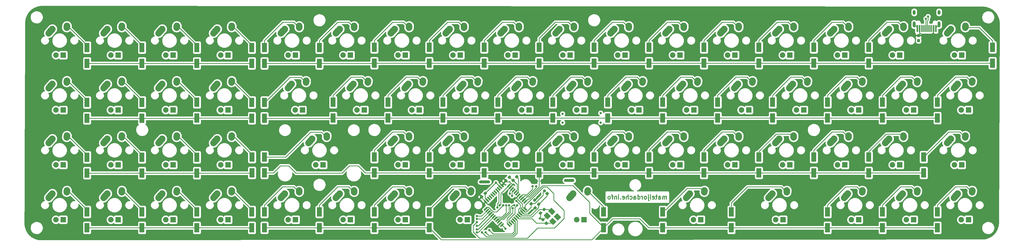
<source format=gbr>
G04 #@! TF.GenerationSoftware,KiCad,Pcbnew,5.0.2+dfsg1-1*
G04 #@! TF.CreationDate,2020-05-11T02:21:25-07:00*
G04 #@! TF.ProjectId,keyboard,6b657962-6f61-4726-942e-6b696361645f,rev?*
G04 #@! TF.SameCoordinates,Original*
G04 #@! TF.FileFunction,Copper,L2,Bot*
G04 #@! TF.FilePolarity,Positive*
%FSLAX46Y46*%
G04 Gerber Fmt 4.6, Leading zero omitted, Abs format (unit mm)*
G04 Created by KiCad (PCBNEW 5.0.2+dfsg1-1) date Mon 11 May 2020 02:21:25 AM PDT*
%MOMM*%
%LPD*%
G01*
G04 APERTURE LIST*
G04 #@! TA.AperFunction,NonConductor*
%ADD10C,0.300000*%
G04 #@! TD*
G04 #@! TA.AperFunction,ComponentPad*
%ADD11O,1.000000X1.600000*%
G04 #@! TD*
G04 #@! TA.AperFunction,ComponentPad*
%ADD12O,1.000000X2.100000*%
G04 #@! TD*
G04 #@! TA.AperFunction,SMDPad,CuDef*
%ADD13R,0.300000X2.450000*%
G04 #@! TD*
G04 #@! TA.AperFunction,SMDPad,CuDef*
%ADD14R,0.600000X2.450000*%
G04 #@! TD*
G04 #@! TA.AperFunction,ComponentPad*
%ADD15R,1.905000X1.905000*%
G04 #@! TD*
G04 #@! TA.AperFunction,ComponentPad*
%ADD16C,1.905000*%
G04 #@! TD*
G04 #@! TA.AperFunction,ComponentPad*
%ADD17C,2.250000*%
G04 #@! TD*
G04 #@! TA.AperFunction,Conductor*
%ADD18C,2.250000*%
G04 #@! TD*
G04 #@! TA.AperFunction,Conductor*
%ADD19C,0.100000*%
G04 #@! TD*
G04 #@! TA.AperFunction,SMDPad,CuDef*
%ADD20C,0.950000*%
G04 #@! TD*
G04 #@! TA.AperFunction,ComponentPad*
%ADD21C,1.000000*%
G04 #@! TD*
G04 #@! TA.AperFunction,Conductor*
%ADD22C,1.000000*%
G04 #@! TD*
G04 #@! TA.AperFunction,SMDPad,CuDef*
%ADD23R,1.700000X3.300000*%
G04 #@! TD*
G04 #@! TA.AperFunction,SMDPad,CuDef*
%ADD24C,0.550000*%
G04 #@! TD*
G04 #@! TA.AperFunction,SMDPad,CuDef*
%ADD25C,1.650000*%
G04 #@! TD*
G04 #@! TA.AperFunction,ViaPad*
%ADD26C,0.800000*%
G04 #@! TD*
G04 #@! TA.AperFunction,Conductor*
%ADD27C,0.250000*%
G04 #@! TD*
G04 #@! TA.AperFunction,Conductor*
%ADD28C,0.254000*%
G04 #@! TD*
G04 APERTURE END LIST*
D10*
X196507428Y-129710571D02*
X196507428Y-128710571D01*
X196507428Y-128853428D02*
X196436000Y-128782000D01*
X196293142Y-128710571D01*
X196078857Y-128710571D01*
X195936000Y-128782000D01*
X195864571Y-128924857D01*
X195864571Y-129710571D01*
X195864571Y-128924857D02*
X195793142Y-128782000D01*
X195650285Y-128710571D01*
X195436000Y-128710571D01*
X195293142Y-128782000D01*
X195221714Y-128924857D01*
X195221714Y-129710571D01*
X193864571Y-129710571D02*
X193864571Y-128924857D01*
X193936000Y-128782000D01*
X194078857Y-128710571D01*
X194364571Y-128710571D01*
X194507428Y-128782000D01*
X193864571Y-129639142D02*
X194007428Y-129710571D01*
X194364571Y-129710571D01*
X194507428Y-129639142D01*
X194578857Y-129496285D01*
X194578857Y-129353428D01*
X194507428Y-129210571D01*
X194364571Y-129139142D01*
X194007428Y-129139142D01*
X193864571Y-129067714D01*
X193364571Y-128710571D02*
X192793142Y-128710571D01*
X193150285Y-128210571D02*
X193150285Y-129496285D01*
X193078857Y-129639142D01*
X192936000Y-129710571D01*
X192793142Y-129710571D01*
X191721714Y-129639142D02*
X191864571Y-129710571D01*
X192150285Y-129710571D01*
X192293142Y-129639142D01*
X192364571Y-129496285D01*
X192364571Y-128924857D01*
X192293142Y-128782000D01*
X192150285Y-128710571D01*
X191864571Y-128710571D01*
X191721714Y-128782000D01*
X191650285Y-128924857D01*
X191650285Y-129067714D01*
X192364571Y-129210571D01*
X191007428Y-129710571D02*
X191007428Y-128710571D01*
X191007428Y-128210571D02*
X191078857Y-128282000D01*
X191007428Y-128353428D01*
X190936000Y-128282000D01*
X191007428Y-128210571D01*
X191007428Y-128353428D01*
X190293142Y-128710571D02*
X190293142Y-129996285D01*
X190364571Y-130139142D01*
X190507428Y-130210571D01*
X190578857Y-130210571D01*
X190293142Y-128210571D02*
X190364571Y-128282000D01*
X190293142Y-128353428D01*
X190221714Y-128282000D01*
X190293142Y-128210571D01*
X190293142Y-128353428D01*
X189364571Y-129710571D02*
X189507428Y-129639142D01*
X189578857Y-129567714D01*
X189650285Y-129424857D01*
X189650285Y-128996285D01*
X189578857Y-128853428D01*
X189507428Y-128782000D01*
X189364571Y-128710571D01*
X189150285Y-128710571D01*
X189007428Y-128782000D01*
X188936000Y-128853428D01*
X188864571Y-128996285D01*
X188864571Y-129424857D01*
X188936000Y-129567714D01*
X189007428Y-129639142D01*
X189150285Y-129710571D01*
X189364571Y-129710571D01*
X188221714Y-129710571D02*
X188221714Y-128710571D01*
X188221714Y-128996285D02*
X188150285Y-128853428D01*
X188078857Y-128782000D01*
X187936000Y-128710571D01*
X187793142Y-128710571D01*
X186650285Y-129710571D02*
X186650285Y-128210571D01*
X186650285Y-129639142D02*
X186793142Y-129710571D01*
X187078857Y-129710571D01*
X187221714Y-129639142D01*
X187293142Y-129567714D01*
X187364571Y-129424857D01*
X187364571Y-128996285D01*
X187293142Y-128853428D01*
X187221714Y-128782000D01*
X187078857Y-128710571D01*
X186793142Y-128710571D01*
X186650285Y-128782000D01*
X185293142Y-129710571D02*
X185293142Y-128924857D01*
X185364571Y-128782000D01*
X185507428Y-128710571D01*
X185793142Y-128710571D01*
X185936000Y-128782000D01*
X185293142Y-129639142D02*
X185436000Y-129710571D01*
X185793142Y-129710571D01*
X185936000Y-129639142D01*
X186007428Y-129496285D01*
X186007428Y-129353428D01*
X185936000Y-129210571D01*
X185793142Y-129139142D01*
X185436000Y-129139142D01*
X185293142Y-129067714D01*
X183936000Y-129639142D02*
X184078857Y-129710571D01*
X184364571Y-129710571D01*
X184507428Y-129639142D01*
X184578857Y-129567714D01*
X184650285Y-129424857D01*
X184650285Y-128996285D01*
X184578857Y-128853428D01*
X184507428Y-128782000D01*
X184364571Y-128710571D01*
X184078857Y-128710571D01*
X183936000Y-128782000D01*
X183293142Y-129710571D02*
X183293142Y-128210571D01*
X182650285Y-129710571D02*
X182650285Y-128924857D01*
X182721714Y-128782000D01*
X182864571Y-128710571D01*
X183078857Y-128710571D01*
X183221714Y-128782000D01*
X183293142Y-128853428D01*
X181364571Y-129639142D02*
X181507428Y-129710571D01*
X181793142Y-129710571D01*
X181936000Y-129639142D01*
X182007428Y-129496285D01*
X182007428Y-128924857D01*
X181936000Y-128782000D01*
X181793142Y-128710571D01*
X181507428Y-128710571D01*
X181364571Y-128782000D01*
X181293142Y-128924857D01*
X181293142Y-129067714D01*
X182007428Y-129210571D01*
X180650285Y-129567714D02*
X180578857Y-129639142D01*
X180650285Y-129710571D01*
X180721714Y-129639142D01*
X180650285Y-129567714D01*
X180650285Y-129710571D01*
X179936000Y-129710571D02*
X179936000Y-128710571D01*
X179936000Y-128210571D02*
X180007428Y-128282000D01*
X179936000Y-128353428D01*
X179864571Y-128282000D01*
X179936000Y-128210571D01*
X179936000Y-128353428D01*
X179221714Y-128710571D02*
X179221714Y-129710571D01*
X179221714Y-128853428D02*
X179150285Y-128782000D01*
X179007428Y-128710571D01*
X178793142Y-128710571D01*
X178650285Y-128782000D01*
X178578857Y-128924857D01*
X178578857Y-129710571D01*
X178078857Y-128710571D02*
X177507428Y-128710571D01*
X177864571Y-129710571D02*
X177864571Y-128424857D01*
X177793142Y-128282000D01*
X177650285Y-128210571D01*
X177507428Y-128210571D01*
X176793142Y-129710571D02*
X176936000Y-129639142D01*
X177007428Y-129567714D01*
X177078857Y-129424857D01*
X177078857Y-128996285D01*
X177007428Y-128853428D01*
X176936000Y-128782000D01*
X176793142Y-128710571D01*
X176578857Y-128710571D01*
X176436000Y-128782000D01*
X176364571Y-128853428D01*
X176293142Y-128996285D01*
X176293142Y-129424857D01*
X176364571Y-129567714D01*
X176436000Y-129639142D01*
X176578857Y-129710571D01*
X176793142Y-129710571D01*
D11*
G04 #@! TO.P,USB1,13*
G04 #@! TO.N,GND*
X291086000Y-64830000D03*
X282446000Y-64830000D03*
D12*
X291086000Y-69010000D03*
X282446000Y-69010000D03*
D13*
G04 #@! TO.P,USB1,6*
G04 #@! TO.N,/Dp*
X286516000Y-70425000D03*
G04 #@! TO.P,USB1,7*
G04 #@! TO.N,/Dn*
X287016000Y-70425000D03*
G04 #@! TO.P,USB1,8*
G04 #@! TO.N,Net-(USB1-Pad8)*
X287516000Y-70425000D03*
G04 #@! TO.P,USB1,5*
G04 #@! TO.N,Net-(USB1-Pad5)*
X286016000Y-70425000D03*
G04 #@! TO.P,USB1,9*
G04 #@! TO.N,Net-(USB1-Pad9)*
X288016000Y-70425000D03*
G04 #@! TO.P,USB1,4*
G04 #@! TO.N,Net-(USB1-Pad4)*
X285516000Y-70425000D03*
G04 #@! TO.P,USB1,10*
G04 #@! TO.N,Net-(USB1-Pad10)*
X288516000Y-70425000D03*
G04 #@! TO.P,USB1,3*
G04 #@! TO.N,Net-(USB1-Pad3)*
X285016000Y-70425000D03*
D14*
G04 #@! TO.P,USB1,2*
G04 #@! TO.N,/Vbus*
X284316000Y-70425000D03*
G04 #@! TO.P,USB1,11*
X289216000Y-70425000D03*
G04 #@! TO.P,USB1,1*
G04 #@! TO.N,GND*
X283541000Y-70425000D03*
G04 #@! TO.P,USB1,12*
X289991000Y-70425000D03*
G04 #@! TD*
D15*
G04 #@! TO.P,SW62,4*
G04 #@! TO.N,N/C*
X298926250Y-79692500D03*
D16*
G04 #@! TO.P,SW62,3*
X296386250Y-79692500D03*
D17*
G04 #@! TO.P,SW62,1*
G04 #@! TO.N,/C16*
X295156250Y-70612500D03*
X294501251Y-71342500D03*
D18*
G04 #@! TD*
G04 #@! TO.N,/C16*
G04 #@! TO.C,SW62*
X293846250Y-72072500D02*
X295156252Y-70612500D01*
D17*
G04 #@! TO.P,SW62,2*
G04 #@! TO.N,Net-(D61-Pad2)*
X300196250Y-69532500D03*
X300176250Y-69822500D03*
D18*
G04 #@! TD*
G04 #@! TO.N,Net-(D61-Pad2)*
G04 #@! TO.C,SW62*
X300156250Y-70112500D02*
X300196250Y-69532500D01*
D17*
G04 #@! TO.P,SW19,2*
G04 #@! TO.N,Net-(D18-Pad2)*
X71576250Y-88872500D03*
D18*
G04 #@! TD*
G04 #@! TO.N,Net-(D18-Pad2)*
G04 #@! TO.C,SW19*
X71556250Y-89162500D02*
X71596250Y-88582500D01*
D17*
G04 #@! TO.P,SW19,2*
G04 #@! TO.N,Net-(D18-Pad2)*
X71596250Y-88582500D03*
G04 #@! TO.P,SW19,1*
G04 #@! TO.N,/C4*
X65901251Y-90392500D03*
D18*
G04 #@! TD*
G04 #@! TO.N,/C4*
G04 #@! TO.C,SW19*
X65246250Y-91122500D02*
X66556252Y-89662500D01*
D17*
G04 #@! TO.P,SW19,1*
G04 #@! TO.N,/C4*
X66556250Y-89662500D03*
D16*
G04 #@! TO.P,SW19,3*
G04 #@! TO.N,N/C*
X67786250Y-98742500D03*
D15*
G04 #@! TO.P,SW19,4*
X70326250Y-98742500D03*
G04 #@! TD*
D17*
G04 #@! TO.P,SW15,2*
G04 #@! TO.N,Net-(D14-Pad2)*
X45763500Y-88872500D03*
D18*
G04 #@! TD*
G04 #@! TO.N,Net-(D14-Pad2)*
G04 #@! TO.C,SW15*
X45743500Y-89162500D02*
X45783500Y-88582500D01*
D17*
G04 #@! TO.P,SW15,2*
G04 #@! TO.N,Net-(D14-Pad2)*
X45783500Y-88582500D03*
G04 #@! TO.P,SW15,1*
G04 #@! TO.N,/C3*
X40088501Y-90392500D03*
D18*
G04 #@! TD*
G04 #@! TO.N,/C3*
G04 #@! TO.C,SW15*
X39433500Y-91122500D02*
X40743502Y-89662500D01*
D17*
G04 #@! TO.P,SW15,1*
G04 #@! TO.N,/C3*
X40743500Y-89662500D03*
D16*
G04 #@! TO.P,SW15,3*
G04 #@! TO.N,N/C*
X41973500Y-98742500D03*
D15*
G04 #@! TO.P,SW15,4*
X44513500Y-98742500D03*
G04 #@! TD*
D17*
G04 #@! TO.P,SW21,2*
G04 #@! TO.N,Net-(D20-Pad2)*
X69195000Y-126972500D03*
D18*
G04 #@! TD*
G04 #@! TO.N,Net-(D20-Pad2)*
G04 #@! TO.C,SW21*
X69175000Y-127262500D02*
X69215000Y-126682500D01*
D17*
G04 #@! TO.P,SW21,2*
G04 #@! TO.N,Net-(D20-Pad2)*
X69215000Y-126682500D03*
G04 #@! TO.P,SW21,1*
G04 #@! TO.N,/C4*
X63520001Y-128492500D03*
D18*
G04 #@! TD*
G04 #@! TO.N,/C4*
G04 #@! TO.C,SW21*
X62865000Y-129222500D02*
X64175002Y-127762500D01*
D17*
G04 #@! TO.P,SW21,1*
G04 #@! TO.N,/C4*
X64175000Y-127762500D03*
D16*
G04 #@! TO.P,SW21,3*
G04 #@! TO.N,N/C*
X65405000Y-136842500D03*
D15*
G04 #@! TO.P,SW21,4*
X67945000Y-136842500D03*
G04 #@! TD*
D17*
G04 #@! TO.P,SW20,2*
G04 #@! TO.N,Net-(D19-Pad2)*
X78720000Y-107922500D03*
D18*
G04 #@! TD*
G04 #@! TO.N,Net-(D19-Pad2)*
G04 #@! TO.C,SW20*
X78700000Y-108212500D02*
X78740000Y-107632500D01*
D17*
G04 #@! TO.P,SW20,2*
G04 #@! TO.N,Net-(D19-Pad2)*
X78740000Y-107632500D03*
G04 #@! TO.P,SW20,1*
G04 #@! TO.N,/C4*
X73045001Y-109442500D03*
D18*
G04 #@! TD*
G04 #@! TO.N,/C4*
G04 #@! TO.C,SW20*
X72390000Y-110172500D02*
X73700002Y-108712500D01*
D17*
G04 #@! TO.P,SW20,1*
G04 #@! TO.N,/C4*
X73700000Y-108712500D03*
D16*
G04 #@! TO.P,SW20,3*
G04 #@! TO.N,N/C*
X74930000Y-117792500D03*
D15*
G04 #@! TO.P,SW20,4*
X77470000Y-117792500D03*
G04 #@! TD*
D17*
G04 #@! TO.P,SW64,2*
G04 #@! TO.N,Net-(D63-Pad2)*
X300176250Y-107922500D03*
D18*
G04 #@! TD*
G04 #@! TO.N,Net-(D63-Pad2)*
G04 #@! TO.C,SW64*
X300156250Y-108212500D02*
X300196250Y-107632500D01*
D17*
G04 #@! TO.P,SW64,2*
G04 #@! TO.N,Net-(D63-Pad2)*
X300196250Y-107632500D03*
G04 #@! TO.P,SW64,1*
G04 #@! TO.N,/C16*
X294501251Y-109442500D03*
D18*
G04 #@! TD*
G04 #@! TO.N,/C16*
G04 #@! TO.C,SW64*
X293846250Y-110172500D02*
X295156252Y-108712500D01*
D17*
G04 #@! TO.P,SW64,1*
G04 #@! TO.N,/C16*
X295156250Y-108712500D03*
D16*
G04 #@! TO.P,SW64,3*
G04 #@! TO.N,N/C*
X296386250Y-117792500D03*
D15*
G04 #@! TO.P,SW64,4*
X298926250Y-117792500D03*
G04 #@! TD*
D17*
G04 #@! TO.P,SW49,2*
G04 #@! TO.N,Net-(D48-Pad2)*
X209688750Y-126972500D03*
D18*
G04 #@! TD*
G04 #@! TO.N,Net-(D48-Pad2)*
G04 #@! TO.C,SW49*
X209668750Y-127262500D02*
X209708750Y-126682500D01*
D17*
G04 #@! TO.P,SW49,2*
G04 #@! TO.N,Net-(D48-Pad2)*
X209708750Y-126682500D03*
G04 #@! TO.P,SW49,1*
G04 #@! TO.N,/C12*
X204013751Y-128492500D03*
D18*
G04 #@! TD*
G04 #@! TO.N,/C12*
G04 #@! TO.C,SW49*
X203358750Y-129222500D02*
X204668752Y-127762500D01*
D17*
G04 #@! TO.P,SW49,1*
G04 #@! TO.N,/C12*
X204668750Y-127762500D03*
D16*
G04 #@! TO.P,SW49,3*
G04 #@! TO.N,N/C*
X205898750Y-136842500D03*
D15*
G04 #@! TO.P,SW49,4*
X208438750Y-136842500D03*
G04 #@! TD*
D17*
G04 #@! TO.P,SW32,2*
G04 #@! TO.N,Net-(D31-Pad2)*
X128726250Y-126972500D03*
D18*
G04 #@! TD*
G04 #@! TO.N,Net-(D31-Pad2)*
G04 #@! TO.C,SW32*
X128706250Y-127262500D02*
X128746250Y-126682500D01*
D17*
G04 #@! TO.P,SW32,2*
G04 #@! TO.N,Net-(D31-Pad2)*
X128746250Y-126682500D03*
G04 #@! TO.P,SW32,1*
G04 #@! TO.N,/C7*
X123051251Y-128492500D03*
D18*
G04 #@! TD*
G04 #@! TO.N,/C7*
G04 #@! TO.C,SW32*
X122396250Y-129222500D02*
X123706252Y-127762500D01*
D17*
G04 #@! TO.P,SW32,1*
G04 #@! TO.N,/C7*
X123706250Y-127762500D03*
D16*
G04 #@! TO.P,SW32,3*
G04 #@! TO.N,N/C*
X124936250Y-136842500D03*
D15*
G04 #@! TO.P,SW32,4*
X127476250Y-136842500D03*
G04 #@! TD*
D17*
G04 #@! TO.P,SW53,2*
G04 #@! TO.N,Net-(D52-Pad2)*
X238263750Y-126972500D03*
D18*
G04 #@! TD*
G04 #@! TO.N,Net-(D52-Pad2)*
G04 #@! TO.C,SW53*
X238243750Y-127262500D02*
X238283750Y-126682500D01*
D17*
G04 #@! TO.P,SW53,2*
G04 #@! TO.N,Net-(D52-Pad2)*
X238283750Y-126682500D03*
G04 #@! TO.P,SW53,1*
G04 #@! TO.N,/C13*
X232588751Y-128492500D03*
D18*
G04 #@! TD*
G04 #@! TO.N,/C13*
G04 #@! TO.C,SW53*
X231933750Y-129222500D02*
X233243752Y-127762500D01*
D17*
G04 #@! TO.P,SW53,1*
G04 #@! TO.N,/C13*
X233243750Y-127762500D03*
D16*
G04 #@! TO.P,SW53,3*
G04 #@! TO.N,N/C*
X234473750Y-136842500D03*
D15*
G04 #@! TO.P,SW53,4*
X237013750Y-136842500D03*
G04 #@! TD*
G04 #@! TO.P,SW14,4*
G04 #@! TO.N,N/C*
X44513500Y-79692500D03*
D16*
G04 #@! TO.P,SW14,3*
X41973500Y-79692500D03*
D17*
G04 #@! TO.P,SW14,1*
G04 #@! TO.N,/C3*
X40743500Y-70612500D03*
X40088501Y-71342500D03*
D18*
G04 #@! TD*
G04 #@! TO.N,/C3*
G04 #@! TO.C,SW14*
X39433500Y-72072500D02*
X40743502Y-70612500D01*
D17*
G04 #@! TO.P,SW14,2*
G04 #@! TO.N,Net-(D13-Pad2)*
X45783500Y-69532500D03*
X45763500Y-69822500D03*
D18*
G04 #@! TD*
G04 #@! TO.N,Net-(D13-Pad2)*
G04 #@! TO.C,SW14*
X45743500Y-70112500D02*
X45783500Y-69532500D01*
D17*
G04 #@! TO.P,SW13,2*
G04 #@! TO.N,Net-(D12-Pad2)*
X26713500Y-126972500D03*
D18*
G04 #@! TD*
G04 #@! TO.N,Net-(D12-Pad2)*
G04 #@! TO.C,SW13*
X26693500Y-127262500D02*
X26733500Y-126682500D01*
D17*
G04 #@! TO.P,SW13,2*
G04 #@! TO.N,Net-(D12-Pad2)*
X26733500Y-126682500D03*
G04 #@! TO.P,SW13,1*
G04 #@! TO.N,/C2*
X21038501Y-128492500D03*
D18*
G04 #@! TD*
G04 #@! TO.N,/C2*
G04 #@! TO.C,SW13*
X20383500Y-129222500D02*
X21693502Y-127762500D01*
D17*
G04 #@! TO.P,SW13,1*
G04 #@! TO.N,/C2*
X21693500Y-127762500D03*
D16*
G04 #@! TO.P,SW13,3*
G04 #@! TO.N,N/C*
X22923500Y-136842500D03*
D15*
G04 #@! TO.P,SW13,4*
X25463500Y-136842500D03*
G04 #@! TD*
G04 #@! TO.P,SW12,4*
G04 #@! TO.N,N/C*
X25463500Y-117792500D03*
D16*
G04 #@! TO.P,SW12,3*
X22923500Y-117792500D03*
D17*
G04 #@! TO.P,SW12,1*
G04 #@! TO.N,/C2*
X21693500Y-108712500D03*
X21038501Y-109442500D03*
D18*
G04 #@! TD*
G04 #@! TO.N,/C2*
G04 #@! TO.C,SW12*
X20383500Y-110172500D02*
X21693502Y-108712500D01*
D17*
G04 #@! TO.P,SW12,2*
G04 #@! TO.N,Net-(D11-Pad2)*
X26733500Y-107632500D03*
X26713500Y-107922500D03*
D18*
G04 #@! TD*
G04 #@! TO.N,Net-(D11-Pad2)*
G04 #@! TO.C,SW12*
X26693500Y-108212500D02*
X26733500Y-107632500D01*
D17*
G04 #@! TO.P,SW11,2*
G04 #@! TO.N,Net-(D10-Pad2)*
X26713500Y-88872500D03*
D18*
G04 #@! TD*
G04 #@! TO.N,Net-(D10-Pad2)*
G04 #@! TO.C,SW11*
X26693500Y-89162500D02*
X26733500Y-88582500D01*
D17*
G04 #@! TO.P,SW11,2*
G04 #@! TO.N,Net-(D10-Pad2)*
X26733500Y-88582500D03*
G04 #@! TO.P,SW11,1*
G04 #@! TO.N,/C2*
X21038501Y-90392500D03*
D18*
G04 #@! TD*
G04 #@! TO.N,/C2*
G04 #@! TO.C,SW11*
X20383500Y-91122500D02*
X21693502Y-89662500D01*
D17*
G04 #@! TO.P,SW11,1*
G04 #@! TO.N,/C2*
X21693500Y-89662500D03*
D16*
G04 #@! TO.P,SW11,3*
G04 #@! TO.N,N/C*
X22923500Y-98742500D03*
D15*
G04 #@! TO.P,SW11,4*
X25463500Y-98742500D03*
G04 #@! TD*
G04 #@! TO.P,SW10,4*
G04 #@! TO.N,N/C*
X25463500Y-79692500D03*
D16*
G04 #@! TO.P,SW10,3*
X22923500Y-79692500D03*
D17*
G04 #@! TO.P,SW10,1*
G04 #@! TO.N,/C2*
X21693500Y-70612500D03*
X21038501Y-71342500D03*
D18*
G04 #@! TD*
G04 #@! TO.N,/C2*
G04 #@! TO.C,SW10*
X20383500Y-72072500D02*
X21693502Y-70612500D01*
D17*
G04 #@! TO.P,SW10,2*
G04 #@! TO.N,Net-(D9-Pad2)*
X26733500Y-69532500D03*
X26713500Y-69822500D03*
D18*
G04 #@! TD*
G04 #@! TO.N,Net-(D9-Pad2)*
G04 #@! TO.C,SW10*
X26693500Y-70112500D02*
X26733500Y-69532500D01*
D17*
G04 #@! TO.P,SW65,2*
G04 #@! TO.N,Net-(D64-Pad2)*
X302557500Y-126972500D03*
D18*
G04 #@! TD*
G04 #@! TO.N,Net-(D64-Pad2)*
G04 #@! TO.C,SW65*
X302537500Y-127262500D02*
X302577500Y-126682500D01*
D17*
G04 #@! TO.P,SW65,2*
G04 #@! TO.N,Net-(D64-Pad2)*
X302577500Y-126682500D03*
G04 #@! TO.P,SW65,1*
G04 #@! TO.N,/C16*
X296882501Y-128492500D03*
D18*
G04 #@! TD*
G04 #@! TO.N,/C16*
G04 #@! TO.C,SW65*
X296227500Y-129222500D02*
X297537502Y-127762500D01*
D17*
G04 #@! TO.P,SW65,1*
G04 #@! TO.N,/C16*
X297537500Y-127762500D03*
D16*
G04 #@! TO.P,SW65,3*
G04 #@! TO.N,N/C*
X298767500Y-136842500D03*
D15*
G04 #@! TO.P,SW65,4*
X301307500Y-136842500D03*
G04 #@! TD*
G04 #@! TO.P,SW8,4*
G04 #@! TO.N,N/C*
X6413500Y-117792500D03*
D16*
G04 #@! TO.P,SW8,3*
X3873500Y-117792500D03*
D17*
G04 #@! TO.P,SW8,1*
G04 #@! TO.N,/C1*
X2643500Y-108712500D03*
X1988501Y-109442500D03*
D18*
G04 #@! TD*
G04 #@! TO.N,/C1*
G04 #@! TO.C,SW8*
X1333500Y-110172500D02*
X2643502Y-108712500D01*
D17*
G04 #@! TO.P,SW8,2*
G04 #@! TO.N,Net-(D7-Pad2)*
X7683500Y-107632500D03*
X7663500Y-107922500D03*
D18*
G04 #@! TD*
G04 #@! TO.N,Net-(D7-Pad2)*
G04 #@! TO.C,SW8*
X7643500Y-108212500D02*
X7683500Y-107632500D01*
D17*
G04 #@! TO.P,SW7,2*
G04 #@! TO.N,Net-(D6-Pad2)*
X7663500Y-88872500D03*
D18*
G04 #@! TD*
G04 #@! TO.N,Net-(D6-Pad2)*
G04 #@! TO.C,SW7*
X7643500Y-89162500D02*
X7683500Y-88582500D01*
D17*
G04 #@! TO.P,SW7,2*
G04 #@! TO.N,Net-(D6-Pad2)*
X7683500Y-88582500D03*
G04 #@! TO.P,SW7,1*
G04 #@! TO.N,/C1*
X1988501Y-90392500D03*
D18*
G04 #@! TD*
G04 #@! TO.N,/C1*
G04 #@! TO.C,SW7*
X1333500Y-91122500D02*
X2643502Y-89662500D01*
D17*
G04 #@! TO.P,SW7,1*
G04 #@! TO.N,/C1*
X2643500Y-89662500D03*
D16*
G04 #@! TO.P,SW7,3*
G04 #@! TO.N,N/C*
X3873500Y-98742500D03*
D15*
G04 #@! TO.P,SW7,4*
X6413500Y-98742500D03*
G04 #@! TD*
G04 #@! TO.P,SW6,4*
G04 #@! TO.N,N/C*
X6413500Y-79692500D03*
D16*
G04 #@! TO.P,SW6,3*
X3873500Y-79692500D03*
D17*
G04 #@! TO.P,SW6,1*
G04 #@! TO.N,/C1*
X2643500Y-70612500D03*
X1988501Y-71342500D03*
D18*
G04 #@! TD*
G04 #@! TO.N,/C1*
G04 #@! TO.C,SW6*
X1333500Y-72072500D02*
X2643502Y-70612500D01*
D17*
G04 #@! TO.P,SW6,2*
G04 #@! TO.N,Net-(D5-Pad2)*
X7683500Y-69532500D03*
X7663500Y-69822500D03*
D18*
G04 #@! TD*
G04 #@! TO.N,Net-(D5-Pad2)*
G04 #@! TO.C,SW6*
X7643500Y-70112500D02*
X7683500Y-69532500D01*
D17*
G04 #@! TO.P,SW4,2*
G04 #@! TO.N,Net-(D4-Pad2)*
X-11386500Y-126972500D03*
D18*
G04 #@! TD*
G04 #@! TO.N,Net-(D4-Pad2)*
G04 #@! TO.C,SW4*
X-11406500Y-127262500D02*
X-11366500Y-126682500D01*
D17*
G04 #@! TO.P,SW4,2*
G04 #@! TO.N,Net-(D4-Pad2)*
X-11366500Y-126682500D03*
G04 #@! TO.P,SW4,1*
G04 #@! TO.N,/C0*
X-17061499Y-128492500D03*
D18*
G04 #@! TD*
G04 #@! TO.N,/C0*
G04 #@! TO.C,SW4*
X-17716500Y-129222500D02*
X-16406498Y-127762500D01*
D17*
G04 #@! TO.P,SW4,1*
G04 #@! TO.N,/C0*
X-16406500Y-127762500D03*
D16*
G04 #@! TO.P,SW4,3*
G04 #@! TO.N,N/C*
X-15176500Y-136842500D03*
D15*
G04 #@! TO.P,SW4,4*
X-12636500Y-136842500D03*
G04 #@! TD*
G04 #@! TO.P,SW3,4*
G04 #@! TO.N,N/C*
X-12636500Y-117792500D03*
D16*
G04 #@! TO.P,SW3,3*
X-15176500Y-117792500D03*
D17*
G04 #@! TO.P,SW3,1*
G04 #@! TO.N,/C0*
X-16406500Y-108712500D03*
X-17061499Y-109442500D03*
D18*
G04 #@! TD*
G04 #@! TO.N,/C0*
G04 #@! TO.C,SW3*
X-17716500Y-110172500D02*
X-16406498Y-108712500D01*
D17*
G04 #@! TO.P,SW3,2*
G04 #@! TO.N,Net-(D3-Pad2)*
X-11366500Y-107632500D03*
X-11386500Y-107922500D03*
D18*
G04 #@! TD*
G04 #@! TO.N,Net-(D3-Pad2)*
G04 #@! TO.C,SW3*
X-11406500Y-108212500D02*
X-11366500Y-107632500D01*
D17*
G04 #@! TO.P,SW2,2*
G04 #@! TO.N,Net-(D2-Pad2)*
X-11386500Y-88872500D03*
D18*
G04 #@! TD*
G04 #@! TO.N,Net-(D2-Pad2)*
G04 #@! TO.C,SW2*
X-11406500Y-89162500D02*
X-11366500Y-88582500D01*
D17*
G04 #@! TO.P,SW2,2*
G04 #@! TO.N,Net-(D2-Pad2)*
X-11366500Y-88582500D03*
G04 #@! TO.P,SW2,1*
G04 #@! TO.N,/C0*
X-17061499Y-90392500D03*
D18*
G04 #@! TD*
G04 #@! TO.N,/C0*
G04 #@! TO.C,SW2*
X-17716500Y-91122500D02*
X-16406498Y-89662500D01*
D17*
G04 #@! TO.P,SW2,1*
G04 #@! TO.N,/C0*
X-16406500Y-89662500D03*
D16*
G04 #@! TO.P,SW2,3*
G04 #@! TO.N,N/C*
X-15176500Y-98742500D03*
D15*
G04 #@! TO.P,SW2,4*
X-12636500Y-98742500D03*
G04 #@! TD*
G04 #@! TO.P,SW9,4*
G04 #@! TO.N,N/C*
X6413500Y-136842500D03*
D16*
G04 #@! TO.P,SW9,3*
X3873500Y-136842500D03*
D17*
G04 #@! TO.P,SW9,1*
G04 #@! TO.N,/C1*
X2643500Y-127762500D03*
X1988501Y-128492500D03*
D18*
G04 #@! TD*
G04 #@! TO.N,/C1*
G04 #@! TO.C,SW9*
X1333500Y-129222500D02*
X2643502Y-127762500D01*
D17*
G04 #@! TO.P,SW9,2*
G04 #@! TO.N,Net-(D8-Pad2)*
X7683500Y-126682500D03*
X7663500Y-126972500D03*
D18*
G04 #@! TD*
G04 #@! TO.N,Net-(D8-Pad2)*
G04 #@! TO.C,SW9*
X7643500Y-127262500D02*
X7683500Y-126682500D01*
D17*
G04 #@! TO.P,SW16,2*
G04 #@! TO.N,Net-(D15-Pad2)*
X45763500Y-107922500D03*
D18*
G04 #@! TD*
G04 #@! TO.N,Net-(D15-Pad2)*
G04 #@! TO.C,SW16*
X45743500Y-108212500D02*
X45783500Y-107632500D01*
D17*
G04 #@! TO.P,SW16,2*
G04 #@! TO.N,Net-(D15-Pad2)*
X45783500Y-107632500D03*
G04 #@! TO.P,SW16,1*
G04 #@! TO.N,/C3*
X40088501Y-109442500D03*
D18*
G04 #@! TD*
G04 #@! TO.N,/C3*
G04 #@! TO.C,SW16*
X39433500Y-110172500D02*
X40743502Y-108712500D01*
D17*
G04 #@! TO.P,SW16,1*
G04 #@! TO.N,/C3*
X40743500Y-108712500D03*
D16*
G04 #@! TO.P,SW16,3*
G04 #@! TO.N,N/C*
X41973500Y-117792500D03*
D15*
G04 #@! TO.P,SW16,4*
X44513500Y-117792500D03*
G04 #@! TD*
G04 #@! TO.P,SW18,4*
G04 #@! TO.N,N/C*
X67945000Y-79692500D03*
D16*
G04 #@! TO.P,SW18,3*
X65405000Y-79692500D03*
D17*
G04 #@! TO.P,SW18,1*
G04 #@! TO.N,/C4*
X64175000Y-70612500D03*
X63520001Y-71342500D03*
D18*
G04 #@! TD*
G04 #@! TO.N,/C4*
G04 #@! TO.C,SW18*
X62865000Y-72072500D02*
X64175002Y-70612500D01*
D17*
G04 #@! TO.P,SW18,2*
G04 #@! TO.N,Net-(D17-Pad2)*
X69215000Y-69532500D03*
X69195000Y-69822500D03*
D18*
G04 #@! TD*
G04 #@! TO.N,Net-(D17-Pad2)*
G04 #@! TO.C,SW18*
X69175000Y-70112500D02*
X69215000Y-69532500D01*
D15*
G04 #@! TO.P,SW22,4*
G04 #@! TO.N,N/C*
X86995000Y-79692500D03*
D16*
G04 #@! TO.P,SW22,3*
X84455000Y-79692500D03*
D17*
G04 #@! TO.P,SW22,1*
G04 #@! TO.N,/C5*
X83225000Y-70612500D03*
X82570001Y-71342500D03*
D18*
G04 #@! TD*
G04 #@! TO.N,/C5*
G04 #@! TO.C,SW22*
X81915000Y-72072500D02*
X83225002Y-70612500D01*
D17*
G04 #@! TO.P,SW22,2*
G04 #@! TO.N,Net-(D21-Pad2)*
X88265000Y-69532500D03*
X88245000Y-69822500D03*
D18*
G04 #@! TD*
G04 #@! TO.N,Net-(D21-Pad2)*
G04 #@! TO.C,SW22*
X88225000Y-70112500D02*
X88265000Y-69532500D01*
D17*
G04 #@! TO.P,SW23,2*
G04 #@! TO.N,Net-(D22-Pad2)*
X93007500Y-88872500D03*
D18*
G04 #@! TD*
G04 #@! TO.N,Net-(D22-Pad2)*
G04 #@! TO.C,SW23*
X92987500Y-89162500D02*
X93027500Y-88582500D01*
D17*
G04 #@! TO.P,SW23,2*
G04 #@! TO.N,Net-(D22-Pad2)*
X93027500Y-88582500D03*
G04 #@! TO.P,SW23,1*
G04 #@! TO.N,/C5*
X87332501Y-90392500D03*
D18*
G04 #@! TD*
G04 #@! TO.N,/C5*
G04 #@! TO.C,SW23*
X86677500Y-91122500D02*
X87987502Y-89662500D01*
D17*
G04 #@! TO.P,SW23,1*
G04 #@! TO.N,/C5*
X87987500Y-89662500D03*
D16*
G04 #@! TO.P,SW23,3*
G04 #@! TO.N,N/C*
X89217500Y-98742500D03*
D15*
G04 #@! TO.P,SW23,4*
X91757500Y-98742500D03*
G04 #@! TD*
G04 #@! TO.P,SW24,4*
G04 #@! TO.N,N/C*
X86995000Y-136842500D03*
D16*
G04 #@! TO.P,SW24,3*
X84455000Y-136842500D03*
D17*
G04 #@! TO.P,SW24,1*
G04 #@! TO.N,/C5*
X83225000Y-127762500D03*
X82570001Y-128492500D03*
D18*
G04 #@! TD*
G04 #@! TO.N,/C5*
G04 #@! TO.C,SW24*
X81915000Y-129222500D02*
X83225002Y-127762500D01*
D17*
G04 #@! TO.P,SW24,2*
G04 #@! TO.N,Net-(D23-Pad2)*
X88265000Y-126682500D03*
X88245000Y-126972500D03*
D18*
G04 #@! TD*
G04 #@! TO.N,Net-(D23-Pad2)*
G04 #@! TO.C,SW24*
X88225000Y-127262500D02*
X88265000Y-126682500D01*
D17*
G04 #@! TO.P,SW25,2*
G04 #@! TO.N,Net-(D24-Pad2)*
X107295000Y-69822500D03*
D18*
G04 #@! TD*
G04 #@! TO.N,Net-(D24-Pad2)*
G04 #@! TO.C,SW25*
X107275000Y-70112500D02*
X107315000Y-69532500D01*
D17*
G04 #@! TO.P,SW25,2*
G04 #@! TO.N,Net-(D24-Pad2)*
X107315000Y-69532500D03*
G04 #@! TO.P,SW25,1*
G04 #@! TO.N,/C6*
X101620001Y-71342500D03*
D18*
G04 #@! TD*
G04 #@! TO.N,/C6*
G04 #@! TO.C,SW25*
X100965000Y-72072500D02*
X102275002Y-70612500D01*
D17*
G04 #@! TO.P,SW25,1*
G04 #@! TO.N,/C6*
X102275000Y-70612500D03*
D16*
G04 #@! TO.P,SW25,3*
G04 #@! TO.N,N/C*
X103505000Y-79692500D03*
D15*
G04 #@! TO.P,SW25,4*
X106045000Y-79692500D03*
G04 #@! TD*
G04 #@! TO.P,SW26,4*
G04 #@! TO.N,N/C*
X110807500Y-98742500D03*
D16*
G04 #@! TO.P,SW26,3*
X108267500Y-98742500D03*
D17*
G04 #@! TO.P,SW26,1*
G04 #@! TO.N,/C6*
X107037500Y-89662500D03*
X106382501Y-90392500D03*
D18*
G04 #@! TD*
G04 #@! TO.N,/C6*
G04 #@! TO.C,SW26*
X105727500Y-91122500D02*
X107037502Y-89662500D01*
D17*
G04 #@! TO.P,SW26,2*
G04 #@! TO.N,Net-(D25-Pad2)*
X112077500Y-88582500D03*
X112057500Y-88872500D03*
D18*
G04 #@! TD*
G04 #@! TO.N,Net-(D25-Pad2)*
G04 #@! TO.C,SW26*
X112037500Y-89162500D02*
X112077500Y-88582500D01*
D17*
G04 #@! TO.P,SW27,2*
G04 #@! TO.N,Net-(D26-Pad2)*
X107295000Y-107922500D03*
D18*
G04 #@! TD*
G04 #@! TO.N,Net-(D26-Pad2)*
G04 #@! TO.C,SW27*
X107275000Y-108212500D02*
X107315000Y-107632500D01*
D17*
G04 #@! TO.P,SW27,2*
G04 #@! TO.N,Net-(D26-Pad2)*
X107315000Y-107632500D03*
G04 #@! TO.P,SW27,1*
G04 #@! TO.N,/C6*
X101620001Y-109442500D03*
D18*
G04 #@! TD*
G04 #@! TO.N,/C6*
G04 #@! TO.C,SW27*
X100965000Y-110172500D02*
X102275002Y-108712500D01*
D17*
G04 #@! TO.P,SW27,1*
G04 #@! TO.N,/C6*
X102275000Y-108712500D03*
D16*
G04 #@! TO.P,SW27,3*
G04 #@! TO.N,N/C*
X103505000Y-117792500D03*
D15*
G04 #@! TO.P,SW27,4*
X106045000Y-117792500D03*
G04 #@! TD*
G04 #@! TO.P,SW28,4*
G04 #@! TO.N,N/C*
X106045000Y-136842500D03*
D16*
G04 #@! TO.P,SW28,3*
X103505000Y-136842500D03*
D17*
G04 #@! TO.P,SW28,1*
G04 #@! TO.N,/C6*
X102275000Y-127762500D03*
X101620001Y-128492500D03*
D18*
G04 #@! TD*
G04 #@! TO.N,/C6*
G04 #@! TO.C,SW28*
X100965000Y-129222500D02*
X102275002Y-127762500D01*
D17*
G04 #@! TO.P,SW28,2*
G04 #@! TO.N,Net-(D27-Pad2)*
X107315000Y-126682500D03*
X107295000Y-126972500D03*
D18*
G04 #@! TD*
G04 #@! TO.N,Net-(D27-Pad2)*
G04 #@! TO.C,SW28*
X107275000Y-127262500D02*
X107315000Y-126682500D01*
D17*
G04 #@! TO.P,SW29,2*
G04 #@! TO.N,Net-(D28-Pad2)*
X126345000Y-69822500D03*
D18*
G04 #@! TD*
G04 #@! TO.N,Net-(D28-Pad2)*
G04 #@! TO.C,SW29*
X126325000Y-70112500D02*
X126365000Y-69532500D01*
D17*
G04 #@! TO.P,SW29,2*
G04 #@! TO.N,Net-(D28-Pad2)*
X126365000Y-69532500D03*
G04 #@! TO.P,SW29,1*
G04 #@! TO.N,/C7*
X120670001Y-71342500D03*
D18*
G04 #@! TD*
G04 #@! TO.N,/C7*
G04 #@! TO.C,SW29*
X120015000Y-72072500D02*
X121325002Y-70612500D01*
D17*
G04 #@! TO.P,SW29,1*
G04 #@! TO.N,/C7*
X121325000Y-70612500D03*
D16*
G04 #@! TO.P,SW29,3*
G04 #@! TO.N,N/C*
X122555000Y-79692500D03*
D15*
G04 #@! TO.P,SW29,4*
X125095000Y-79692500D03*
G04 #@! TD*
G04 #@! TO.P,SW30,4*
G04 #@! TO.N,N/C*
X129857500Y-98742500D03*
D16*
G04 #@! TO.P,SW30,3*
X127317500Y-98742500D03*
D17*
G04 #@! TO.P,SW30,1*
G04 #@! TO.N,/C7*
X126087500Y-89662500D03*
X125432501Y-90392500D03*
D18*
G04 #@! TD*
G04 #@! TO.N,/C7*
G04 #@! TO.C,SW30*
X124777500Y-91122500D02*
X126087502Y-89662500D01*
D17*
G04 #@! TO.P,SW30,2*
G04 #@! TO.N,Net-(D29-Pad2)*
X131127500Y-88582500D03*
X131107500Y-88872500D03*
D18*
G04 #@! TD*
G04 #@! TO.N,Net-(D29-Pad2)*
G04 #@! TO.C,SW30*
X131087500Y-89162500D02*
X131127500Y-88582500D01*
D17*
G04 #@! TO.P,SW31,2*
G04 #@! TO.N,Net-(D30-Pad2)*
X126345000Y-107922500D03*
D18*
G04 #@! TD*
G04 #@! TO.N,Net-(D30-Pad2)*
G04 #@! TO.C,SW31*
X126325000Y-108212500D02*
X126365000Y-107632500D01*
D17*
G04 #@! TO.P,SW31,2*
G04 #@! TO.N,Net-(D30-Pad2)*
X126365000Y-107632500D03*
G04 #@! TO.P,SW31,1*
G04 #@! TO.N,/C7*
X120670001Y-109442500D03*
D18*
G04 #@! TD*
G04 #@! TO.N,/C7*
G04 #@! TO.C,SW31*
X120015000Y-110172500D02*
X121325002Y-108712500D01*
D17*
G04 #@! TO.P,SW31,1*
G04 #@! TO.N,/C7*
X121325000Y-108712500D03*
D16*
G04 #@! TO.P,SW31,3*
G04 #@! TO.N,N/C*
X122555000Y-117792500D03*
D15*
G04 #@! TO.P,SW31,4*
X125095000Y-117792500D03*
G04 #@! TD*
G04 #@! TO.P,SW1,4*
G04 #@! TO.N,N/C*
X-12636500Y-79692500D03*
D16*
G04 #@! TO.P,SW1,3*
X-15176500Y-79692500D03*
D17*
G04 #@! TO.P,SW1,1*
G04 #@! TO.N,/C0*
X-16406500Y-70612500D03*
X-17061499Y-71342500D03*
D18*
G04 #@! TD*
G04 #@! TO.N,/C0*
G04 #@! TO.C,SW1*
X-17716500Y-72072500D02*
X-16406498Y-70612500D01*
D17*
G04 #@! TO.P,SW1,2*
G04 #@! TO.N,Net-(D1-Pad2)*
X-11366500Y-69532500D03*
X-11386500Y-69822500D03*
D18*
G04 #@! TD*
G04 #@! TO.N,Net-(D1-Pad2)*
G04 #@! TO.C,SW1*
X-11406500Y-70112500D02*
X-11366500Y-69532500D01*
D17*
G04 #@! TO.P,SW17,2*
G04 #@! TO.N,Net-(D16-Pad2)*
X45763500Y-126972500D03*
D18*
G04 #@! TD*
G04 #@! TO.N,Net-(D16-Pad2)*
G04 #@! TO.C,SW17*
X45743500Y-127262500D02*
X45783500Y-126682500D01*
D17*
G04 #@! TO.P,SW17,2*
G04 #@! TO.N,Net-(D16-Pad2)*
X45783500Y-126682500D03*
G04 #@! TO.P,SW17,1*
G04 #@! TO.N,/C3*
X40088501Y-128492500D03*
D18*
G04 #@! TD*
G04 #@! TO.N,/C3*
G04 #@! TO.C,SW17*
X39433500Y-129222500D02*
X40743502Y-127762500D01*
D17*
G04 #@! TO.P,SW17,1*
G04 #@! TO.N,/C3*
X40743500Y-127762500D03*
D16*
G04 #@! TO.P,SW17,3*
G04 #@! TO.N,N/C*
X41973500Y-136842500D03*
D15*
G04 #@! TO.P,SW17,4*
X44513500Y-136842500D03*
G04 #@! TD*
G04 #@! TO.P,SW33,4*
G04 #@! TO.N,N/C*
X144145000Y-79692500D03*
D16*
G04 #@! TO.P,SW33,3*
X141605000Y-79692500D03*
D17*
G04 #@! TO.P,SW33,1*
G04 #@! TO.N,/C8*
X140375000Y-70612500D03*
X139720001Y-71342500D03*
D18*
G04 #@! TD*
G04 #@! TO.N,/C8*
G04 #@! TO.C,SW33*
X139065000Y-72072500D02*
X140375002Y-70612500D01*
D17*
G04 #@! TO.P,SW33,2*
G04 #@! TO.N,Net-(D32-Pad2)*
X145415000Y-69532500D03*
X145395000Y-69822500D03*
D18*
G04 #@! TD*
G04 #@! TO.N,Net-(D32-Pad2)*
G04 #@! TO.C,SW33*
X145375000Y-70112500D02*
X145415000Y-69532500D01*
D17*
G04 #@! TO.P,SW34,2*
G04 #@! TO.N,Net-(D33-Pad2)*
X150157500Y-88872500D03*
D18*
G04 #@! TD*
G04 #@! TO.N,Net-(D33-Pad2)*
G04 #@! TO.C,SW34*
X150137500Y-89162500D02*
X150177500Y-88582500D01*
D17*
G04 #@! TO.P,SW34,2*
G04 #@! TO.N,Net-(D33-Pad2)*
X150177500Y-88582500D03*
G04 #@! TO.P,SW34,1*
G04 #@! TO.N,/C8*
X144482501Y-90392500D03*
D18*
G04 #@! TD*
G04 #@! TO.N,/C8*
G04 #@! TO.C,SW34*
X143827500Y-91122500D02*
X145137502Y-89662500D01*
D17*
G04 #@! TO.P,SW34,1*
G04 #@! TO.N,/C8*
X145137500Y-89662500D03*
D16*
G04 #@! TO.P,SW34,3*
G04 #@! TO.N,N/C*
X146367500Y-98742500D03*
D15*
G04 #@! TO.P,SW34,4*
X148907500Y-98742500D03*
G04 #@! TD*
G04 #@! TO.P,SW35,4*
G04 #@! TO.N,N/C*
X144145000Y-117792500D03*
D16*
G04 #@! TO.P,SW35,3*
X141605000Y-117792500D03*
D17*
G04 #@! TO.P,SW35,1*
G04 #@! TO.N,/C8*
X140375000Y-108712500D03*
X139720001Y-109442500D03*
D18*
G04 #@! TD*
G04 #@! TO.N,/C8*
G04 #@! TO.C,SW35*
X139065000Y-110172500D02*
X140375002Y-108712500D01*
D17*
G04 #@! TO.P,SW35,2*
G04 #@! TO.N,Net-(D34-Pad2)*
X145415000Y-107632500D03*
X145395000Y-107922500D03*
D18*
G04 #@! TD*
G04 #@! TO.N,Net-(D34-Pad2)*
G04 #@! TO.C,SW35*
X145375000Y-108212500D02*
X145415000Y-107632500D01*
D17*
G04 #@! TO.P,SW36,2*
G04 #@! TO.N,Net-(D35-Pad2)*
X164445000Y-69822500D03*
D18*
G04 #@! TD*
G04 #@! TO.N,Net-(D35-Pad2)*
G04 #@! TO.C,SW36*
X164425000Y-70112500D02*
X164465000Y-69532500D01*
D17*
G04 #@! TO.P,SW36,2*
G04 #@! TO.N,Net-(D35-Pad2)*
X164465000Y-69532500D03*
G04 #@! TO.P,SW36,1*
G04 #@! TO.N,/C9*
X158770001Y-71342500D03*
D18*
G04 #@! TD*
G04 #@! TO.N,/C9*
G04 #@! TO.C,SW36*
X158115000Y-72072500D02*
X159425002Y-70612500D01*
D17*
G04 #@! TO.P,SW36,1*
G04 #@! TO.N,/C9*
X159425000Y-70612500D03*
D16*
G04 #@! TO.P,SW36,3*
G04 #@! TO.N,N/C*
X160655000Y-79692500D03*
D15*
G04 #@! TO.P,SW36,4*
X163195000Y-79692500D03*
G04 #@! TD*
G04 #@! TO.P,SW37,4*
G04 #@! TO.N,N/C*
X167957500Y-98742500D03*
D16*
G04 #@! TO.P,SW37,3*
X165417500Y-98742500D03*
D17*
G04 #@! TO.P,SW37,1*
G04 #@! TO.N,/C9*
X164187500Y-89662500D03*
X163532501Y-90392500D03*
D18*
G04 #@! TD*
G04 #@! TO.N,/C9*
G04 #@! TO.C,SW37*
X162877500Y-91122500D02*
X164187502Y-89662500D01*
D17*
G04 #@! TO.P,SW37,2*
G04 #@! TO.N,Net-(D36-Pad2)*
X169227500Y-88582500D03*
X169207500Y-88872500D03*
D18*
G04 #@! TD*
G04 #@! TO.N,Net-(D36-Pad2)*
G04 #@! TO.C,SW37*
X169187500Y-89162500D02*
X169227500Y-88582500D01*
D17*
G04 #@! TO.P,SW38,2*
G04 #@! TO.N,Net-(D37-Pad2)*
X164445000Y-107922500D03*
D18*
G04 #@! TD*
G04 #@! TO.N,Net-(D37-Pad2)*
G04 #@! TO.C,SW38*
X164425000Y-108212500D02*
X164465000Y-107632500D01*
D17*
G04 #@! TO.P,SW38,2*
G04 #@! TO.N,Net-(D37-Pad2)*
X164465000Y-107632500D03*
G04 #@! TO.P,SW38,1*
G04 #@! TO.N,/C9*
X158770001Y-109442500D03*
D18*
G04 #@! TD*
G04 #@! TO.N,/C9*
G04 #@! TO.C,SW38*
X158115000Y-110172500D02*
X159425002Y-108712500D01*
D17*
G04 #@! TO.P,SW38,1*
G04 #@! TO.N,/C9*
X159425000Y-108712500D03*
D16*
G04 #@! TO.P,SW38,3*
G04 #@! TO.N,N/C*
X160655000Y-117792500D03*
D15*
G04 #@! TO.P,SW38,4*
X163195000Y-117792500D03*
G04 #@! TD*
G04 #@! TO.P,SW40,4*
G04 #@! TO.N,N/C*
X182245000Y-79692500D03*
D16*
G04 #@! TO.P,SW40,3*
X179705000Y-79692500D03*
D17*
G04 #@! TO.P,SW40,1*
G04 #@! TO.N,/C10*
X178475000Y-70612500D03*
X177820001Y-71342500D03*
D18*
G04 #@! TD*
G04 #@! TO.N,/C10*
G04 #@! TO.C,SW40*
X177165000Y-72072500D02*
X178475002Y-70612500D01*
D17*
G04 #@! TO.P,SW40,2*
G04 #@! TO.N,Net-(D39-Pad2)*
X183515000Y-69532500D03*
X183495000Y-69822500D03*
D18*
G04 #@! TD*
G04 #@! TO.N,Net-(D39-Pad2)*
G04 #@! TO.C,SW40*
X183475000Y-70112500D02*
X183515000Y-69532500D01*
D17*
G04 #@! TO.P,SW41,2*
G04 #@! TO.N,Net-(D40-Pad2)*
X188257500Y-88872500D03*
D18*
G04 #@! TD*
G04 #@! TO.N,Net-(D40-Pad2)*
G04 #@! TO.C,SW41*
X188237500Y-89162500D02*
X188277500Y-88582500D01*
D17*
G04 #@! TO.P,SW41,2*
G04 #@! TO.N,Net-(D40-Pad2)*
X188277500Y-88582500D03*
G04 #@! TO.P,SW41,1*
G04 #@! TO.N,/C10*
X182582501Y-90392500D03*
D18*
G04 #@! TD*
G04 #@! TO.N,/C10*
G04 #@! TO.C,SW41*
X181927500Y-91122500D02*
X183237502Y-89662500D01*
D17*
G04 #@! TO.P,SW41,1*
G04 #@! TO.N,/C10*
X183237500Y-89662500D03*
D16*
G04 #@! TO.P,SW41,3*
G04 #@! TO.N,N/C*
X184467500Y-98742500D03*
D15*
G04 #@! TO.P,SW41,4*
X187007500Y-98742500D03*
G04 #@! TD*
G04 #@! TO.P,SW42,4*
G04 #@! TO.N,N/C*
X182245000Y-117792500D03*
D16*
G04 #@! TO.P,SW42,3*
X179705000Y-117792500D03*
D17*
G04 #@! TO.P,SW42,1*
G04 #@! TO.N,/C10*
X178475000Y-108712500D03*
X177820001Y-109442500D03*
D18*
G04 #@! TD*
G04 #@! TO.N,/C10*
G04 #@! TO.C,SW42*
X177165000Y-110172500D02*
X178475002Y-108712500D01*
D17*
G04 #@! TO.P,SW42,2*
G04 #@! TO.N,Net-(D41-Pad2)*
X183515000Y-107632500D03*
X183495000Y-107922500D03*
D18*
G04 #@! TD*
G04 #@! TO.N,Net-(D41-Pad2)*
G04 #@! TO.C,SW42*
X183475000Y-108212500D02*
X183515000Y-107632500D01*
D17*
G04 #@! TO.P,SW43,2*
G04 #@! TO.N,Net-(D42-Pad2)*
X202545000Y-69822500D03*
D18*
G04 #@! TD*
G04 #@! TO.N,Net-(D42-Pad2)*
G04 #@! TO.C,SW43*
X202525000Y-70112500D02*
X202565000Y-69532500D01*
D17*
G04 #@! TO.P,SW43,2*
G04 #@! TO.N,Net-(D42-Pad2)*
X202565000Y-69532500D03*
G04 #@! TO.P,SW43,1*
G04 #@! TO.N,/C11*
X196870001Y-71342500D03*
D18*
G04 #@! TD*
G04 #@! TO.N,/C11*
G04 #@! TO.C,SW43*
X196215000Y-72072500D02*
X197525002Y-70612500D01*
D17*
G04 #@! TO.P,SW43,1*
G04 #@! TO.N,/C11*
X197525000Y-70612500D03*
D16*
G04 #@! TO.P,SW43,3*
G04 #@! TO.N,N/C*
X198755000Y-79692500D03*
D15*
G04 #@! TO.P,SW43,4*
X201295000Y-79692500D03*
G04 #@! TD*
G04 #@! TO.P,SW44,4*
G04 #@! TO.N,N/C*
X206057500Y-98742500D03*
D16*
G04 #@! TO.P,SW44,3*
X203517500Y-98742500D03*
D17*
G04 #@! TO.P,SW44,1*
G04 #@! TO.N,/C11*
X202287500Y-89662500D03*
X201632501Y-90392500D03*
D18*
G04 #@! TD*
G04 #@! TO.N,/C11*
G04 #@! TO.C,SW44*
X200977500Y-91122500D02*
X202287502Y-89662500D01*
D17*
G04 #@! TO.P,SW44,2*
G04 #@! TO.N,Net-(D43-Pad2)*
X207327500Y-88582500D03*
X207307500Y-88872500D03*
D18*
G04 #@! TD*
G04 #@! TO.N,Net-(D43-Pad2)*
G04 #@! TO.C,SW44*
X207287500Y-89162500D02*
X207327500Y-88582500D01*
D17*
G04 #@! TO.P,SW45,2*
G04 #@! TO.N,Net-(D44-Pad2)*
X202545000Y-107922500D03*
D18*
G04 #@! TD*
G04 #@! TO.N,Net-(D44-Pad2)*
G04 #@! TO.C,SW45*
X202525000Y-108212500D02*
X202565000Y-107632500D01*
D17*
G04 #@! TO.P,SW45,2*
G04 #@! TO.N,Net-(D44-Pad2)*
X202565000Y-107632500D03*
G04 #@! TO.P,SW45,1*
G04 #@! TO.N,/C11*
X196870001Y-109442500D03*
D18*
G04 #@! TD*
G04 #@! TO.N,/C11*
G04 #@! TO.C,SW45*
X196215000Y-110172500D02*
X197525002Y-108712500D01*
D17*
G04 #@! TO.P,SW45,1*
G04 #@! TO.N,/C11*
X197525000Y-108712500D03*
D16*
G04 #@! TO.P,SW45,3*
G04 #@! TO.N,N/C*
X198755000Y-117792500D03*
D15*
G04 #@! TO.P,SW45,4*
X201295000Y-117792500D03*
G04 #@! TD*
G04 #@! TO.P,SW46,4*
G04 #@! TO.N,N/C*
X220345000Y-79692500D03*
D16*
G04 #@! TO.P,SW46,3*
X217805000Y-79692500D03*
D17*
G04 #@! TO.P,SW46,1*
G04 #@! TO.N,/C12*
X216575000Y-70612500D03*
X215920001Y-71342500D03*
D18*
G04 #@! TD*
G04 #@! TO.N,/C12*
G04 #@! TO.C,SW46*
X215265000Y-72072500D02*
X216575002Y-70612500D01*
D17*
G04 #@! TO.P,SW46,2*
G04 #@! TO.N,Net-(D45-Pad2)*
X221615000Y-69532500D03*
X221595000Y-69822500D03*
D18*
G04 #@! TD*
G04 #@! TO.N,Net-(D45-Pad2)*
G04 #@! TO.C,SW46*
X221575000Y-70112500D02*
X221615000Y-69532500D01*
D15*
G04 #@! TO.P,SW48,4*
G04 #@! TO.N,N/C*
X220345000Y-117792500D03*
D16*
G04 #@! TO.P,SW48,3*
X217805000Y-117792500D03*
D17*
G04 #@! TO.P,SW48,1*
G04 #@! TO.N,/C12*
X216575000Y-108712500D03*
X215920001Y-109442500D03*
D18*
G04 #@! TD*
G04 #@! TO.N,/C12*
G04 #@! TO.C,SW48*
X215265000Y-110172500D02*
X216575002Y-108712500D01*
D17*
G04 #@! TO.P,SW48,2*
G04 #@! TO.N,Net-(D47-Pad2)*
X221615000Y-107632500D03*
X221595000Y-107922500D03*
D18*
G04 #@! TD*
G04 #@! TO.N,Net-(D47-Pad2)*
G04 #@! TO.C,SW48*
X221575000Y-108212500D02*
X221615000Y-107632500D01*
D17*
G04 #@! TO.P,SW63,2*
G04 #@! TO.N,Net-(D62-Pad2)*
X302557500Y-88872500D03*
D18*
G04 #@! TD*
G04 #@! TO.N,Net-(D62-Pad2)*
G04 #@! TO.C,SW63*
X302537500Y-89162500D02*
X302577500Y-88582500D01*
D17*
G04 #@! TO.P,SW63,2*
G04 #@! TO.N,Net-(D62-Pad2)*
X302577500Y-88582500D03*
G04 #@! TO.P,SW63,1*
G04 #@! TO.N,/C16*
X296882501Y-90392500D03*
D18*
G04 #@! TD*
G04 #@! TO.N,/C16*
G04 #@! TO.C,SW63*
X296227500Y-91122500D02*
X297537502Y-89662500D01*
D17*
G04 #@! TO.P,SW63,1*
G04 #@! TO.N,/C16*
X297537500Y-89662500D03*
D16*
G04 #@! TO.P,SW63,3*
G04 #@! TO.N,N/C*
X298767500Y-98742500D03*
D15*
G04 #@! TO.P,SW63,4*
X301307500Y-98742500D03*
G04 #@! TD*
G04 #@! TO.P,SW61,4*
G04 #@! TO.N,N/C*
X282257500Y-136842500D03*
D16*
G04 #@! TO.P,SW61,3*
X279717500Y-136842500D03*
D17*
G04 #@! TO.P,SW61,1*
G04 #@! TO.N,/C15*
X278487500Y-127762500D03*
X277832501Y-128492500D03*
D18*
G04 #@! TD*
G04 #@! TO.N,/C15*
G04 #@! TO.C,SW61*
X277177500Y-129222500D02*
X278487502Y-127762500D01*
D17*
G04 #@! TO.P,SW61,2*
G04 #@! TO.N,Net-(D60-Pad2)*
X283527500Y-126682500D03*
X283507500Y-126972500D03*
D18*
G04 #@! TD*
G04 #@! TO.N,Net-(D60-Pad2)*
G04 #@! TO.C,SW61*
X283487500Y-127262500D02*
X283527500Y-126682500D01*
D17*
G04 #@! TO.P,SW60,2*
G04 #@! TO.N,Net-(D59-Pad2)*
X278745000Y-107922500D03*
D18*
G04 #@! TD*
G04 #@! TO.N,Net-(D59-Pad2)*
G04 #@! TO.C,SW60*
X278725000Y-108212500D02*
X278765000Y-107632500D01*
D17*
G04 #@! TO.P,SW60,2*
G04 #@! TO.N,Net-(D59-Pad2)*
X278765000Y-107632500D03*
G04 #@! TO.P,SW60,1*
G04 #@! TO.N,/C15*
X273070001Y-109442500D03*
D18*
G04 #@! TD*
G04 #@! TO.N,/C15*
G04 #@! TO.C,SW60*
X272415000Y-110172500D02*
X273725002Y-108712500D01*
D17*
G04 #@! TO.P,SW60,1*
G04 #@! TO.N,/C15*
X273725000Y-108712500D03*
D16*
G04 #@! TO.P,SW60,3*
G04 #@! TO.N,N/C*
X274955000Y-117792500D03*
D15*
G04 #@! TO.P,SW60,4*
X277495000Y-117792500D03*
G04 #@! TD*
G04 #@! TO.P,SW59,4*
G04 #@! TO.N,N/C*
X282257500Y-98742500D03*
D16*
G04 #@! TO.P,SW59,3*
X279717500Y-98742500D03*
D17*
G04 #@! TO.P,SW59,1*
G04 #@! TO.N,/C15*
X278487500Y-89662500D03*
X277832501Y-90392500D03*
D18*
G04 #@! TD*
G04 #@! TO.N,/C15*
G04 #@! TO.C,SW59*
X277177500Y-91122500D02*
X278487502Y-89662500D01*
D17*
G04 #@! TO.P,SW59,2*
G04 #@! TO.N,Net-(D58-Pad2)*
X283527500Y-88582500D03*
X283507500Y-88872500D03*
D18*
G04 #@! TD*
G04 #@! TO.N,Net-(D58-Pad2)*
G04 #@! TO.C,SW59*
X283487500Y-89162500D02*
X283527500Y-88582500D01*
D17*
G04 #@! TO.P,SW58,2*
G04 #@! TO.N,Net-(D57-Pad2)*
X278745000Y-69822500D03*
D18*
G04 #@! TD*
G04 #@! TO.N,Net-(D57-Pad2)*
G04 #@! TO.C,SW58*
X278725000Y-70112500D02*
X278765000Y-69532500D01*
D17*
G04 #@! TO.P,SW58,2*
G04 #@! TO.N,Net-(D57-Pad2)*
X278765000Y-69532500D03*
G04 #@! TO.P,SW58,1*
G04 #@! TO.N,/C15*
X273070001Y-71342500D03*
D18*
G04 #@! TD*
G04 #@! TO.N,/C15*
G04 #@! TO.C,SW58*
X272415000Y-72072500D02*
X273725002Y-70612500D01*
D17*
G04 #@! TO.P,SW58,1*
G04 #@! TO.N,/C15*
X273725000Y-70612500D03*
D16*
G04 #@! TO.P,SW58,3*
G04 #@! TO.N,N/C*
X274955000Y-79692500D03*
D15*
G04 #@! TO.P,SW58,4*
X277495000Y-79692500D03*
G04 #@! TD*
G04 #@! TO.P,SW57,4*
G04 #@! TO.N,N/C*
X263207500Y-136842500D03*
D16*
G04 #@! TO.P,SW57,3*
X260667500Y-136842500D03*
D17*
G04 #@! TO.P,SW57,1*
G04 #@! TO.N,/C14*
X259437500Y-127762500D03*
X258782501Y-128492500D03*
D18*
G04 #@! TD*
G04 #@! TO.N,/C14*
G04 #@! TO.C,SW57*
X258127500Y-129222500D02*
X259437502Y-127762500D01*
D17*
G04 #@! TO.P,SW57,2*
G04 #@! TO.N,Net-(D56-Pad2)*
X264477500Y-126682500D03*
X264457500Y-126972500D03*
D18*
G04 #@! TD*
G04 #@! TO.N,Net-(D56-Pad2)*
G04 #@! TO.C,SW57*
X264437500Y-127262500D02*
X264477500Y-126682500D01*
D17*
G04 #@! TO.P,SW56,2*
G04 #@! TO.N,Net-(D55-Pad2)*
X259695000Y-107922500D03*
D18*
G04 #@! TD*
G04 #@! TO.N,Net-(D55-Pad2)*
G04 #@! TO.C,SW56*
X259675000Y-108212500D02*
X259715000Y-107632500D01*
D17*
G04 #@! TO.P,SW56,2*
G04 #@! TO.N,Net-(D55-Pad2)*
X259715000Y-107632500D03*
G04 #@! TO.P,SW56,1*
G04 #@! TO.N,/C14*
X254020001Y-109442500D03*
D18*
G04 #@! TD*
G04 #@! TO.N,/C14*
G04 #@! TO.C,SW56*
X253365000Y-110172500D02*
X254675002Y-108712500D01*
D17*
G04 #@! TO.P,SW56,1*
G04 #@! TO.N,/C14*
X254675000Y-108712500D03*
D16*
G04 #@! TO.P,SW56,3*
G04 #@! TO.N,N/C*
X255905000Y-117792500D03*
D15*
G04 #@! TO.P,SW56,4*
X258445000Y-117792500D03*
G04 #@! TD*
G04 #@! TO.P,SW55,4*
G04 #@! TO.N,N/C*
X263207500Y-98742500D03*
D16*
G04 #@! TO.P,SW55,3*
X260667500Y-98742500D03*
D17*
G04 #@! TO.P,SW55,1*
G04 #@! TO.N,/C14*
X259437500Y-89662500D03*
X258782501Y-90392500D03*
D18*
G04 #@! TD*
G04 #@! TO.N,/C14*
G04 #@! TO.C,SW55*
X258127500Y-91122500D02*
X259437502Y-89662500D01*
D17*
G04 #@! TO.P,SW55,2*
G04 #@! TO.N,Net-(D54-Pad2)*
X264477500Y-88582500D03*
X264457500Y-88872500D03*
D18*
G04 #@! TD*
G04 #@! TO.N,Net-(D54-Pad2)*
G04 #@! TO.C,SW55*
X264437500Y-89162500D02*
X264477500Y-88582500D01*
D17*
G04 #@! TO.P,SW54,2*
G04 #@! TO.N,Net-(D53-Pad2)*
X259695000Y-69822500D03*
D18*
G04 #@! TD*
G04 #@! TO.N,Net-(D53-Pad2)*
G04 #@! TO.C,SW54*
X259675000Y-70112500D02*
X259715000Y-69532500D01*
D17*
G04 #@! TO.P,SW54,2*
G04 #@! TO.N,Net-(D53-Pad2)*
X259715000Y-69532500D03*
G04 #@! TO.P,SW54,1*
G04 #@! TO.N,/C14*
X254020001Y-71342500D03*
D18*
G04 #@! TD*
G04 #@! TO.N,/C14*
G04 #@! TO.C,SW54*
X253365000Y-72072500D02*
X254675002Y-70612500D01*
D17*
G04 #@! TO.P,SW54,1*
G04 #@! TO.N,/C14*
X254675000Y-70612500D03*
D16*
G04 #@! TO.P,SW54,3*
G04 #@! TO.N,N/C*
X255905000Y-79692500D03*
D15*
G04 #@! TO.P,SW54,4*
X258445000Y-79692500D03*
G04 #@! TD*
G04 #@! TO.P,SW52,4*
G04 #@! TO.N,N/C*
X239395000Y-117792500D03*
D16*
G04 #@! TO.P,SW52,3*
X236855000Y-117792500D03*
D17*
G04 #@! TO.P,SW52,1*
G04 #@! TO.N,/C13*
X235625000Y-108712500D03*
X234970001Y-109442500D03*
D18*
G04 #@! TD*
G04 #@! TO.N,/C13*
G04 #@! TO.C,SW52*
X234315000Y-110172500D02*
X235625002Y-108712500D01*
D17*
G04 #@! TO.P,SW52,2*
G04 #@! TO.N,Net-(D51-Pad2)*
X240665000Y-107632500D03*
X240645000Y-107922500D03*
D18*
G04 #@! TD*
G04 #@! TO.N,Net-(D51-Pad2)*
G04 #@! TO.C,SW52*
X240625000Y-108212500D02*
X240665000Y-107632500D01*
D17*
G04 #@! TO.P,SW51,2*
G04 #@! TO.N,Net-(D50-Pad2)*
X245407500Y-88872500D03*
D18*
G04 #@! TD*
G04 #@! TO.N,Net-(D50-Pad2)*
G04 #@! TO.C,SW51*
X245387500Y-89162500D02*
X245427500Y-88582500D01*
D17*
G04 #@! TO.P,SW51,2*
G04 #@! TO.N,Net-(D50-Pad2)*
X245427500Y-88582500D03*
G04 #@! TO.P,SW51,1*
G04 #@! TO.N,/C13*
X239732501Y-90392500D03*
D18*
G04 #@! TD*
G04 #@! TO.N,/C13*
G04 #@! TO.C,SW51*
X239077500Y-91122500D02*
X240387502Y-89662500D01*
D17*
G04 #@! TO.P,SW51,1*
G04 #@! TO.N,/C13*
X240387500Y-89662500D03*
D16*
G04 #@! TO.P,SW51,3*
G04 #@! TO.N,N/C*
X241617500Y-98742500D03*
D15*
G04 #@! TO.P,SW51,4*
X244157500Y-98742500D03*
G04 #@! TD*
G04 #@! TO.P,SW47,4*
G04 #@! TO.N,N/C*
X225107500Y-98742500D03*
D16*
G04 #@! TO.P,SW47,3*
X222567500Y-98742500D03*
D17*
G04 #@! TO.P,SW47,1*
G04 #@! TO.N,/C12*
X221337500Y-89662500D03*
X220682501Y-90392500D03*
D18*
G04 #@! TD*
G04 #@! TO.N,/C12*
G04 #@! TO.C,SW47*
X220027500Y-91122500D02*
X221337502Y-89662500D01*
D17*
G04 #@! TO.P,SW47,2*
G04 #@! TO.N,Net-(D46-Pad2)*
X226377500Y-88582500D03*
X226357500Y-88872500D03*
D18*
G04 #@! TD*
G04 #@! TO.N,Net-(D46-Pad2)*
G04 #@! TO.C,SW47*
X226337500Y-89162500D02*
X226377500Y-88582500D01*
D17*
G04 #@! TO.P,SW50,2*
G04 #@! TO.N,Net-(D49-Pad2)*
X240645000Y-69822500D03*
D18*
G04 #@! TD*
G04 #@! TO.N,Net-(D49-Pad2)*
G04 #@! TO.C,SW50*
X240625000Y-70112500D02*
X240665000Y-69532500D01*
D17*
G04 #@! TO.P,SW50,2*
G04 #@! TO.N,Net-(D49-Pad2)*
X240665000Y-69532500D03*
G04 #@! TO.P,SW50,1*
G04 #@! TO.N,/C13*
X234970001Y-71342500D03*
D18*
G04 #@! TD*
G04 #@! TO.N,/C13*
G04 #@! TO.C,SW50*
X234315000Y-72072500D02*
X235625002Y-70612500D01*
D17*
G04 #@! TO.P,SW50,1*
G04 #@! TO.N,/C13*
X235625000Y-70612500D03*
D16*
G04 #@! TO.P,SW50,3*
G04 #@! TO.N,N/C*
X236855000Y-79692500D03*
D15*
G04 #@! TO.P,SW50,4*
X239395000Y-79692500D03*
G04 #@! TD*
D17*
G04 #@! TO.P,SW39,2*
G04 #@! TO.N,Net-(D38-Pad2)*
X169207500Y-126972500D03*
D18*
G04 #@! TD*
G04 #@! TO.N,Net-(D38-Pad2)*
G04 #@! TO.C,SW39*
X169187500Y-127262500D02*
X169227500Y-126682500D01*
D17*
G04 #@! TO.P,SW39,2*
G04 #@! TO.N,Net-(D38-Pad2)*
X169227500Y-126682500D03*
G04 #@! TO.P,SW39,1*
G04 #@! TO.N,/C9*
X163532501Y-128492500D03*
D18*
G04 #@! TD*
G04 #@! TO.N,/C9*
G04 #@! TO.C,SW39*
X162877500Y-129222500D02*
X164187502Y-127762500D01*
D17*
G04 #@! TO.P,SW39,1*
G04 #@! TO.N,/C9*
X164187500Y-127762500D03*
D16*
G04 #@! TO.P,SW39,3*
G04 #@! TO.N,N/C*
X165417500Y-136842500D03*
D15*
G04 #@! TO.P,SW39,4*
X167957500Y-136842500D03*
G04 #@! TD*
D19*
G04 #@! TO.N,/Vbus*
G04 #@! TO.C,C6*
G36*
X140917916Y-122693131D02*
X140940971Y-122696550D01*
X140963580Y-122702214D01*
X140985524Y-122710066D01*
X141006594Y-122720031D01*
X141026585Y-122732013D01*
X141045305Y-122745897D01*
X141062575Y-122761549D01*
X141398451Y-123097425D01*
X141414103Y-123114695D01*
X141427987Y-123133415D01*
X141439969Y-123153406D01*
X141449934Y-123174476D01*
X141457786Y-123196420D01*
X141463450Y-123219029D01*
X141466869Y-123242084D01*
X141468013Y-123265363D01*
X141466869Y-123288642D01*
X141463450Y-123311697D01*
X141457786Y-123334306D01*
X141449934Y-123356250D01*
X141439969Y-123377320D01*
X141427987Y-123397311D01*
X141414103Y-123416031D01*
X141398451Y-123433301D01*
X140991865Y-123839887D01*
X140974595Y-123855539D01*
X140955875Y-123869423D01*
X140935884Y-123881405D01*
X140914814Y-123891370D01*
X140892870Y-123899222D01*
X140870261Y-123904886D01*
X140847206Y-123908305D01*
X140823927Y-123909449D01*
X140800648Y-123908305D01*
X140777593Y-123904886D01*
X140754984Y-123899222D01*
X140733040Y-123891370D01*
X140711970Y-123881405D01*
X140691979Y-123869423D01*
X140673259Y-123855539D01*
X140655989Y-123839887D01*
X140320113Y-123504011D01*
X140304461Y-123486741D01*
X140290577Y-123468021D01*
X140278595Y-123448030D01*
X140268630Y-123426960D01*
X140260778Y-123405016D01*
X140255114Y-123382407D01*
X140251695Y-123359352D01*
X140250551Y-123336073D01*
X140251695Y-123312794D01*
X140255114Y-123289739D01*
X140260778Y-123267130D01*
X140268630Y-123245186D01*
X140278595Y-123224116D01*
X140290577Y-123204125D01*
X140304461Y-123185405D01*
X140320113Y-123168135D01*
X140726699Y-122761549D01*
X140743969Y-122745897D01*
X140762689Y-122732013D01*
X140782680Y-122720031D01*
X140803750Y-122710066D01*
X140825694Y-122702214D01*
X140848303Y-122696550D01*
X140871358Y-122693131D01*
X140894637Y-122691987D01*
X140917916Y-122693131D01*
X140917916Y-122693131D01*
G37*
D20*
G04 #@! TD*
G04 #@! TO.P,C6,1*
G04 #@! TO.N,/Vbus*
X140859282Y-123300718D03*
D19*
G04 #@! TO.N,GND*
G04 #@! TO.C,C6*
G36*
X142155352Y-121455695D02*
X142178407Y-121459114D01*
X142201016Y-121464778D01*
X142222960Y-121472630D01*
X142244030Y-121482595D01*
X142264021Y-121494577D01*
X142282741Y-121508461D01*
X142300011Y-121524113D01*
X142635887Y-121859989D01*
X142651539Y-121877259D01*
X142665423Y-121895979D01*
X142677405Y-121915970D01*
X142687370Y-121937040D01*
X142695222Y-121958984D01*
X142700886Y-121981593D01*
X142704305Y-122004648D01*
X142705449Y-122027927D01*
X142704305Y-122051206D01*
X142700886Y-122074261D01*
X142695222Y-122096870D01*
X142687370Y-122118814D01*
X142677405Y-122139884D01*
X142665423Y-122159875D01*
X142651539Y-122178595D01*
X142635887Y-122195865D01*
X142229301Y-122602451D01*
X142212031Y-122618103D01*
X142193311Y-122631987D01*
X142173320Y-122643969D01*
X142152250Y-122653934D01*
X142130306Y-122661786D01*
X142107697Y-122667450D01*
X142084642Y-122670869D01*
X142061363Y-122672013D01*
X142038084Y-122670869D01*
X142015029Y-122667450D01*
X141992420Y-122661786D01*
X141970476Y-122653934D01*
X141949406Y-122643969D01*
X141929415Y-122631987D01*
X141910695Y-122618103D01*
X141893425Y-122602451D01*
X141557549Y-122266575D01*
X141541897Y-122249305D01*
X141528013Y-122230585D01*
X141516031Y-122210594D01*
X141506066Y-122189524D01*
X141498214Y-122167580D01*
X141492550Y-122144971D01*
X141489131Y-122121916D01*
X141487987Y-122098637D01*
X141489131Y-122075358D01*
X141492550Y-122052303D01*
X141498214Y-122029694D01*
X141506066Y-122007750D01*
X141516031Y-121986680D01*
X141528013Y-121966689D01*
X141541897Y-121947969D01*
X141557549Y-121930699D01*
X141964135Y-121524113D01*
X141981405Y-121508461D01*
X142000125Y-121494577D01*
X142020116Y-121482595D01*
X142041186Y-121472630D01*
X142063130Y-121464778D01*
X142085739Y-121459114D01*
X142108794Y-121455695D01*
X142132073Y-121454551D01*
X142155352Y-121455695D01*
X142155352Y-121455695D01*
G37*
D20*
G04 #@! TD*
G04 #@! TO.P,C6,2*
G04 #@! TO.N,GND*
X142096718Y-122063282D03*
D19*
G04 #@! TO.N,GND*
G04 #@! TO.C,C3*
G36*
X143457916Y-122549849D02*
X143480971Y-122553268D01*
X143503580Y-122558932D01*
X143525524Y-122566784D01*
X143546594Y-122576749D01*
X143566585Y-122588731D01*
X143585305Y-122602615D01*
X143602575Y-122618267D01*
X143938451Y-122954143D01*
X143954103Y-122971413D01*
X143967987Y-122990133D01*
X143979969Y-123010124D01*
X143989934Y-123031194D01*
X143997786Y-123053138D01*
X144003450Y-123075747D01*
X144006869Y-123098802D01*
X144008013Y-123122081D01*
X144006869Y-123145360D01*
X144003450Y-123168415D01*
X143997786Y-123191024D01*
X143989934Y-123212968D01*
X143979969Y-123234038D01*
X143967987Y-123254029D01*
X143954103Y-123272749D01*
X143938451Y-123290019D01*
X143531865Y-123696605D01*
X143514595Y-123712257D01*
X143495875Y-123726141D01*
X143475884Y-123738123D01*
X143454814Y-123748088D01*
X143432870Y-123755940D01*
X143410261Y-123761604D01*
X143387206Y-123765023D01*
X143363927Y-123766167D01*
X143340648Y-123765023D01*
X143317593Y-123761604D01*
X143294984Y-123755940D01*
X143273040Y-123748088D01*
X143251970Y-123738123D01*
X143231979Y-123726141D01*
X143213259Y-123712257D01*
X143195989Y-123696605D01*
X142860113Y-123360729D01*
X142844461Y-123343459D01*
X142830577Y-123324739D01*
X142818595Y-123304748D01*
X142808630Y-123283678D01*
X142800778Y-123261734D01*
X142795114Y-123239125D01*
X142791695Y-123216070D01*
X142790551Y-123192791D01*
X142791695Y-123169512D01*
X142795114Y-123146457D01*
X142800778Y-123123848D01*
X142808630Y-123101904D01*
X142818595Y-123080834D01*
X142830577Y-123060843D01*
X142844461Y-123042123D01*
X142860113Y-123024853D01*
X143266699Y-122618267D01*
X143283969Y-122602615D01*
X143302689Y-122588731D01*
X143322680Y-122576749D01*
X143343750Y-122566784D01*
X143365694Y-122558932D01*
X143388303Y-122553268D01*
X143411358Y-122549849D01*
X143434637Y-122548705D01*
X143457916Y-122549849D01*
X143457916Y-122549849D01*
G37*
D20*
G04 #@! TD*
G04 #@! TO.P,C3,2*
G04 #@! TO.N,GND*
X143399282Y-123157436D03*
D19*
G04 #@! TO.N,Net-(C3-Pad1)*
G04 #@! TO.C,C3*
G36*
X144695352Y-121312413D02*
X144718407Y-121315832D01*
X144741016Y-121321496D01*
X144762960Y-121329348D01*
X144784030Y-121339313D01*
X144804021Y-121351295D01*
X144822741Y-121365179D01*
X144840011Y-121380831D01*
X145175887Y-121716707D01*
X145191539Y-121733977D01*
X145205423Y-121752697D01*
X145217405Y-121772688D01*
X145227370Y-121793758D01*
X145235222Y-121815702D01*
X145240886Y-121838311D01*
X145244305Y-121861366D01*
X145245449Y-121884645D01*
X145244305Y-121907924D01*
X145240886Y-121930979D01*
X145235222Y-121953588D01*
X145227370Y-121975532D01*
X145217405Y-121996602D01*
X145205423Y-122016593D01*
X145191539Y-122035313D01*
X145175887Y-122052583D01*
X144769301Y-122459169D01*
X144752031Y-122474821D01*
X144733311Y-122488705D01*
X144713320Y-122500687D01*
X144692250Y-122510652D01*
X144670306Y-122518504D01*
X144647697Y-122524168D01*
X144624642Y-122527587D01*
X144601363Y-122528731D01*
X144578084Y-122527587D01*
X144555029Y-122524168D01*
X144532420Y-122518504D01*
X144510476Y-122510652D01*
X144489406Y-122500687D01*
X144469415Y-122488705D01*
X144450695Y-122474821D01*
X144433425Y-122459169D01*
X144097549Y-122123293D01*
X144081897Y-122106023D01*
X144068013Y-122087303D01*
X144056031Y-122067312D01*
X144046066Y-122046242D01*
X144038214Y-122024298D01*
X144032550Y-122001689D01*
X144029131Y-121978634D01*
X144027987Y-121955355D01*
X144029131Y-121932076D01*
X144032550Y-121909021D01*
X144038214Y-121886412D01*
X144046066Y-121864468D01*
X144056031Y-121843398D01*
X144068013Y-121823407D01*
X144081897Y-121804687D01*
X144097549Y-121787417D01*
X144504135Y-121380831D01*
X144521405Y-121365179D01*
X144540125Y-121351295D01*
X144560116Y-121339313D01*
X144581186Y-121329348D01*
X144603130Y-121321496D01*
X144625739Y-121315832D01*
X144648794Y-121312413D01*
X144672073Y-121311269D01*
X144695352Y-121312413D01*
X144695352Y-121312413D01*
G37*
D20*
G04 #@! TD*
G04 #@! TO.P,C3,1*
G04 #@! TO.N,Net-(C3-Pad1)*
X144636718Y-121920000D03*
D19*
G04 #@! TO.N,/Vbus*
G04 #@! TO.C,C4*
G36*
X151077916Y-132091131D02*
X151100971Y-132094550D01*
X151123580Y-132100214D01*
X151145524Y-132108066D01*
X151166594Y-132118031D01*
X151186585Y-132130013D01*
X151205305Y-132143897D01*
X151222575Y-132159549D01*
X151558451Y-132495425D01*
X151574103Y-132512695D01*
X151587987Y-132531415D01*
X151599969Y-132551406D01*
X151609934Y-132572476D01*
X151617786Y-132594420D01*
X151623450Y-132617029D01*
X151626869Y-132640084D01*
X151628013Y-132663363D01*
X151626869Y-132686642D01*
X151623450Y-132709697D01*
X151617786Y-132732306D01*
X151609934Y-132754250D01*
X151599969Y-132775320D01*
X151587987Y-132795311D01*
X151574103Y-132814031D01*
X151558451Y-132831301D01*
X151151865Y-133237887D01*
X151134595Y-133253539D01*
X151115875Y-133267423D01*
X151095884Y-133279405D01*
X151074814Y-133289370D01*
X151052870Y-133297222D01*
X151030261Y-133302886D01*
X151007206Y-133306305D01*
X150983927Y-133307449D01*
X150960648Y-133306305D01*
X150937593Y-133302886D01*
X150914984Y-133297222D01*
X150893040Y-133289370D01*
X150871970Y-133279405D01*
X150851979Y-133267423D01*
X150833259Y-133253539D01*
X150815989Y-133237887D01*
X150480113Y-132902011D01*
X150464461Y-132884741D01*
X150450577Y-132866021D01*
X150438595Y-132846030D01*
X150428630Y-132824960D01*
X150420778Y-132803016D01*
X150415114Y-132780407D01*
X150411695Y-132757352D01*
X150410551Y-132734073D01*
X150411695Y-132710794D01*
X150415114Y-132687739D01*
X150420778Y-132665130D01*
X150428630Y-132643186D01*
X150438595Y-132622116D01*
X150450577Y-132602125D01*
X150464461Y-132583405D01*
X150480113Y-132566135D01*
X150886699Y-132159549D01*
X150903969Y-132143897D01*
X150922689Y-132130013D01*
X150942680Y-132118031D01*
X150963750Y-132108066D01*
X150985694Y-132100214D01*
X151008303Y-132094550D01*
X151031358Y-132091131D01*
X151054637Y-132089987D01*
X151077916Y-132091131D01*
X151077916Y-132091131D01*
G37*
D20*
G04 #@! TD*
G04 #@! TO.P,C4,1*
G04 #@! TO.N,/Vbus*
X151019282Y-132698718D03*
D19*
G04 #@! TO.N,GND*
G04 #@! TO.C,C4*
G36*
X152315352Y-130853695D02*
X152338407Y-130857114D01*
X152361016Y-130862778D01*
X152382960Y-130870630D01*
X152404030Y-130880595D01*
X152424021Y-130892577D01*
X152442741Y-130906461D01*
X152460011Y-130922113D01*
X152795887Y-131257989D01*
X152811539Y-131275259D01*
X152825423Y-131293979D01*
X152837405Y-131313970D01*
X152847370Y-131335040D01*
X152855222Y-131356984D01*
X152860886Y-131379593D01*
X152864305Y-131402648D01*
X152865449Y-131425927D01*
X152864305Y-131449206D01*
X152860886Y-131472261D01*
X152855222Y-131494870D01*
X152847370Y-131516814D01*
X152837405Y-131537884D01*
X152825423Y-131557875D01*
X152811539Y-131576595D01*
X152795887Y-131593865D01*
X152389301Y-132000451D01*
X152372031Y-132016103D01*
X152353311Y-132029987D01*
X152333320Y-132041969D01*
X152312250Y-132051934D01*
X152290306Y-132059786D01*
X152267697Y-132065450D01*
X152244642Y-132068869D01*
X152221363Y-132070013D01*
X152198084Y-132068869D01*
X152175029Y-132065450D01*
X152152420Y-132059786D01*
X152130476Y-132051934D01*
X152109406Y-132041969D01*
X152089415Y-132029987D01*
X152070695Y-132016103D01*
X152053425Y-132000451D01*
X151717549Y-131664575D01*
X151701897Y-131647305D01*
X151688013Y-131628585D01*
X151676031Y-131608594D01*
X151666066Y-131587524D01*
X151658214Y-131565580D01*
X151652550Y-131542971D01*
X151649131Y-131519916D01*
X151647987Y-131496637D01*
X151649131Y-131473358D01*
X151652550Y-131450303D01*
X151658214Y-131427694D01*
X151666066Y-131405750D01*
X151676031Y-131384680D01*
X151688013Y-131364689D01*
X151701897Y-131345969D01*
X151717549Y-131328699D01*
X152124135Y-130922113D01*
X152141405Y-130906461D01*
X152160125Y-130892577D01*
X152180116Y-130880595D01*
X152201186Y-130870630D01*
X152223130Y-130862778D01*
X152245739Y-130857114D01*
X152268794Y-130853695D01*
X152292073Y-130852551D01*
X152315352Y-130853695D01*
X152315352Y-130853695D01*
G37*
D20*
G04 #@! TD*
G04 #@! TO.P,C4,2*
G04 #@! TO.N,GND*
X152256718Y-131461282D03*
D19*
G04 #@! TO.N,GND*
G04 #@! TO.C,C7*
G36*
X284232779Y-74124144D02*
X284255834Y-74127563D01*
X284278443Y-74133227D01*
X284300387Y-74141079D01*
X284321457Y-74151044D01*
X284341448Y-74163026D01*
X284360168Y-74176910D01*
X284377438Y-74192562D01*
X284393090Y-74209832D01*
X284406974Y-74228552D01*
X284418956Y-74248543D01*
X284428921Y-74269613D01*
X284436773Y-74291557D01*
X284442437Y-74314166D01*
X284445856Y-74337221D01*
X284447000Y-74360500D01*
X284447000Y-74935500D01*
X284445856Y-74958779D01*
X284442437Y-74981834D01*
X284436773Y-75004443D01*
X284428921Y-75026387D01*
X284418956Y-75047457D01*
X284406974Y-75067448D01*
X284393090Y-75086168D01*
X284377438Y-75103438D01*
X284360168Y-75119090D01*
X284341448Y-75132974D01*
X284321457Y-75144956D01*
X284300387Y-75154921D01*
X284278443Y-75162773D01*
X284255834Y-75168437D01*
X284232779Y-75171856D01*
X284209500Y-75173000D01*
X283734500Y-75173000D01*
X283711221Y-75171856D01*
X283688166Y-75168437D01*
X283665557Y-75162773D01*
X283643613Y-75154921D01*
X283622543Y-75144956D01*
X283602552Y-75132974D01*
X283583832Y-75119090D01*
X283566562Y-75103438D01*
X283550910Y-75086168D01*
X283537026Y-75067448D01*
X283525044Y-75047457D01*
X283515079Y-75026387D01*
X283507227Y-75004443D01*
X283501563Y-74981834D01*
X283498144Y-74958779D01*
X283497000Y-74935500D01*
X283497000Y-74360500D01*
X283498144Y-74337221D01*
X283501563Y-74314166D01*
X283507227Y-74291557D01*
X283515079Y-74269613D01*
X283525044Y-74248543D01*
X283537026Y-74228552D01*
X283550910Y-74209832D01*
X283566562Y-74192562D01*
X283583832Y-74176910D01*
X283602552Y-74163026D01*
X283622543Y-74151044D01*
X283643613Y-74141079D01*
X283665557Y-74133227D01*
X283688166Y-74127563D01*
X283711221Y-74124144D01*
X283734500Y-74123000D01*
X284209500Y-74123000D01*
X284232779Y-74124144D01*
X284232779Y-74124144D01*
G37*
D20*
G04 #@! TD*
G04 #@! TO.P,C7,2*
G04 #@! TO.N,GND*
X283972000Y-74648000D03*
D19*
G04 #@! TO.N,/Vbus*
G04 #@! TO.C,C7*
G36*
X284232779Y-72374144D02*
X284255834Y-72377563D01*
X284278443Y-72383227D01*
X284300387Y-72391079D01*
X284321457Y-72401044D01*
X284341448Y-72413026D01*
X284360168Y-72426910D01*
X284377438Y-72442562D01*
X284393090Y-72459832D01*
X284406974Y-72478552D01*
X284418956Y-72498543D01*
X284428921Y-72519613D01*
X284436773Y-72541557D01*
X284442437Y-72564166D01*
X284445856Y-72587221D01*
X284447000Y-72610500D01*
X284447000Y-73185500D01*
X284445856Y-73208779D01*
X284442437Y-73231834D01*
X284436773Y-73254443D01*
X284428921Y-73276387D01*
X284418956Y-73297457D01*
X284406974Y-73317448D01*
X284393090Y-73336168D01*
X284377438Y-73353438D01*
X284360168Y-73369090D01*
X284341448Y-73382974D01*
X284321457Y-73394956D01*
X284300387Y-73404921D01*
X284278443Y-73412773D01*
X284255834Y-73418437D01*
X284232779Y-73421856D01*
X284209500Y-73423000D01*
X283734500Y-73423000D01*
X283711221Y-73421856D01*
X283688166Y-73418437D01*
X283665557Y-73412773D01*
X283643613Y-73404921D01*
X283622543Y-73394956D01*
X283602552Y-73382974D01*
X283583832Y-73369090D01*
X283566562Y-73353438D01*
X283550910Y-73336168D01*
X283537026Y-73317448D01*
X283525044Y-73297457D01*
X283515079Y-73276387D01*
X283507227Y-73254443D01*
X283501563Y-73231834D01*
X283498144Y-73208779D01*
X283497000Y-73185500D01*
X283497000Y-72610500D01*
X283498144Y-72587221D01*
X283501563Y-72564166D01*
X283507227Y-72541557D01*
X283515079Y-72519613D01*
X283525044Y-72498543D01*
X283537026Y-72478552D01*
X283550910Y-72459832D01*
X283566562Y-72442562D01*
X283583832Y-72426910D01*
X283602552Y-72413026D01*
X283622543Y-72401044D01*
X283643613Y-72391079D01*
X283665557Y-72383227D01*
X283688166Y-72377563D01*
X283711221Y-72374144D01*
X283734500Y-72373000D01*
X284209500Y-72373000D01*
X284232779Y-72374144D01*
X284232779Y-72374144D01*
G37*
D20*
G04 #@! TD*
G04 #@! TO.P,C7,1*
G04 #@! TO.N,/Vbus*
X283972000Y-72898000D03*
D19*
G04 #@! TO.N,/xtal1*
G04 #@! TO.C,C1*
G36*
X154896174Y-137441413D02*
X154919229Y-137444832D01*
X154941838Y-137450496D01*
X154963782Y-137458348D01*
X154984852Y-137468313D01*
X155004843Y-137480295D01*
X155023563Y-137494179D01*
X155040833Y-137509831D01*
X155447419Y-137916417D01*
X155463071Y-137933687D01*
X155476955Y-137952407D01*
X155488937Y-137972398D01*
X155498902Y-137993468D01*
X155506754Y-138015412D01*
X155512418Y-138038021D01*
X155515837Y-138061076D01*
X155516981Y-138084355D01*
X155515837Y-138107634D01*
X155512418Y-138130689D01*
X155506754Y-138153298D01*
X155498902Y-138175242D01*
X155488937Y-138196312D01*
X155476955Y-138216303D01*
X155463071Y-138235023D01*
X155447419Y-138252293D01*
X155111543Y-138588169D01*
X155094273Y-138603821D01*
X155075553Y-138617705D01*
X155055562Y-138629687D01*
X155034492Y-138639652D01*
X155012548Y-138647504D01*
X154989939Y-138653168D01*
X154966884Y-138656587D01*
X154943605Y-138657731D01*
X154920326Y-138656587D01*
X154897271Y-138653168D01*
X154874662Y-138647504D01*
X154852718Y-138639652D01*
X154831648Y-138629687D01*
X154811657Y-138617705D01*
X154792937Y-138603821D01*
X154775667Y-138588169D01*
X154369081Y-138181583D01*
X154353429Y-138164313D01*
X154339545Y-138145593D01*
X154327563Y-138125602D01*
X154317598Y-138104532D01*
X154309746Y-138082588D01*
X154304082Y-138059979D01*
X154300663Y-138036924D01*
X154299519Y-138013645D01*
X154300663Y-137990366D01*
X154304082Y-137967311D01*
X154309746Y-137944702D01*
X154317598Y-137922758D01*
X154327563Y-137901688D01*
X154339545Y-137881697D01*
X154353429Y-137862977D01*
X154369081Y-137845707D01*
X154704957Y-137509831D01*
X154722227Y-137494179D01*
X154740947Y-137480295D01*
X154760938Y-137468313D01*
X154782008Y-137458348D01*
X154803952Y-137450496D01*
X154826561Y-137444832D01*
X154849616Y-137441413D01*
X154872895Y-137440269D01*
X154896174Y-137441413D01*
X154896174Y-137441413D01*
G37*
D20*
G04 #@! TD*
G04 #@! TO.P,C1,1*
G04 #@! TO.N,/xtal1*
X154908250Y-138049000D03*
D19*
G04 #@! TO.N,GND*
G04 #@! TO.C,C1*
G36*
X153658738Y-136203977D02*
X153681793Y-136207396D01*
X153704402Y-136213060D01*
X153726346Y-136220912D01*
X153747416Y-136230877D01*
X153767407Y-136242859D01*
X153786127Y-136256743D01*
X153803397Y-136272395D01*
X154209983Y-136678981D01*
X154225635Y-136696251D01*
X154239519Y-136714971D01*
X154251501Y-136734962D01*
X154261466Y-136756032D01*
X154269318Y-136777976D01*
X154274982Y-136800585D01*
X154278401Y-136823640D01*
X154279545Y-136846919D01*
X154278401Y-136870198D01*
X154274982Y-136893253D01*
X154269318Y-136915862D01*
X154261466Y-136937806D01*
X154251501Y-136958876D01*
X154239519Y-136978867D01*
X154225635Y-136997587D01*
X154209983Y-137014857D01*
X153874107Y-137350733D01*
X153856837Y-137366385D01*
X153838117Y-137380269D01*
X153818126Y-137392251D01*
X153797056Y-137402216D01*
X153775112Y-137410068D01*
X153752503Y-137415732D01*
X153729448Y-137419151D01*
X153706169Y-137420295D01*
X153682890Y-137419151D01*
X153659835Y-137415732D01*
X153637226Y-137410068D01*
X153615282Y-137402216D01*
X153594212Y-137392251D01*
X153574221Y-137380269D01*
X153555501Y-137366385D01*
X153538231Y-137350733D01*
X153131645Y-136944147D01*
X153115993Y-136926877D01*
X153102109Y-136908157D01*
X153090127Y-136888166D01*
X153080162Y-136867096D01*
X153072310Y-136845152D01*
X153066646Y-136822543D01*
X153063227Y-136799488D01*
X153062083Y-136776209D01*
X153063227Y-136752930D01*
X153066646Y-136729875D01*
X153072310Y-136707266D01*
X153080162Y-136685322D01*
X153090127Y-136664252D01*
X153102109Y-136644261D01*
X153115993Y-136625541D01*
X153131645Y-136608271D01*
X153467521Y-136272395D01*
X153484791Y-136256743D01*
X153503511Y-136242859D01*
X153523502Y-136230877D01*
X153544572Y-136220912D01*
X153566516Y-136213060D01*
X153589125Y-136207396D01*
X153612180Y-136203977D01*
X153635459Y-136202833D01*
X153658738Y-136203977D01*
X153658738Y-136203977D01*
G37*
D20*
G04 #@! TD*
G04 #@! TO.P,C1,2*
G04 #@! TO.N,GND*
X153670814Y-136811564D03*
D19*
G04 #@! TO.N,GND*
G04 #@! TO.C,C5*
G36*
X133773352Y-127043695D02*
X133796407Y-127047114D01*
X133819016Y-127052778D01*
X133840960Y-127060630D01*
X133862030Y-127070595D01*
X133882021Y-127082577D01*
X133900741Y-127096461D01*
X133918011Y-127112113D01*
X134253887Y-127447989D01*
X134269539Y-127465259D01*
X134283423Y-127483979D01*
X134295405Y-127503970D01*
X134305370Y-127525040D01*
X134313222Y-127546984D01*
X134318886Y-127569593D01*
X134322305Y-127592648D01*
X134323449Y-127615927D01*
X134322305Y-127639206D01*
X134318886Y-127662261D01*
X134313222Y-127684870D01*
X134305370Y-127706814D01*
X134295405Y-127727884D01*
X134283423Y-127747875D01*
X134269539Y-127766595D01*
X134253887Y-127783865D01*
X133847301Y-128190451D01*
X133830031Y-128206103D01*
X133811311Y-128219987D01*
X133791320Y-128231969D01*
X133770250Y-128241934D01*
X133748306Y-128249786D01*
X133725697Y-128255450D01*
X133702642Y-128258869D01*
X133679363Y-128260013D01*
X133656084Y-128258869D01*
X133633029Y-128255450D01*
X133610420Y-128249786D01*
X133588476Y-128241934D01*
X133567406Y-128231969D01*
X133547415Y-128219987D01*
X133528695Y-128206103D01*
X133511425Y-128190451D01*
X133175549Y-127854575D01*
X133159897Y-127837305D01*
X133146013Y-127818585D01*
X133134031Y-127798594D01*
X133124066Y-127777524D01*
X133116214Y-127755580D01*
X133110550Y-127732971D01*
X133107131Y-127709916D01*
X133105987Y-127686637D01*
X133107131Y-127663358D01*
X133110550Y-127640303D01*
X133116214Y-127617694D01*
X133124066Y-127595750D01*
X133134031Y-127574680D01*
X133146013Y-127554689D01*
X133159897Y-127535969D01*
X133175549Y-127518699D01*
X133582135Y-127112113D01*
X133599405Y-127096461D01*
X133618125Y-127082577D01*
X133638116Y-127070595D01*
X133659186Y-127060630D01*
X133681130Y-127052778D01*
X133703739Y-127047114D01*
X133726794Y-127043695D01*
X133750073Y-127042551D01*
X133773352Y-127043695D01*
X133773352Y-127043695D01*
G37*
D20*
G04 #@! TD*
G04 #@! TO.P,C5,2*
G04 #@! TO.N,GND*
X133714718Y-127651282D03*
D19*
G04 #@! TO.N,/Vbus*
G04 #@! TO.C,C5*
G36*
X132535916Y-128281131D02*
X132558971Y-128284550D01*
X132581580Y-128290214D01*
X132603524Y-128298066D01*
X132624594Y-128308031D01*
X132644585Y-128320013D01*
X132663305Y-128333897D01*
X132680575Y-128349549D01*
X133016451Y-128685425D01*
X133032103Y-128702695D01*
X133045987Y-128721415D01*
X133057969Y-128741406D01*
X133067934Y-128762476D01*
X133075786Y-128784420D01*
X133081450Y-128807029D01*
X133084869Y-128830084D01*
X133086013Y-128853363D01*
X133084869Y-128876642D01*
X133081450Y-128899697D01*
X133075786Y-128922306D01*
X133067934Y-128944250D01*
X133057969Y-128965320D01*
X133045987Y-128985311D01*
X133032103Y-129004031D01*
X133016451Y-129021301D01*
X132609865Y-129427887D01*
X132592595Y-129443539D01*
X132573875Y-129457423D01*
X132553884Y-129469405D01*
X132532814Y-129479370D01*
X132510870Y-129487222D01*
X132488261Y-129492886D01*
X132465206Y-129496305D01*
X132441927Y-129497449D01*
X132418648Y-129496305D01*
X132395593Y-129492886D01*
X132372984Y-129487222D01*
X132351040Y-129479370D01*
X132329970Y-129469405D01*
X132309979Y-129457423D01*
X132291259Y-129443539D01*
X132273989Y-129427887D01*
X131938113Y-129092011D01*
X131922461Y-129074741D01*
X131908577Y-129056021D01*
X131896595Y-129036030D01*
X131886630Y-129014960D01*
X131878778Y-128993016D01*
X131873114Y-128970407D01*
X131869695Y-128947352D01*
X131868551Y-128924073D01*
X131869695Y-128900794D01*
X131873114Y-128877739D01*
X131878778Y-128855130D01*
X131886630Y-128833186D01*
X131896595Y-128812116D01*
X131908577Y-128792125D01*
X131922461Y-128773405D01*
X131938113Y-128756135D01*
X132344699Y-128349549D01*
X132361969Y-128333897D01*
X132380689Y-128320013D01*
X132400680Y-128308031D01*
X132421750Y-128298066D01*
X132443694Y-128290214D01*
X132466303Y-128284550D01*
X132489358Y-128281131D01*
X132512637Y-128279987D01*
X132535916Y-128281131D01*
X132535916Y-128281131D01*
G37*
D20*
G04 #@! TD*
G04 #@! TO.P,C5,1*
G04 #@! TO.N,/Vbus*
X132477282Y-128888718D03*
D19*
G04 #@! TO.N,/xtal2*
G04 #@! TO.C,C2*
G36*
X154173134Y-132678913D02*
X154196189Y-132682332D01*
X154218798Y-132687996D01*
X154240742Y-132695848D01*
X154261812Y-132705813D01*
X154281803Y-132717795D01*
X154300523Y-132731679D01*
X154317793Y-132747331D01*
X154653669Y-133083207D01*
X154669321Y-133100477D01*
X154683205Y-133119197D01*
X154695187Y-133139188D01*
X154705152Y-133160258D01*
X154713004Y-133182202D01*
X154718668Y-133204811D01*
X154722087Y-133227866D01*
X154723231Y-133251145D01*
X154722087Y-133274424D01*
X154718668Y-133297479D01*
X154713004Y-133320088D01*
X154705152Y-133342032D01*
X154695187Y-133363102D01*
X154683205Y-133383093D01*
X154669321Y-133401813D01*
X154653669Y-133419083D01*
X154247083Y-133825669D01*
X154229813Y-133841321D01*
X154211093Y-133855205D01*
X154191102Y-133867187D01*
X154170032Y-133877152D01*
X154148088Y-133885004D01*
X154125479Y-133890668D01*
X154102424Y-133894087D01*
X154079145Y-133895231D01*
X154055866Y-133894087D01*
X154032811Y-133890668D01*
X154010202Y-133885004D01*
X153988258Y-133877152D01*
X153967188Y-133867187D01*
X153947197Y-133855205D01*
X153928477Y-133841321D01*
X153911207Y-133825669D01*
X153575331Y-133489793D01*
X153559679Y-133472523D01*
X153545795Y-133453803D01*
X153533813Y-133433812D01*
X153523848Y-133412742D01*
X153515996Y-133390798D01*
X153510332Y-133368189D01*
X153506913Y-133345134D01*
X153505769Y-133321855D01*
X153506913Y-133298576D01*
X153510332Y-133275521D01*
X153515996Y-133252912D01*
X153523848Y-133230968D01*
X153533813Y-133209898D01*
X153545795Y-133189907D01*
X153559679Y-133171187D01*
X153575331Y-133153917D01*
X153981917Y-132747331D01*
X153999187Y-132731679D01*
X154017907Y-132717795D01*
X154037898Y-132705813D01*
X154058968Y-132695848D01*
X154080912Y-132687996D01*
X154103521Y-132682332D01*
X154126576Y-132678913D01*
X154149855Y-132677769D01*
X154173134Y-132678913D01*
X154173134Y-132678913D01*
G37*
D20*
G04 #@! TD*
G04 #@! TO.P,C2,1*
G04 #@! TO.N,/xtal2*
X154114500Y-133286500D03*
D19*
G04 #@! TO.N,GND*
G04 #@! TO.C,C2*
G36*
X152935698Y-133916349D02*
X152958753Y-133919768D01*
X152981362Y-133925432D01*
X153003306Y-133933284D01*
X153024376Y-133943249D01*
X153044367Y-133955231D01*
X153063087Y-133969115D01*
X153080357Y-133984767D01*
X153416233Y-134320643D01*
X153431885Y-134337913D01*
X153445769Y-134356633D01*
X153457751Y-134376624D01*
X153467716Y-134397694D01*
X153475568Y-134419638D01*
X153481232Y-134442247D01*
X153484651Y-134465302D01*
X153485795Y-134488581D01*
X153484651Y-134511860D01*
X153481232Y-134534915D01*
X153475568Y-134557524D01*
X153467716Y-134579468D01*
X153457751Y-134600538D01*
X153445769Y-134620529D01*
X153431885Y-134639249D01*
X153416233Y-134656519D01*
X153009647Y-135063105D01*
X152992377Y-135078757D01*
X152973657Y-135092641D01*
X152953666Y-135104623D01*
X152932596Y-135114588D01*
X152910652Y-135122440D01*
X152888043Y-135128104D01*
X152864988Y-135131523D01*
X152841709Y-135132667D01*
X152818430Y-135131523D01*
X152795375Y-135128104D01*
X152772766Y-135122440D01*
X152750822Y-135114588D01*
X152729752Y-135104623D01*
X152709761Y-135092641D01*
X152691041Y-135078757D01*
X152673771Y-135063105D01*
X152337895Y-134727229D01*
X152322243Y-134709959D01*
X152308359Y-134691239D01*
X152296377Y-134671248D01*
X152286412Y-134650178D01*
X152278560Y-134628234D01*
X152272896Y-134605625D01*
X152269477Y-134582570D01*
X152268333Y-134559291D01*
X152269477Y-134536012D01*
X152272896Y-134512957D01*
X152278560Y-134490348D01*
X152286412Y-134468404D01*
X152296377Y-134447334D01*
X152308359Y-134427343D01*
X152322243Y-134408623D01*
X152337895Y-134391353D01*
X152744481Y-133984767D01*
X152761751Y-133969115D01*
X152780471Y-133955231D01*
X152800462Y-133943249D01*
X152821532Y-133933284D01*
X152843476Y-133925432D01*
X152866085Y-133919768D01*
X152889140Y-133916349D01*
X152912419Y-133915205D01*
X152935698Y-133916349D01*
X152935698Y-133916349D01*
G37*
D20*
G04 #@! TD*
G04 #@! TO.P,C2,2*
G04 #@! TO.N,GND*
X152877064Y-134523936D03*
D19*
G04 #@! TO.N,/Reset*
G04 #@! TO.C,R1*
G36*
X149697198Y-130677849D02*
X149720253Y-130681268D01*
X149742862Y-130686932D01*
X149764806Y-130694784D01*
X149785876Y-130704749D01*
X149805867Y-130716731D01*
X149824587Y-130730615D01*
X149841857Y-130746267D01*
X150177733Y-131082143D01*
X150193385Y-131099413D01*
X150207269Y-131118133D01*
X150219251Y-131138124D01*
X150229216Y-131159194D01*
X150237068Y-131181138D01*
X150242732Y-131203747D01*
X150246151Y-131226802D01*
X150247295Y-131250081D01*
X150246151Y-131273360D01*
X150242732Y-131296415D01*
X150237068Y-131319024D01*
X150229216Y-131340968D01*
X150219251Y-131362038D01*
X150207269Y-131382029D01*
X150193385Y-131400749D01*
X150177733Y-131418019D01*
X149771147Y-131824605D01*
X149753877Y-131840257D01*
X149735157Y-131854141D01*
X149715166Y-131866123D01*
X149694096Y-131876088D01*
X149672152Y-131883940D01*
X149649543Y-131889604D01*
X149626488Y-131893023D01*
X149603209Y-131894167D01*
X149579930Y-131893023D01*
X149556875Y-131889604D01*
X149534266Y-131883940D01*
X149512322Y-131876088D01*
X149491252Y-131866123D01*
X149471261Y-131854141D01*
X149452541Y-131840257D01*
X149435271Y-131824605D01*
X149099395Y-131488729D01*
X149083743Y-131471459D01*
X149069859Y-131452739D01*
X149057877Y-131432748D01*
X149047912Y-131411678D01*
X149040060Y-131389734D01*
X149034396Y-131367125D01*
X149030977Y-131344070D01*
X149029833Y-131320791D01*
X149030977Y-131297512D01*
X149034396Y-131274457D01*
X149040060Y-131251848D01*
X149047912Y-131229904D01*
X149057877Y-131208834D01*
X149069859Y-131188843D01*
X149083743Y-131170123D01*
X149099395Y-131152853D01*
X149505981Y-130746267D01*
X149523251Y-130730615D01*
X149541971Y-130716731D01*
X149561962Y-130704749D01*
X149583032Y-130694784D01*
X149604976Y-130686932D01*
X149627585Y-130681268D01*
X149650640Y-130677849D01*
X149673919Y-130676705D01*
X149697198Y-130677849D01*
X149697198Y-130677849D01*
G37*
D20*
G04 #@! TD*
G04 #@! TO.P,R1,2*
G04 #@! TO.N,/Reset*
X149638564Y-131285436D03*
D19*
G04 #@! TO.N,/Vbus*
G04 #@! TO.C,R1*
G36*
X150934634Y-129440413D02*
X150957689Y-129443832D01*
X150980298Y-129449496D01*
X151002242Y-129457348D01*
X151023312Y-129467313D01*
X151043303Y-129479295D01*
X151062023Y-129493179D01*
X151079293Y-129508831D01*
X151415169Y-129844707D01*
X151430821Y-129861977D01*
X151444705Y-129880697D01*
X151456687Y-129900688D01*
X151466652Y-129921758D01*
X151474504Y-129943702D01*
X151480168Y-129966311D01*
X151483587Y-129989366D01*
X151484731Y-130012645D01*
X151483587Y-130035924D01*
X151480168Y-130058979D01*
X151474504Y-130081588D01*
X151466652Y-130103532D01*
X151456687Y-130124602D01*
X151444705Y-130144593D01*
X151430821Y-130163313D01*
X151415169Y-130180583D01*
X151008583Y-130587169D01*
X150991313Y-130602821D01*
X150972593Y-130616705D01*
X150952602Y-130628687D01*
X150931532Y-130638652D01*
X150909588Y-130646504D01*
X150886979Y-130652168D01*
X150863924Y-130655587D01*
X150840645Y-130656731D01*
X150817366Y-130655587D01*
X150794311Y-130652168D01*
X150771702Y-130646504D01*
X150749758Y-130638652D01*
X150728688Y-130628687D01*
X150708697Y-130616705D01*
X150689977Y-130602821D01*
X150672707Y-130587169D01*
X150336831Y-130251293D01*
X150321179Y-130234023D01*
X150307295Y-130215303D01*
X150295313Y-130195312D01*
X150285348Y-130174242D01*
X150277496Y-130152298D01*
X150271832Y-130129689D01*
X150268413Y-130106634D01*
X150267269Y-130083355D01*
X150268413Y-130060076D01*
X150271832Y-130037021D01*
X150277496Y-130014412D01*
X150285348Y-129992468D01*
X150295313Y-129971398D01*
X150307295Y-129951407D01*
X150321179Y-129932687D01*
X150336831Y-129915417D01*
X150743417Y-129508831D01*
X150760687Y-129493179D01*
X150779407Y-129479295D01*
X150799398Y-129467313D01*
X150820468Y-129457348D01*
X150842412Y-129449496D01*
X150865021Y-129443832D01*
X150888076Y-129440413D01*
X150911355Y-129439269D01*
X150934634Y-129440413D01*
X150934634Y-129440413D01*
G37*
D20*
G04 #@! TD*
G04 #@! TO.P,R1,1*
G04 #@! TO.N,/Vbus*
X150876000Y-130048000D03*
D21*
G04 #@! TO.P,J1,1*
G04 #@! TO.N,GND*
X155194000Y-127762000D03*
D19*
G04 #@! TD*
G04 #@! TO.N,GND*
G04 #@! TO.C,J1*
G36*
X155194000Y-127054893D02*
X155901107Y-127762000D01*
X155194000Y-128469107D01*
X154486893Y-127762000D01*
X155194000Y-127054893D01*
X155194000Y-127054893D01*
G37*
D21*
G04 #@! TO.P,J1,2*
G04 #@! TO.N,/Reset*
X154295974Y-126863974D03*
D22*
G04 #@! TD*
G04 #@! TO.N,/Reset*
G04 #@! TO.C,J1*
X154295974Y-126863974D02*
X154295974Y-126863974D01*
D23*
G04 #@! TO.P,D55,2*
G04 #@! TO.N,Net-(D55-Pad2)*
X247650000Y-115093750D03*
G04 #@! TO.P,D55,1*
G04 #@! TO.N,/R2*
X247650000Y-120593750D03*
G04 #@! TD*
G04 #@! TO.P,D63,1*
G04 #@! TO.N,/R2*
X285750000Y-120593750D03*
G04 #@! TO.P,D63,2*
G04 #@! TO.N,Net-(D63-Pad2)*
X285750000Y-115093750D03*
G04 #@! TD*
G04 #@! TO.P,D62,2*
G04 #@! TO.N,Net-(D62-Pad2)*
X290512500Y-96043750D03*
G04 #@! TO.P,D62,1*
G04 #@! TO.N,/R1*
X290512500Y-101543750D03*
G04 #@! TD*
G04 #@! TO.P,D61,1*
G04 #@! TO.N,/R0*
X309626000Y-82462000D03*
G04 #@! TO.P,D61,2*
G04 #@! TO.N,Net-(D61-Pad2)*
X309626000Y-76962000D03*
G04 #@! TD*
G04 #@! TO.P,D60,2*
G04 #@! TO.N,Net-(D60-Pad2)*
X271462500Y-134143750D03*
G04 #@! TO.P,D60,1*
G04 #@! TO.N,/R3*
X271462500Y-139643750D03*
G04 #@! TD*
G04 #@! TO.P,D59,1*
G04 #@! TO.N,/R2*
X266700000Y-120593750D03*
G04 #@! TO.P,D59,2*
G04 #@! TO.N,Net-(D59-Pad2)*
X266700000Y-115093750D03*
G04 #@! TD*
G04 #@! TO.P,D58,2*
G04 #@! TO.N,Net-(D58-Pad2)*
X271462500Y-96043750D03*
G04 #@! TO.P,D58,1*
G04 #@! TO.N,/R1*
X271462500Y-101543750D03*
G04 #@! TD*
G04 #@! TO.P,D64,1*
G04 #@! TO.N,/R3*
X290512500Y-139643750D03*
G04 #@! TO.P,D64,2*
G04 #@! TO.N,Net-(D64-Pad2)*
X290512500Y-134143750D03*
G04 #@! TD*
G04 #@! TO.P,D56,2*
G04 #@! TO.N,Net-(D56-Pad2)*
X252412500Y-134143750D03*
G04 #@! TO.P,D56,1*
G04 #@! TO.N,/R3*
X252412500Y-139643750D03*
G04 #@! TD*
G04 #@! TO.P,D47,1*
G04 #@! TO.N,/R2*
X209550000Y-120593750D03*
G04 #@! TO.P,D47,2*
G04 #@! TO.N,Net-(D47-Pad2)*
X209550000Y-115093750D03*
G04 #@! TD*
G04 #@! TO.P,D54,2*
G04 #@! TO.N,Net-(D54-Pad2)*
X252412500Y-96043750D03*
G04 #@! TO.P,D54,1*
G04 #@! TO.N,/R1*
X252412500Y-101543750D03*
G04 #@! TD*
G04 #@! TO.P,D53,1*
G04 #@! TO.N,/R0*
X247650000Y-82493750D03*
G04 #@! TO.P,D53,2*
G04 #@! TO.N,Net-(D53-Pad2)*
X247650000Y-76993750D03*
G04 #@! TD*
G04 #@! TO.P,D52,2*
G04 #@! TO.N,Net-(D52-Pad2)*
X219075000Y-134143750D03*
G04 #@! TO.P,D52,1*
G04 #@! TO.N,/R3*
X219075000Y-139643750D03*
G04 #@! TD*
G04 #@! TO.P,D51,1*
G04 #@! TO.N,/R2*
X228600000Y-120593750D03*
G04 #@! TO.P,D51,2*
G04 #@! TO.N,Net-(D51-Pad2)*
X228600000Y-115093750D03*
G04 #@! TD*
G04 #@! TO.P,D50,2*
G04 #@! TO.N,Net-(D50-Pad2)*
X233362500Y-96043750D03*
G04 #@! TO.P,D50,1*
G04 #@! TO.N,/R1*
X233362500Y-101543750D03*
G04 #@! TD*
G04 #@! TO.P,D57,1*
G04 #@! TO.N,/R0*
X266700000Y-82493750D03*
G04 #@! TO.P,D57,2*
G04 #@! TO.N,Net-(D57-Pad2)*
X266700000Y-76993750D03*
G04 #@! TD*
G04 #@! TO.P,D33,2*
G04 #@! TO.N,Net-(D33-Pad2)*
X138112500Y-96043750D03*
G04 #@! TO.P,D33,1*
G04 #@! TO.N,/R1*
X138112500Y-101543750D03*
G04 #@! TD*
G04 #@! TO.P,D34,1*
G04 #@! TO.N,/R2*
X133350000Y-120593750D03*
G04 #@! TO.P,D34,2*
G04 #@! TO.N,Net-(D34-Pad2)*
X133350000Y-115093750D03*
G04 #@! TD*
G04 #@! TO.P,D35,2*
G04 #@! TO.N,Net-(D35-Pad2)*
X152400000Y-76993750D03*
G04 #@! TO.P,D35,1*
G04 #@! TO.N,/R0*
X152400000Y-82493750D03*
G04 #@! TD*
G04 #@! TO.P,D36,1*
G04 #@! TO.N,/R1*
X157162500Y-101543750D03*
G04 #@! TO.P,D36,2*
G04 #@! TO.N,Net-(D36-Pad2)*
X157162500Y-96043750D03*
G04 #@! TD*
G04 #@! TO.P,D37,2*
G04 #@! TO.N,Net-(D37-Pad2)*
X152400000Y-115093750D03*
G04 #@! TO.P,D37,1*
G04 #@! TO.N,/R2*
X152400000Y-120593750D03*
G04 #@! TD*
G04 #@! TO.P,D38,1*
G04 #@! TO.N,/R3*
X174752000Y-139643750D03*
G04 #@! TO.P,D38,2*
G04 #@! TO.N,Net-(D38-Pad2)*
X174752000Y-134143750D03*
G04 #@! TD*
G04 #@! TO.P,D39,2*
G04 #@! TO.N,Net-(D39-Pad2)*
X171450000Y-76993750D03*
G04 #@! TO.P,D39,1*
G04 #@! TO.N,/R0*
X171450000Y-82493750D03*
G04 #@! TD*
G04 #@! TO.P,D40,1*
G04 #@! TO.N,/R1*
X176212500Y-101543750D03*
G04 #@! TO.P,D40,2*
G04 #@! TO.N,Net-(D40-Pad2)*
X176212500Y-96043750D03*
G04 #@! TD*
G04 #@! TO.P,D41,2*
G04 #@! TO.N,Net-(D41-Pad2)*
X171450000Y-115093750D03*
G04 #@! TO.P,D41,1*
G04 #@! TO.N,/R2*
X171450000Y-120593750D03*
G04 #@! TD*
G04 #@! TO.P,D42,1*
G04 #@! TO.N,/R0*
X190500000Y-82493750D03*
G04 #@! TO.P,D42,2*
G04 #@! TO.N,Net-(D42-Pad2)*
X190500000Y-76993750D03*
G04 #@! TD*
G04 #@! TO.P,D43,2*
G04 #@! TO.N,Net-(D43-Pad2)*
X195262500Y-96043750D03*
G04 #@! TO.P,D43,1*
G04 #@! TO.N,/R1*
X195262500Y-101543750D03*
G04 #@! TD*
G04 #@! TO.P,D44,1*
G04 #@! TO.N,/R2*
X190500000Y-120593750D03*
G04 #@! TO.P,D44,2*
G04 #@! TO.N,Net-(D44-Pad2)*
X190500000Y-115093750D03*
G04 #@! TD*
G04 #@! TO.P,D45,2*
G04 #@! TO.N,Net-(D45-Pad2)*
X209550000Y-76993750D03*
G04 #@! TO.P,D45,1*
G04 #@! TO.N,/R0*
X209550000Y-82493750D03*
G04 #@! TD*
G04 #@! TO.P,D31,1*
G04 #@! TO.N,/R3*
X114300000Y-139643750D03*
G04 #@! TO.P,D31,2*
G04 #@! TO.N,Net-(D31-Pad2)*
X114300000Y-134143750D03*
G04 #@! TD*
G04 #@! TO.P,D46,2*
G04 #@! TO.N,Net-(D46-Pad2)*
X214312500Y-96043750D03*
G04 #@! TO.P,D46,1*
G04 #@! TO.N,/R1*
X214312500Y-101543750D03*
G04 #@! TD*
G04 #@! TO.P,D32,1*
G04 #@! TO.N,/R0*
X133350000Y-82493750D03*
G04 #@! TO.P,D32,2*
G04 #@! TO.N,Net-(D32-Pad2)*
X133350000Y-76993750D03*
G04 #@! TD*
G04 #@! TO.P,D15,2*
G04 #@! TO.N,Net-(D15-Pad2)*
X52832000Y-115062000D03*
G04 #@! TO.P,D15,1*
G04 #@! TO.N,/R2*
X52832000Y-120562000D03*
G04 #@! TD*
G04 #@! TO.P,D17,1*
G04 #@! TO.N,/R0*
X57150000Y-82550000D03*
G04 #@! TO.P,D17,2*
G04 #@! TO.N,Net-(D17-Pad2)*
X57150000Y-77050000D03*
G04 #@! TD*
G04 #@! TO.P,D18,2*
G04 #@! TO.N,Net-(D18-Pad2)*
X57150000Y-96100000D03*
G04 #@! TO.P,D18,1*
G04 #@! TO.N,/R1*
X57150000Y-101600000D03*
G04 #@! TD*
G04 #@! TO.P,D19,1*
G04 #@! TO.N,/R2*
X57150000Y-120562000D03*
G04 #@! TO.P,D19,2*
G04 #@! TO.N,Net-(D19-Pad2)*
X57150000Y-115062000D03*
G04 #@! TD*
G04 #@! TO.P,D20,2*
G04 #@! TO.N,Net-(D20-Pad2)*
X57150000Y-134143750D03*
G04 #@! TO.P,D20,1*
G04 #@! TO.N,/R3*
X57150000Y-139643750D03*
G04 #@! TD*
G04 #@! TO.P,D21,1*
G04 #@! TO.N,/R0*
X76200000Y-82550000D03*
G04 #@! TO.P,D21,2*
G04 #@! TO.N,Net-(D21-Pad2)*
X76200000Y-77050000D03*
G04 #@! TD*
G04 #@! TO.P,D22,2*
G04 #@! TO.N,Net-(D22-Pad2)*
X80962500Y-96043750D03*
G04 #@! TO.P,D22,1*
G04 #@! TO.N,/R1*
X80962500Y-101543750D03*
G04 #@! TD*
G04 #@! TO.P,D23,1*
G04 #@! TO.N,/R3*
X76200000Y-139643750D03*
G04 #@! TO.P,D23,2*
G04 #@! TO.N,Net-(D23-Pad2)*
X76200000Y-134143750D03*
G04 #@! TD*
G04 #@! TO.P,D24,2*
G04 #@! TO.N,Net-(D24-Pad2)*
X95250000Y-76993750D03*
G04 #@! TO.P,D24,1*
G04 #@! TO.N,/R0*
X95250000Y-82493750D03*
G04 #@! TD*
G04 #@! TO.P,D25,1*
G04 #@! TO.N,/R1*
X100012500Y-101543750D03*
G04 #@! TO.P,D25,2*
G04 #@! TO.N,Net-(D25-Pad2)*
X100012500Y-96043750D03*
G04 #@! TD*
G04 #@! TO.P,D26,2*
G04 #@! TO.N,Net-(D26-Pad2)*
X95250000Y-115093750D03*
G04 #@! TO.P,D26,1*
G04 #@! TO.N,/R2*
X95250000Y-120593750D03*
G04 #@! TD*
G04 #@! TO.P,D27,1*
G04 #@! TO.N,/R3*
X95250000Y-139643750D03*
G04 #@! TO.P,D27,2*
G04 #@! TO.N,Net-(D27-Pad2)*
X95250000Y-134143750D03*
G04 #@! TD*
G04 #@! TO.P,D28,2*
G04 #@! TO.N,Net-(D28-Pad2)*
X114300000Y-76993750D03*
G04 #@! TO.P,D28,1*
G04 #@! TO.N,/R0*
X114300000Y-82493750D03*
G04 #@! TD*
G04 #@! TO.P,D16,1*
G04 #@! TO.N,/R3*
X52768500Y-139643750D03*
G04 #@! TO.P,D16,2*
G04 #@! TO.N,Net-(D16-Pad2)*
X52768500Y-134143750D03*
G04 #@! TD*
G04 #@! TO.P,D14,2*
G04 #@! TO.N,Net-(D14-Pad2)*
X52768500Y-96100000D03*
G04 #@! TO.P,D14,1*
G04 #@! TO.N,/R1*
X52768500Y-101600000D03*
G04 #@! TD*
G04 #@! TO.P,D13,1*
G04 #@! TO.N,/R0*
X52768500Y-82550000D03*
G04 #@! TO.P,D13,2*
G04 #@! TO.N,Net-(D13-Pad2)*
X52768500Y-77050000D03*
G04 #@! TD*
G04 #@! TO.P,D48,2*
G04 #@! TO.N,Net-(D48-Pad2)*
X195262500Y-134143750D03*
G04 #@! TO.P,D48,1*
G04 #@! TO.N,/R3*
X195262500Y-139643750D03*
G04 #@! TD*
G04 #@! TO.P,D29,1*
G04 #@! TO.N,/R1*
X119062500Y-101543750D03*
G04 #@! TO.P,D29,2*
G04 #@! TO.N,Net-(D29-Pad2)*
X119062500Y-96043750D03*
G04 #@! TD*
G04 #@! TO.P,D30,2*
G04 #@! TO.N,Net-(D30-Pad2)*
X114300000Y-115093750D03*
G04 #@! TO.P,D30,1*
G04 #@! TO.N,/R2*
X114300000Y-120593750D03*
G04 #@! TD*
G04 #@! TO.P,D1,1*
G04 #@! TO.N,/R0*
X-4381500Y-82550000D03*
G04 #@! TO.P,D1,2*
G04 #@! TO.N,Net-(D1-Pad2)*
X-4381500Y-77050000D03*
G04 #@! TD*
G04 #@! TO.P,D2,2*
G04 #@! TO.N,Net-(D2-Pad2)*
X-4381500Y-96100000D03*
G04 #@! TO.P,D2,1*
G04 #@! TO.N,/R1*
X-4381500Y-101600000D03*
G04 #@! TD*
G04 #@! TO.P,D3,1*
G04 #@! TO.N,/R2*
X-4381500Y-120650000D03*
G04 #@! TO.P,D3,2*
G04 #@! TO.N,Net-(D3-Pad2)*
X-4381500Y-115150000D03*
G04 #@! TD*
G04 #@! TO.P,D4,2*
G04 #@! TO.N,Net-(D4-Pad2)*
X-4381500Y-134143750D03*
G04 #@! TO.P,D4,1*
G04 #@! TO.N,/R3*
X-4381500Y-139643750D03*
G04 #@! TD*
G04 #@! TO.P,D5,1*
G04 #@! TO.N,/R0*
X14668500Y-82550000D03*
G04 #@! TO.P,D5,2*
G04 #@! TO.N,Net-(D5-Pad2)*
X14668500Y-77050000D03*
G04 #@! TD*
G04 #@! TO.P,D6,2*
G04 #@! TO.N,Net-(D6-Pad2)*
X14668500Y-96100000D03*
G04 #@! TO.P,D6,1*
G04 #@! TO.N,/R1*
X14668500Y-101600000D03*
G04 #@! TD*
G04 #@! TO.P,D7,1*
G04 #@! TO.N,/R2*
X14668500Y-120650000D03*
G04 #@! TO.P,D7,2*
G04 #@! TO.N,Net-(D7-Pad2)*
X14668500Y-115150000D03*
G04 #@! TD*
G04 #@! TO.P,D8,2*
G04 #@! TO.N,Net-(D8-Pad2)*
X14668500Y-134143750D03*
G04 #@! TO.P,D8,1*
G04 #@! TO.N,/R3*
X14668500Y-139643750D03*
G04 #@! TD*
G04 #@! TO.P,D9,1*
G04 #@! TO.N,/R0*
X33718500Y-82550000D03*
G04 #@! TO.P,D9,2*
G04 #@! TO.N,Net-(D9-Pad2)*
X33718500Y-77050000D03*
G04 #@! TD*
G04 #@! TO.P,D10,2*
G04 #@! TO.N,Net-(D10-Pad2)*
X33718500Y-96043750D03*
G04 #@! TO.P,D10,1*
G04 #@! TO.N,/R1*
X33718500Y-101543750D03*
G04 #@! TD*
G04 #@! TO.P,D11,1*
G04 #@! TO.N,/R2*
X33718500Y-120650000D03*
G04 #@! TO.P,D11,2*
G04 #@! TO.N,Net-(D11-Pad2)*
X33718500Y-115150000D03*
G04 #@! TD*
G04 #@! TO.P,D49,2*
G04 #@! TO.N,Net-(D49-Pad2)*
X228600000Y-76993750D03*
G04 #@! TO.P,D49,1*
G04 #@! TO.N,/R0*
X228600000Y-82493750D03*
G04 #@! TD*
G04 #@! TO.P,D12,1*
G04 #@! TO.N,/R3*
X33718500Y-139643750D03*
G04 #@! TO.P,D12,2*
G04 #@! TO.N,Net-(D12-Pad2)*
X33718500Y-134143750D03*
G04 #@! TD*
D24*
G04 #@! TO.P,U1,1*
G04 #@! TO.N,/C15*
X141918082Y-124967064D03*
D19*
G04 #@! TD*
G04 #@! TO.N,/C15*
G04 #@! TO.C,U1*
G36*
X142253958Y-124242280D02*
X142642866Y-124631188D01*
X141582206Y-125691848D01*
X141193298Y-125302940D01*
X142253958Y-124242280D01*
X142253958Y-124242280D01*
G37*
D24*
G04 #@! TO.P,U1,2*
G04 #@! TO.N,/Vbus*
X142483767Y-125532750D03*
D19*
G04 #@! TD*
G04 #@! TO.N,/Vbus*
G04 #@! TO.C,U1*
G36*
X142819643Y-124807966D02*
X143208551Y-125196874D01*
X142147891Y-126257534D01*
X141758983Y-125868626D01*
X142819643Y-124807966D01*
X142819643Y-124807966D01*
G37*
D24*
G04 #@! TO.P,U1,3*
G04 #@! TO.N,/Dn*
X143049452Y-126098435D03*
D19*
G04 #@! TD*
G04 #@! TO.N,/Dn*
G04 #@! TO.C,U1*
G36*
X143385328Y-125373651D02*
X143774236Y-125762559D01*
X142713576Y-126823219D01*
X142324668Y-126434311D01*
X143385328Y-125373651D01*
X143385328Y-125373651D01*
G37*
D24*
G04 #@! TO.P,U1,4*
G04 #@! TO.N,/Dp*
X143615138Y-126664120D03*
D19*
G04 #@! TD*
G04 #@! TO.N,/Dp*
G04 #@! TO.C,U1*
G36*
X143951014Y-125939336D02*
X144339922Y-126328244D01*
X143279262Y-127388904D01*
X142890354Y-126999996D01*
X143951014Y-125939336D01*
X143951014Y-125939336D01*
G37*
D24*
G04 #@! TO.P,U1,5*
G04 #@! TO.N,GND*
X144180823Y-127229806D03*
D19*
G04 #@! TD*
G04 #@! TO.N,GND*
G04 #@! TO.C,U1*
G36*
X144516699Y-126505022D02*
X144905607Y-126893930D01*
X143844947Y-127954590D01*
X143456039Y-127565682D01*
X144516699Y-126505022D01*
X144516699Y-126505022D01*
G37*
D24*
G04 #@! TO.P,U1,6*
G04 #@! TO.N,Net-(C3-Pad1)*
X144746509Y-127795491D03*
D19*
G04 #@! TD*
G04 #@! TO.N,Net-(C3-Pad1)*
G04 #@! TO.C,U1*
G36*
X145082385Y-127070707D02*
X145471293Y-127459615D01*
X144410633Y-128520275D01*
X144021725Y-128131367D01*
X145082385Y-127070707D01*
X145082385Y-127070707D01*
G37*
D24*
G04 #@! TO.P,U1,7*
G04 #@! TO.N,/Vbus*
X145312194Y-128361177D03*
D19*
G04 #@! TD*
G04 #@! TO.N,/Vbus*
G04 #@! TO.C,U1*
G36*
X145648070Y-127636393D02*
X146036978Y-128025301D01*
X144976318Y-129085961D01*
X144587410Y-128697053D01*
X145648070Y-127636393D01*
X145648070Y-127636393D01*
G37*
D24*
G04 #@! TO.P,U1,8*
G04 #@! TO.N,/R0*
X145877880Y-128926862D03*
D19*
G04 #@! TD*
G04 #@! TO.N,/R0*
G04 #@! TO.C,U1*
G36*
X146213756Y-128202078D02*
X146602664Y-128590986D01*
X145542004Y-129651646D01*
X145153096Y-129262738D01*
X146213756Y-128202078D01*
X146213756Y-128202078D01*
G37*
D24*
G04 #@! TO.P,U1,9*
G04 #@! TO.N,/R1*
X146443565Y-129492548D03*
D19*
G04 #@! TD*
G04 #@! TO.N,/R1*
G04 #@! TO.C,U1*
G36*
X146779441Y-128767764D02*
X147168349Y-129156672D01*
X146107689Y-130217332D01*
X145718781Y-129828424D01*
X146779441Y-128767764D01*
X146779441Y-128767764D01*
G37*
D24*
G04 #@! TO.P,U1,10*
G04 #@! TO.N,/R2*
X147009250Y-130058233D03*
D19*
G04 #@! TD*
G04 #@! TO.N,/R2*
G04 #@! TO.C,U1*
G36*
X147345126Y-129333449D02*
X147734034Y-129722357D01*
X146673374Y-130783017D01*
X146284466Y-130394109D01*
X147345126Y-129333449D01*
X147345126Y-129333449D01*
G37*
D24*
G04 #@! TO.P,U1,11*
G04 #@! TO.N,/R3*
X147574936Y-130623918D03*
D19*
G04 #@! TD*
G04 #@! TO.N,/R3*
G04 #@! TO.C,U1*
G36*
X147910812Y-129899134D02*
X148299720Y-130288042D01*
X147239060Y-131348702D01*
X146850152Y-130959794D01*
X147910812Y-129899134D01*
X147910812Y-129899134D01*
G37*
D24*
G04 #@! TO.P,U1,12*
G04 #@! TO.N,/C3*
X147574936Y-133028082D03*
D19*
G04 #@! TD*
G04 #@! TO.N,/C3*
G04 #@! TO.C,U1*
G36*
X148299720Y-133363958D02*
X147910812Y-133752866D01*
X146850152Y-132692206D01*
X147239060Y-132303298D01*
X148299720Y-133363958D01*
X148299720Y-133363958D01*
G37*
D24*
G04 #@! TO.P,U1,13*
G04 #@! TO.N,/Reset*
X147009250Y-133593767D03*
D19*
G04 #@! TD*
G04 #@! TO.N,/Reset*
G04 #@! TO.C,U1*
G36*
X147734034Y-133929643D02*
X147345126Y-134318551D01*
X146284466Y-133257891D01*
X146673374Y-132868983D01*
X147734034Y-133929643D01*
X147734034Y-133929643D01*
G37*
D24*
G04 #@! TO.P,U1,14*
G04 #@! TO.N,/Vbus*
X146443565Y-134159452D03*
D19*
G04 #@! TD*
G04 #@! TO.N,/Vbus*
G04 #@! TO.C,U1*
G36*
X147168349Y-134495328D02*
X146779441Y-134884236D01*
X145718781Y-133823576D01*
X146107689Y-133434668D01*
X147168349Y-134495328D01*
X147168349Y-134495328D01*
G37*
D24*
G04 #@! TO.P,U1,15*
G04 #@! TO.N,GND*
X145877880Y-134725138D03*
D19*
G04 #@! TD*
G04 #@! TO.N,GND*
G04 #@! TO.C,U1*
G36*
X146602664Y-135061014D02*
X146213756Y-135449922D01*
X145153096Y-134389262D01*
X145542004Y-134000354D01*
X146602664Y-135061014D01*
X146602664Y-135061014D01*
G37*
D24*
G04 #@! TO.P,U1,16*
G04 #@! TO.N,/xtal2*
X145312194Y-135290823D03*
D19*
G04 #@! TD*
G04 #@! TO.N,/xtal2*
G04 #@! TO.C,U1*
G36*
X146036978Y-135626699D02*
X145648070Y-136015607D01*
X144587410Y-134954947D01*
X144976318Y-134566039D01*
X146036978Y-135626699D01*
X146036978Y-135626699D01*
G37*
D24*
G04 #@! TO.P,U1,17*
G04 #@! TO.N,/xtal1*
X144746509Y-135856509D03*
D19*
G04 #@! TD*
G04 #@! TO.N,/xtal1*
G04 #@! TO.C,U1*
G36*
X145471293Y-136192385D02*
X145082385Y-136581293D01*
X144021725Y-135520633D01*
X144410633Y-135131725D01*
X145471293Y-136192385D01*
X145471293Y-136192385D01*
G37*
D24*
G04 #@! TO.P,U1,18*
G04 #@! TO.N,/C6*
X144180823Y-136422194D03*
D19*
G04 #@! TD*
G04 #@! TO.N,/C6*
G04 #@! TO.C,U1*
G36*
X144905607Y-136758070D02*
X144516699Y-137146978D01*
X143456039Y-136086318D01*
X143844947Y-135697410D01*
X144905607Y-136758070D01*
X144905607Y-136758070D01*
G37*
D24*
G04 #@! TO.P,U1,19*
G04 #@! TO.N,/C7*
X143615138Y-136987880D03*
D19*
G04 #@! TD*
G04 #@! TO.N,/C7*
G04 #@! TO.C,U1*
G36*
X144339922Y-137323756D02*
X143951014Y-137712664D01*
X142890354Y-136652004D01*
X143279262Y-136263096D01*
X144339922Y-137323756D01*
X144339922Y-137323756D01*
G37*
D24*
G04 #@! TO.P,U1,20*
G04 #@! TO.N,/C8*
X143049452Y-137553565D03*
D19*
G04 #@! TD*
G04 #@! TO.N,/C8*
G04 #@! TO.C,U1*
G36*
X143774236Y-137889441D02*
X143385328Y-138278349D01*
X142324668Y-137217689D01*
X142713576Y-136828781D01*
X143774236Y-137889441D01*
X143774236Y-137889441D01*
G37*
D24*
G04 #@! TO.P,U1,21*
G04 #@! TO.N,/C9*
X142483767Y-138119250D03*
D19*
G04 #@! TD*
G04 #@! TO.N,/C9*
G04 #@! TO.C,U1*
G36*
X143208551Y-138455126D02*
X142819643Y-138844034D01*
X141758983Y-137783374D01*
X142147891Y-137394466D01*
X143208551Y-138455126D01*
X143208551Y-138455126D01*
G37*
D24*
G04 #@! TO.P,U1,22*
G04 #@! TO.N,/C11*
X141918082Y-138684936D03*
D19*
G04 #@! TD*
G04 #@! TO.N,/C11*
G04 #@! TO.C,U1*
G36*
X142642866Y-139020812D02*
X142253958Y-139409720D01*
X141193298Y-138349060D01*
X141582206Y-137960152D01*
X142642866Y-139020812D01*
X142642866Y-139020812D01*
G37*
D24*
G04 #@! TO.P,U1,23*
G04 #@! TO.N,GND*
X139513918Y-138684936D03*
D19*
G04 #@! TD*
G04 #@! TO.N,GND*
G04 #@! TO.C,U1*
G36*
X139849794Y-137960152D02*
X140238702Y-138349060D01*
X139178042Y-139409720D01*
X138789134Y-139020812D01*
X139849794Y-137960152D01*
X139849794Y-137960152D01*
G37*
D24*
G04 #@! TO.P,U1,24*
G04 #@! TO.N,/Vbus*
X138948233Y-138119250D03*
D19*
G04 #@! TD*
G04 #@! TO.N,/Vbus*
G04 #@! TO.C,U1*
G36*
X139284109Y-137394466D02*
X139673017Y-137783374D01*
X138612357Y-138844034D01*
X138223449Y-138455126D01*
X139284109Y-137394466D01*
X139284109Y-137394466D01*
G37*
D24*
G04 #@! TO.P,U1,25*
G04 #@! TO.N,/C10*
X138382548Y-137553565D03*
D19*
G04 #@! TD*
G04 #@! TO.N,/C10*
G04 #@! TO.C,U1*
G36*
X138718424Y-136828781D02*
X139107332Y-137217689D01*
X138046672Y-138278349D01*
X137657764Y-137889441D01*
X138718424Y-136828781D01*
X138718424Y-136828781D01*
G37*
D24*
G04 #@! TO.P,U1,26*
G04 #@! TO.N,/C12*
X137816862Y-136987880D03*
D19*
G04 #@! TD*
G04 #@! TO.N,/C12*
G04 #@! TO.C,U1*
G36*
X138152738Y-136263096D02*
X138541646Y-136652004D01*
X137480986Y-137712664D01*
X137092078Y-137323756D01*
X138152738Y-136263096D01*
X138152738Y-136263096D01*
G37*
D24*
G04 #@! TO.P,U1,27*
G04 #@! TO.N,/C13*
X137251177Y-136422194D03*
D19*
G04 #@! TD*
G04 #@! TO.N,/C13*
G04 #@! TO.C,U1*
G36*
X137587053Y-135697410D02*
X137975961Y-136086318D01*
X136915301Y-137146978D01*
X136526393Y-136758070D01*
X137587053Y-135697410D01*
X137587053Y-135697410D01*
G37*
D24*
G04 #@! TO.P,U1,28*
G04 #@! TO.N,/C0*
X136685491Y-135856509D03*
D19*
G04 #@! TD*
G04 #@! TO.N,/C0*
G04 #@! TO.C,U1*
G36*
X137021367Y-135131725D02*
X137410275Y-135520633D01*
X136349615Y-136581293D01*
X135960707Y-136192385D01*
X137021367Y-135131725D01*
X137021367Y-135131725D01*
G37*
D24*
G04 #@! TO.P,U1,29*
G04 #@! TO.N,/C1*
X136119806Y-135290823D03*
D19*
G04 #@! TD*
G04 #@! TO.N,/C1*
G04 #@! TO.C,U1*
G36*
X136455682Y-134566039D02*
X136844590Y-134954947D01*
X135783930Y-136015607D01*
X135395022Y-135626699D01*
X136455682Y-134566039D01*
X136455682Y-134566039D01*
G37*
D24*
G04 #@! TO.P,U1,30*
G04 #@! TO.N,/C2*
X135554120Y-134725138D03*
D19*
G04 #@! TD*
G04 #@! TO.N,/C2*
G04 #@! TO.C,U1*
G36*
X135889996Y-134000354D02*
X136278904Y-134389262D01*
X135218244Y-135449922D01*
X134829336Y-135061014D01*
X135889996Y-134000354D01*
X135889996Y-134000354D01*
G37*
D24*
G04 #@! TO.P,U1,31*
G04 #@! TO.N,/C4*
X134988435Y-134159452D03*
D19*
G04 #@! TD*
G04 #@! TO.N,/C4*
G04 #@! TO.C,U1*
G36*
X135324311Y-133434668D02*
X135713219Y-133823576D01*
X134652559Y-134884236D01*
X134263651Y-134495328D01*
X135324311Y-133434668D01*
X135324311Y-133434668D01*
G37*
D24*
G04 #@! TO.P,U1,32*
G04 #@! TO.N,/C5*
X134422750Y-133593767D03*
D19*
G04 #@! TD*
G04 #@! TO.N,/C5*
G04 #@! TO.C,U1*
G36*
X134758626Y-132868983D02*
X135147534Y-133257891D01*
X134086874Y-134318551D01*
X133697966Y-133929643D01*
X134758626Y-132868983D01*
X134758626Y-132868983D01*
G37*
D24*
G04 #@! TO.P,U1,33*
G04 #@! TO.N,/C14*
X133857064Y-133028082D03*
D19*
G04 #@! TD*
G04 #@! TO.N,/C14*
G04 #@! TO.C,U1*
G36*
X134192940Y-132303298D02*
X134581848Y-132692206D01*
X133521188Y-133752866D01*
X133132280Y-133363958D01*
X134192940Y-132303298D01*
X134192940Y-132303298D01*
G37*
D24*
G04 #@! TO.P,U1,34*
G04 #@! TO.N,/Vbus*
X133857064Y-130623918D03*
D19*
G04 #@! TD*
G04 #@! TO.N,/Vbus*
G04 #@! TO.C,U1*
G36*
X134581848Y-130959794D02*
X134192940Y-131348702D01*
X133132280Y-130288042D01*
X133521188Y-129899134D01*
X134581848Y-130959794D01*
X134581848Y-130959794D01*
G37*
D24*
G04 #@! TO.P,U1,35*
G04 #@! TO.N,GND*
X134422750Y-130058233D03*
D19*
G04 #@! TD*
G04 #@! TO.N,GND*
G04 #@! TO.C,U1*
G36*
X135147534Y-130394109D02*
X134758626Y-130783017D01*
X133697966Y-129722357D01*
X134086874Y-129333449D01*
X135147534Y-130394109D01*
X135147534Y-130394109D01*
G37*
D24*
G04 #@! TO.P,U1,36*
G04 #@! TO.N,Net-(U1-Pad36)*
X134988435Y-129492548D03*
D19*
G04 #@! TD*
G04 #@! TO.N,Net-(U1-Pad36)*
G04 #@! TO.C,U1*
G36*
X135713219Y-129828424D02*
X135324311Y-130217332D01*
X134263651Y-129156672D01*
X134652559Y-128767764D01*
X135713219Y-129828424D01*
X135713219Y-129828424D01*
G37*
D24*
G04 #@! TO.P,U1,37*
G04 #@! TO.N,Net-(U1-Pad37)*
X135554120Y-128926862D03*
D19*
G04 #@! TD*
G04 #@! TO.N,Net-(U1-Pad37)*
G04 #@! TO.C,U1*
G36*
X136278904Y-129262738D02*
X135889996Y-129651646D01*
X134829336Y-128590986D01*
X135218244Y-128202078D01*
X136278904Y-129262738D01*
X136278904Y-129262738D01*
G37*
D24*
G04 #@! TO.P,U1,38*
G04 #@! TO.N,Net-(U1-Pad38)*
X136119806Y-128361177D03*
D19*
G04 #@! TD*
G04 #@! TO.N,Net-(U1-Pad38)*
G04 #@! TO.C,U1*
G36*
X136844590Y-128697053D02*
X136455682Y-129085961D01*
X135395022Y-128025301D01*
X135783930Y-127636393D01*
X136844590Y-128697053D01*
X136844590Y-128697053D01*
G37*
D24*
G04 #@! TO.P,U1,39*
G04 #@! TO.N,Net-(U1-Pad39)*
X136685491Y-127795491D03*
D19*
G04 #@! TD*
G04 #@! TO.N,Net-(U1-Pad39)*
G04 #@! TO.C,U1*
G36*
X137410275Y-128131367D02*
X137021367Y-128520275D01*
X135960707Y-127459615D01*
X136349615Y-127070707D01*
X137410275Y-128131367D01*
X137410275Y-128131367D01*
G37*
D24*
G04 #@! TO.P,U1,40*
G04 #@! TO.N,Net-(U1-Pad40)*
X137251177Y-127229806D03*
D19*
G04 #@! TD*
G04 #@! TO.N,Net-(U1-Pad40)*
G04 #@! TO.C,U1*
G36*
X137975961Y-127565682D02*
X137587053Y-127954590D01*
X136526393Y-126893930D01*
X136915301Y-126505022D01*
X137975961Y-127565682D01*
X137975961Y-127565682D01*
G37*
D24*
G04 #@! TO.P,U1,41*
G04 #@! TO.N,/C16*
X137816862Y-126664120D03*
D19*
G04 #@! TD*
G04 #@! TO.N,/C16*
G04 #@! TO.C,U1*
G36*
X138541646Y-126999996D02*
X138152738Y-127388904D01*
X137092078Y-126328244D01*
X137480986Y-125939336D01*
X138541646Y-126999996D01*
X138541646Y-126999996D01*
G37*
D24*
G04 #@! TO.P,U1,42*
G04 #@! TO.N,Net-(U1-Pad42)*
X138382548Y-126098435D03*
D19*
G04 #@! TD*
G04 #@! TO.N,Net-(U1-Pad42)*
G04 #@! TO.C,U1*
G36*
X139107332Y-126434311D02*
X138718424Y-126823219D01*
X137657764Y-125762559D01*
X138046672Y-125373651D01*
X139107332Y-126434311D01*
X139107332Y-126434311D01*
G37*
D24*
G04 #@! TO.P,U1,43*
G04 #@! TO.N,GND*
X138948233Y-125532750D03*
D19*
G04 #@! TD*
G04 #@! TO.N,GND*
G04 #@! TO.C,U1*
G36*
X139673017Y-125868626D02*
X139284109Y-126257534D01*
X138223449Y-125196874D01*
X138612357Y-124807966D01*
X139673017Y-125868626D01*
X139673017Y-125868626D01*
G37*
D24*
G04 #@! TO.P,U1,44*
G04 #@! TO.N,/Vbus*
X139513918Y-124967064D03*
D19*
G04 #@! TD*
G04 #@! TO.N,/Vbus*
G04 #@! TO.C,U1*
G36*
X140238702Y-125302940D02*
X139849794Y-125691848D01*
X138789134Y-124631188D01*
X139178042Y-124242280D01*
X140238702Y-125302940D01*
X140238702Y-125302940D01*
G37*
D25*
G04 #@! TO.P,Y1,1*
G04 #@! TO.N,/xtal1*
X157177704Y-137417839D03*
D19*
G04 #@! TD*
G04 #@! TO.N,/xtal1*
G04 #@! TO.C,Y1*
G36*
X158450496Y-137523905D02*
X157283770Y-138690631D01*
X155904912Y-137311773D01*
X157071638Y-136145047D01*
X158450496Y-137523905D01*
X158450496Y-137523905D01*
G37*
D25*
G04 #@! TO.P,Y1,2*
G04 #@! TO.N,GND*
X155233161Y-135473296D03*
D19*
G04 #@! TD*
G04 #@! TO.N,GND*
G04 #@! TO.C,Y1*
G36*
X156505953Y-135579362D02*
X155339227Y-136746088D01*
X153960369Y-135367230D01*
X155127095Y-134200504D01*
X156505953Y-135579362D01*
X156505953Y-135579362D01*
G37*
D25*
G04 #@! TO.P,Y1,3*
G04 #@! TO.N,/xtal2*
X156788796Y-133917661D03*
D19*
G04 #@! TD*
G04 #@! TO.N,/xtal2*
G04 #@! TO.C,Y1*
G36*
X158061588Y-134023727D02*
X156894862Y-135190453D01*
X155516004Y-133811595D01*
X156682730Y-132644869D01*
X158061588Y-134023727D01*
X158061588Y-134023727D01*
G37*
D25*
G04 #@! TO.P,Y1,4*
G04 #@! TO.N,N/C*
X158733339Y-135862204D03*
D19*
G04 #@! TD*
G04 #@! TO.N,N/C*
G04 #@! TO.C,Y1*
G36*
X160006131Y-135968270D02*
X158839405Y-137134996D01*
X157460547Y-135756138D01*
X158627273Y-134589412D01*
X160006131Y-135968270D01*
X160006131Y-135968270D01*
G37*
D26*
G04 #@! TO.N,*
X173736000Y-103124000D03*
X173736000Y-99822000D03*
X160528000Y-103124000D03*
X160528000Y-100076000D03*
G04 #@! TO.N,GND*
X161544000Y-123190000D03*
X164084002Y-123190000D03*
X132080000Y-123698000D03*
X134874002Y-123698000D03*
X283972000Y-74648000D03*
X142096718Y-122063282D03*
X137414000Y-123952000D03*
X152256718Y-131461282D03*
X152654008Y-136397992D03*
X140716000Y-139954000D03*
X144521347Y-130306653D03*
G04 #@! TO.N,/R0*
X150114000Y-125222000D03*
X152400000Y-82493750D03*
G04 #@! TO.N,/R1*
X151384000Y-125222000D03*
X157162500Y-101543750D03*
G04 #@! TO.N,/C0*
X130810000Y-141224000D03*
G04 #@! TO.N,/C1*
X130814660Y-140203340D03*
G04 #@! TO.N,/C2*
X130810000Y-138938000D03*
G04 #@! TO.N,/C3*
X130810000Y-137668000D03*
G04 #@! TO.N,/C4*
X130810000Y-136599023D03*
G04 #@! TO.N,/C5*
X130810000Y-135599010D03*
G04 #@! TO.N,/C6*
X132587986Y-141224000D03*
G04 #@! TO.N,/C7*
X133858000Y-141224000D03*
G04 #@! TO.N,/C8*
X135128000Y-140462000D03*
G04 #@! TO.N,/C9*
X144780000Y-131826000D03*
G04 #@! TO.N,/C10*
X143759340Y-131821340D03*
G04 #@! TO.N,/C11*
X143256000Y-132842000D03*
G04 #@! TO.N,/C12*
X141986000Y-131826000D03*
G04 #@! TO.N,/C13*
X140970000Y-131826000D03*
G04 #@! TO.N,/C14*
X139954000Y-131826000D03*
G04 #@! TO.N,/C15*
X138684000Y-131826000D03*
G04 #@! TO.N,/C16*
X137922000Y-132588000D03*
G04 #@! TO.N,/Vbus*
X149860000Y-84074000D03*
X149860000Y-80772000D03*
X154940000Y-84074000D03*
X154940000Y-80772000D03*
X147828000Y-119126000D03*
X138684000Y-122174000D03*
X138684000Y-119126000D03*
X147828000Y-121920000D03*
X137160000Y-140462000D03*
X128270000Y-142240000D03*
X151638000Y-123444000D03*
X153162000Y-123444000D03*
X139954000Y-128016000D03*
X137409333Y-129281347D03*
X150876000Y-130048000D03*
X151019282Y-132698718D03*
G04 #@! TO.N,/Dn*
X142240000Y-127762000D03*
X287274000Y-66293996D03*
G04 #@! TO.N,/Dp*
X143002000Y-128524000D03*
X286512000Y-67056000D03*
G04 #@! TD*
D22*
G04 #@! TO.N,GND*
X161544000Y-123190000D02*
X164084002Y-123190000D01*
X132080000Y-123698000D02*
X134874002Y-123698000D01*
D27*
X283541000Y-70105000D02*
X282446000Y-69010000D01*
X283541000Y-70425000D02*
X283541000Y-70105000D01*
X138948233Y-125532750D02*
X138948233Y-125486233D01*
X138948233Y-125486233D02*
X137414000Y-123952000D01*
X133714718Y-129350201D02*
X134422750Y-130058233D01*
X133714718Y-127651282D02*
X133714718Y-129350201D01*
X155194000Y-128524000D02*
X155194000Y-127762000D01*
X152256718Y-131461282D02*
X155194000Y-128524000D01*
X153894893Y-136811564D02*
X155233161Y-135473296D01*
X153670814Y-136811564D02*
X153894893Y-136811564D01*
X289991000Y-70105000D02*
X291086000Y-69010000D01*
X289991000Y-70425000D02*
X289991000Y-70105000D01*
X152256718Y-132166531D02*
X152256718Y-131461282D01*
X152256718Y-132592670D02*
X152256718Y-132166531D01*
X146478920Y-135326178D02*
X149523210Y-135326178D01*
X149523210Y-135326178D02*
X152256718Y-132592670D01*
X145877880Y-134725138D02*
X146478920Y-135326178D01*
X143805868Y-123564022D02*
X143399282Y-123157436D01*
X144781863Y-124540017D02*
X143805868Y-123564022D01*
X144781863Y-126628766D02*
X144781863Y-124540017D01*
X144180823Y-127229806D02*
X144781863Y-126628766D01*
X143190872Y-123157436D02*
X142096718Y-122063282D01*
X143399282Y-123157436D02*
X143190872Y-123157436D01*
X133714718Y-127651282D02*
X137414000Y-123952000D01*
X152877064Y-134523936D02*
X152877064Y-136017814D01*
X153670814Y-136811564D02*
X153228873Y-136369623D01*
X152682377Y-136369623D02*
X152654008Y-136397992D01*
X153228873Y-136369623D02*
X152682377Y-136369623D01*
X152877064Y-136017814D02*
X152654008Y-136240870D01*
X152654008Y-136240870D02*
X152654008Y-136397992D01*
X140716000Y-139887018D02*
X140716000Y-139954000D01*
X139513918Y-138684936D02*
X140716000Y-139887018D01*
X145276840Y-134124098D02*
X145276840Y-133169475D01*
X145276840Y-133169475D02*
X145877880Y-132568435D01*
X145877880Y-134725138D02*
X145276840Y-134124098D01*
X145877880Y-132568435D02*
X145877880Y-131663186D01*
X145877880Y-131663186D02*
X144521347Y-130306653D01*
G04 #@! TO.N,Net-(C3-Pad1)*
X145043304Y-122326586D02*
X144636718Y-121920000D01*
X145231873Y-122515155D02*
X145043304Y-122326586D01*
X145231873Y-127310127D02*
X145231873Y-122515155D01*
X144746509Y-127795491D02*
X145231873Y-127310127D01*
G04 #@! TO.N,Net-(D1-Pad2)*
X-4381500Y-76250000D02*
X-4381500Y-77050000D01*
X-10519000Y-70112500D02*
X-4381500Y-76250000D01*
X-11406500Y-70112500D02*
X-10519000Y-70112500D01*
G04 #@! TO.N,/R0*
X12253502Y-82550000D02*
X14668500Y-82550000D01*
X-4381500Y-82550000D02*
X12253502Y-82550000D01*
X14668500Y-82550000D02*
X33718500Y-82550000D01*
X33718500Y-82550000D02*
X52768500Y-82550000D01*
X57150000Y-82550000D02*
X76200000Y-82550000D01*
X95193750Y-82550000D02*
X95250000Y-82493750D01*
X76200000Y-82550000D02*
X95193750Y-82550000D01*
X95250000Y-82493750D02*
X114300000Y-82493750D01*
X114300000Y-82493750D02*
X133350000Y-82493750D01*
X133350000Y-82493750D02*
X152400000Y-82493750D01*
X153500000Y-82493750D02*
X171450000Y-82493750D01*
X152400000Y-82493750D02*
X153500000Y-82493750D01*
X171450000Y-82493750D02*
X190500000Y-82493750D01*
X190500000Y-82493750D02*
X209550000Y-82493750D01*
X209550000Y-82493750D02*
X228600000Y-82493750D01*
X228600000Y-82493750D02*
X247650000Y-82493750D01*
X247650000Y-82493750D02*
X266700000Y-82493750D01*
X266700000Y-82493750D02*
X285750000Y-82493750D01*
X285781750Y-82462000D02*
X309626000Y-82462000D01*
X285750000Y-82493750D02*
X285781750Y-82462000D01*
X150114000Y-126238000D02*
X150114000Y-125222000D01*
X145877880Y-128926862D02*
X146730751Y-128073991D01*
X148278009Y-128073991D02*
X150114000Y-126238000D01*
X146730751Y-128073991D02*
X148278009Y-128073991D01*
G04 #@! TO.N,/R1*
X-4381500Y-101600000D02*
X14668500Y-101600000D01*
X33662250Y-101600000D02*
X33718500Y-101543750D01*
X14668500Y-101600000D02*
X33662250Y-101600000D01*
X80962500Y-101543750D02*
X100012500Y-101543750D01*
X100012500Y-101543750D02*
X119062500Y-101543750D01*
X119062500Y-101543750D02*
X138112500Y-101543750D01*
X138112500Y-101543750D02*
X157162500Y-101543750D01*
X157162500Y-101543750D02*
X176212500Y-101543750D01*
X176212500Y-101543750D02*
X195262500Y-101543750D01*
X195262500Y-101543750D02*
X214312500Y-101543750D01*
X214312500Y-101543750D02*
X233362500Y-101543750D01*
X233362500Y-101543750D02*
X252412500Y-101543750D01*
X252412500Y-101543750D02*
X271462500Y-101543750D01*
X271462500Y-101543750D02*
X290512500Y-101543750D01*
X52712250Y-101543750D02*
X52768500Y-101600000D01*
X33718500Y-101543750D02*
X52712250Y-101543750D01*
X151384000Y-125730000D02*
X151384000Y-125222000D01*
X148590000Y-128524000D02*
X151384000Y-125730000D01*
X146443565Y-129492548D02*
X147412113Y-128524000D01*
X147412113Y-128524000D02*
X148590000Y-128524000D01*
X80906250Y-101600000D02*
X80962500Y-101543750D01*
X57150000Y-101600000D02*
X80906250Y-101600000D01*
G04 #@! TO.N,Net-(D2-Pad2)*
X-4381500Y-95300000D02*
X-4381500Y-96100000D01*
X-10519000Y-89162500D02*
X-4381500Y-95300000D01*
X-11406500Y-89162500D02*
X-10519000Y-89162500D01*
G04 #@! TO.N,Net-(D3-Pad2)*
X-4381500Y-114350000D02*
X-4381500Y-115150000D01*
X-10519000Y-108212500D02*
X-4381500Y-114350000D01*
X-11406500Y-108212500D02*
X-10519000Y-108212500D01*
G04 #@! TO.N,/R2*
X210650000Y-120593750D02*
X228600000Y-120593750D01*
X209550000Y-120593750D02*
X210650000Y-120593750D01*
X228600000Y-120593750D02*
X247650000Y-120593750D01*
X247650000Y-120593750D02*
X266700000Y-120593750D01*
X267800000Y-120593750D02*
X285750000Y-120593750D01*
X266700000Y-120593750D02*
X267800000Y-120593750D01*
X-4381500Y-120650000D02*
X14668500Y-120650000D01*
X14668500Y-120650000D02*
X33718500Y-120650000D01*
X95250000Y-120593750D02*
X114300000Y-120593750D01*
X114300000Y-120593750D02*
X133350000Y-120593750D01*
X133350000Y-120593750D02*
X152400000Y-120593750D01*
X152400000Y-120593750D02*
X171450000Y-120593750D01*
X171450000Y-120593750D02*
X190500000Y-120593750D01*
X190500000Y-120593750D02*
X209550000Y-120593750D01*
X52744000Y-120650000D02*
X52832000Y-120562000D01*
X33718500Y-120650000D02*
X52744000Y-120650000D01*
X92145750Y-120593750D02*
X95250000Y-120593750D01*
X86614000Y-118110000D02*
X89662000Y-118110000D01*
X60286000Y-120562000D02*
X62738000Y-118110000D01*
X57150000Y-120562000D02*
X60286000Y-120562000D01*
X89662000Y-118110000D02*
X92145750Y-120593750D01*
X62738000Y-118110000D02*
X65532000Y-118110000D01*
X65532000Y-118110000D02*
X68072000Y-120650000D01*
X84074000Y-120650000D02*
X86614000Y-118110000D01*
X68072000Y-120650000D02*
X84074000Y-120650000D01*
X148082000Y-128985483D02*
X148890517Y-128985483D01*
X147009250Y-130058233D02*
X148082000Y-128985483D01*
X148890517Y-128985483D02*
X152400000Y-125476000D01*
X152400000Y-125476000D02*
X152400000Y-120593750D01*
G04 #@! TO.N,/R3*
X195262500Y-139643750D02*
X219075000Y-139643750D01*
X219075000Y-139643750D02*
X252412500Y-139643750D01*
X252412500Y-139643750D02*
X271462500Y-139643750D01*
X271462500Y-139643750D02*
X290512500Y-139643750D01*
X-4381500Y-139643750D02*
X14668500Y-139643750D01*
X14668500Y-139643750D02*
X33718500Y-139643750D01*
X33718500Y-139643750D02*
X52768500Y-139643750D01*
X57150000Y-139643750D02*
X76200000Y-139643750D01*
X77300000Y-139643750D02*
X95250000Y-139643750D01*
X76200000Y-139643750D02*
X77300000Y-139643750D01*
X95250000Y-139643750D02*
X114300000Y-139643750D01*
X190443750Y-139643750D02*
X195262500Y-139643750D01*
X118420250Y-143764000D02*
X170688000Y-143764000D01*
X114300000Y-139643750D02*
X118420250Y-143764000D01*
X170688000Y-143764000D02*
X177927000Y-136525000D01*
X177927000Y-136525000D02*
X187325000Y-136525000D01*
X187325000Y-136525000D02*
X190443750Y-139643750D01*
X174752000Y-139446000D02*
X174752000Y-139643750D01*
X169926000Y-130810000D02*
X169926000Y-134620000D01*
X169926000Y-134620000D02*
X174752000Y-139446000D01*
X148590000Y-129608854D02*
X149029146Y-129608854D01*
X147574936Y-130623918D02*
X148590000Y-129608854D01*
X149029146Y-129608854D02*
X153670000Y-124968000D01*
X153670000Y-124968000D02*
X164084000Y-124968000D01*
X164084000Y-124968000D02*
X169926000Y-130810000D01*
G04 #@! TO.N,Net-(D4-Pad2)*
X-4381500Y-133343750D02*
X-4381500Y-134143750D01*
X-10462750Y-127262500D02*
X-4381500Y-133343750D01*
X-11406500Y-127262500D02*
X-10462750Y-127262500D01*
G04 #@! TO.N,Net-(D5-Pad2)*
X14668500Y-76250000D02*
X14668500Y-77050000D01*
X8531000Y-70112500D02*
X14668500Y-76250000D01*
X7643500Y-70112500D02*
X8531000Y-70112500D01*
G04 #@! TO.N,Net-(D6-Pad2)*
X14668500Y-95300000D02*
X14668500Y-96100000D01*
X8531000Y-89162500D02*
X14668500Y-95300000D01*
X7643500Y-89162500D02*
X8531000Y-89162500D01*
G04 #@! TO.N,Net-(D7-Pad2)*
X14668500Y-114350000D02*
X14668500Y-115150000D01*
X8531000Y-108212500D02*
X14668500Y-114350000D01*
X7643500Y-108212500D02*
X8531000Y-108212500D01*
G04 #@! TO.N,Net-(D8-Pad2)*
X14668500Y-133343750D02*
X14668500Y-134143750D01*
X8587250Y-127262500D02*
X14668500Y-133343750D01*
X7643500Y-127262500D02*
X8587250Y-127262500D01*
G04 #@! TO.N,Net-(D9-Pad2)*
X33718500Y-76250000D02*
X33718500Y-77050000D01*
X27581000Y-70112500D02*
X33718500Y-76250000D01*
X26693500Y-70112500D02*
X27581000Y-70112500D01*
G04 #@! TO.N,Net-(D10-Pad2)*
X33718500Y-95243750D02*
X33718500Y-96043750D01*
X27637250Y-89162500D02*
X33718500Y-95243750D01*
X26693500Y-89162500D02*
X27637250Y-89162500D01*
G04 #@! TO.N,Net-(D11-Pad2)*
X33718500Y-114350000D02*
X33718500Y-115150000D01*
X27581000Y-108212500D02*
X33718500Y-114350000D01*
X26693500Y-108212500D02*
X27581000Y-108212500D01*
G04 #@! TO.N,Net-(D12-Pad2)*
X33718500Y-133343750D02*
X33718500Y-134143750D01*
X27637250Y-127262500D02*
X33718500Y-133343750D01*
X26693500Y-127262500D02*
X27637250Y-127262500D01*
G04 #@! TO.N,Net-(D13-Pad2)*
X52768500Y-76250000D02*
X52768500Y-77050000D01*
X46631000Y-70112500D02*
X52768500Y-76250000D01*
X45743500Y-70112500D02*
X46631000Y-70112500D01*
G04 #@! TO.N,Net-(D14-Pad2)*
X52768500Y-95300000D02*
X52768500Y-96100000D01*
X46631000Y-89162500D02*
X52768500Y-95300000D01*
X45743500Y-89162500D02*
X46631000Y-89162500D01*
G04 #@! TO.N,Net-(D15-Pad2)*
X52832000Y-114262000D02*
X52832000Y-115062000D01*
X46782500Y-108212500D02*
X52832000Y-114262000D01*
X45743500Y-108212500D02*
X46782500Y-108212500D01*
G04 #@! TO.N,Net-(D16-Pad2)*
X52768500Y-133343750D02*
X52768500Y-134143750D01*
X46687250Y-127262500D02*
X52768500Y-133343750D01*
X45743500Y-127262500D02*
X46687250Y-127262500D01*
G04 #@! TO.N,Net-(D17-Pad2)*
X57150000Y-74612500D02*
X57150000Y-77050000D01*
X63500000Y-68262500D02*
X57150000Y-74612500D01*
X69175000Y-70112500D02*
X67325000Y-68262500D01*
X67325000Y-68262500D02*
X63500000Y-68262500D01*
G04 #@! TO.N,Net-(D18-Pad2)*
X66040000Y-87376000D02*
X57316000Y-96100000D01*
X71556250Y-89162500D02*
X69769750Y-87376000D01*
X57316000Y-96100000D02*
X57150000Y-96100000D01*
X69769750Y-87376000D02*
X66040000Y-87376000D01*
G04 #@! TO.N,Net-(D19-Pad2)*
X64516000Y-115062000D02*
X57150000Y-115062000D01*
X78700000Y-108212500D02*
X76913500Y-106426000D01*
X73152000Y-106426000D02*
X64516000Y-115062000D01*
X76913500Y-106426000D02*
X73152000Y-106426000D01*
G04 #@! TO.N,Net-(D20-Pad2)*
X57150000Y-131762500D02*
X57150000Y-134143750D01*
X69175000Y-127262500D02*
X67325000Y-125412500D01*
X63500000Y-125412500D02*
X57150000Y-131762500D01*
X67325000Y-125412500D02*
X63500000Y-125412500D01*
G04 #@! TO.N,Net-(D21-Pad2)*
X82550000Y-68262500D02*
X76200000Y-74612500D01*
X76200000Y-74612500D02*
X76200000Y-77050000D01*
X88225000Y-70112500D02*
X86375000Y-68262500D01*
X86375000Y-68262500D02*
X82550000Y-68262500D01*
G04 #@! TO.N,Net-(D22-Pad2)*
X80962500Y-93662500D02*
X80962500Y-96043750D01*
X87312500Y-87312500D02*
X80962500Y-93662500D01*
X92987500Y-89162500D02*
X91137500Y-87312500D01*
X91137500Y-87312500D02*
X87312500Y-87312500D01*
G04 #@! TO.N,Net-(D23-Pad2)*
X82550000Y-125412500D02*
X76200000Y-131762500D01*
X76200000Y-131762500D02*
X76200000Y-134143750D01*
X88225000Y-127262500D02*
X86375000Y-125412500D01*
X86375000Y-125412500D02*
X82550000Y-125412500D01*
G04 #@! TO.N,Net-(D24-Pad2)*
X95250000Y-74612500D02*
X95250000Y-76993750D01*
X101600000Y-68262500D02*
X95250000Y-74612500D01*
X107275000Y-70112500D02*
X105425000Y-68262500D01*
X105425000Y-68262500D02*
X101600000Y-68262500D01*
G04 #@! TO.N,Net-(D25-Pad2)*
X100012500Y-93662500D02*
X100012500Y-96043750D01*
X106362500Y-87312500D02*
X100012500Y-93662500D01*
X112037500Y-89162500D02*
X110187500Y-87312500D01*
X110187500Y-87312500D02*
X106362500Y-87312500D01*
G04 #@! TO.N,Net-(D26-Pad2)*
X95250000Y-112712500D02*
X95250000Y-115093750D01*
X101600000Y-106362500D02*
X95250000Y-112712500D01*
X107275000Y-108212500D02*
X105425000Y-106362500D01*
X105425000Y-106362500D02*
X101600000Y-106362500D01*
G04 #@! TO.N,Net-(D27-Pad2)*
X101600000Y-125412500D02*
X95250000Y-131762500D01*
X107275000Y-127262500D02*
X105425000Y-125412500D01*
X95250000Y-131762500D02*
X95250000Y-134143750D01*
X105425000Y-125412500D02*
X101600000Y-125412500D01*
G04 #@! TO.N,Net-(D28-Pad2)*
X114300000Y-74612500D02*
X114300000Y-76993750D01*
X120650000Y-68262500D02*
X114300000Y-74612500D01*
X126325000Y-70112500D02*
X124475000Y-68262500D01*
X124475000Y-68262500D02*
X120650000Y-68262500D01*
G04 #@! TO.N,Net-(D29-Pad2)*
X119062500Y-93662500D02*
X119062500Y-96043750D01*
X125412500Y-87312500D02*
X119062500Y-93662500D01*
X131087500Y-89162500D02*
X129237500Y-87312500D01*
X129237500Y-87312500D02*
X125412500Y-87312500D01*
G04 #@! TO.N,Net-(D30-Pad2)*
X114300000Y-112712500D02*
X114300000Y-115093750D01*
X120650000Y-106362500D02*
X114300000Y-112712500D01*
X126325000Y-108212500D02*
X124475000Y-106362500D01*
X124475000Y-106362500D02*
X120650000Y-106362500D01*
G04 #@! TO.N,Net-(D31-Pad2)*
X122231250Y-125412500D02*
X114300000Y-133343750D01*
X128706250Y-127262500D02*
X126856250Y-125412500D01*
X114300000Y-133343750D02*
X114300000Y-134143750D01*
X126856250Y-125412500D02*
X122231250Y-125412500D01*
G04 #@! TO.N,Net-(D32-Pad2)*
X133350000Y-74612500D02*
X133350000Y-76993750D01*
X139700000Y-68262500D02*
X133350000Y-74612500D01*
X145375000Y-70112500D02*
X143525000Y-68262500D01*
X143525000Y-68262500D02*
X139700000Y-68262500D01*
G04 #@! TO.N,Net-(D33-Pad2)*
X138112500Y-93662500D02*
X138112500Y-96043750D01*
X144462500Y-87312500D02*
X138112500Y-93662500D01*
X150137500Y-89162500D02*
X148287500Y-87312500D01*
X148287500Y-87312500D02*
X144462500Y-87312500D01*
G04 #@! TO.N,Net-(D34-Pad2)*
X133350000Y-112712500D02*
X133350000Y-115093750D01*
X139700000Y-106362500D02*
X133350000Y-112712500D01*
X145375000Y-108212500D02*
X143525000Y-106362500D01*
X143525000Y-106362500D02*
X139700000Y-106362500D01*
G04 #@! TO.N,Net-(D35-Pad2)*
X157956250Y-68262500D02*
X152400000Y-73818750D01*
X152400000Y-73818750D02*
X152400000Y-76993750D01*
X164425000Y-70112500D02*
X162575000Y-68262500D01*
X162575000Y-68262500D02*
X157956250Y-68262500D01*
G04 #@! TO.N,Net-(D36-Pad2)*
X157162500Y-93662500D02*
X157162500Y-96043750D01*
X163512500Y-87312500D02*
X157162500Y-93662500D01*
X169187500Y-89162500D02*
X167337500Y-87312500D01*
X167337500Y-87312500D02*
X163512500Y-87312500D01*
G04 #@! TO.N,Net-(D37-Pad2)*
X152400000Y-112712500D02*
X152400000Y-115093750D01*
X158750000Y-106362500D02*
X152400000Y-112712500D01*
X164425000Y-108212500D02*
X162575000Y-106362500D01*
X162575000Y-106362500D02*
X158750000Y-106362500D01*
G04 #@! TO.N,Net-(D38-Pad2)*
X174752000Y-132334000D02*
X174752000Y-134143750D01*
X169187500Y-127262500D02*
X169680500Y-127262500D01*
X169680500Y-127262500D02*
X174752000Y-132334000D01*
G04 #@! TO.N,Net-(D39-Pad2)*
X171450000Y-74612500D02*
X171450000Y-76993750D01*
X177800000Y-68262500D02*
X171450000Y-74612500D01*
X183475000Y-70112500D02*
X181625000Y-68262500D01*
X181625000Y-68262500D02*
X177800000Y-68262500D01*
G04 #@! TO.N,Net-(D40-Pad2)*
X176212500Y-93662500D02*
X176212500Y-96043750D01*
X182562500Y-87312500D02*
X176212500Y-93662500D01*
X188237500Y-89162500D02*
X186387500Y-87312500D01*
X186387500Y-87312500D02*
X182562500Y-87312500D01*
G04 #@! TO.N,Net-(D41-Pad2)*
X171450000Y-112712500D02*
X171450000Y-115093750D01*
X177800000Y-106362500D02*
X171450000Y-112712500D01*
X183475000Y-108212500D02*
X181625000Y-106362500D01*
X181625000Y-106362500D02*
X177800000Y-106362500D01*
G04 #@! TO.N,Net-(D42-Pad2)*
X190500000Y-74612500D02*
X190500000Y-76993750D01*
X196850000Y-68262500D02*
X190500000Y-74612500D01*
X202525000Y-70112500D02*
X200675000Y-68262500D01*
X200675000Y-68262500D02*
X196850000Y-68262500D01*
G04 #@! TO.N,Net-(D43-Pad2)*
X195262500Y-93662500D02*
X195262500Y-96043750D01*
X201612500Y-87312500D02*
X195262500Y-93662500D01*
X207287500Y-89162500D02*
X205437500Y-87312500D01*
X205437500Y-87312500D02*
X201612500Y-87312500D01*
G04 #@! TO.N,Net-(D44-Pad2)*
X190500000Y-112712500D02*
X190500000Y-115093750D01*
X196850000Y-106362500D02*
X190500000Y-112712500D01*
X202525000Y-108212500D02*
X200675000Y-106362500D01*
X200675000Y-106362500D02*
X196850000Y-106362500D01*
G04 #@! TO.N,Net-(D45-Pad2)*
X209550000Y-74612500D02*
X209550000Y-76993750D01*
X215900000Y-68262500D02*
X209550000Y-74612500D01*
X221575000Y-70112500D02*
X219725000Y-68262500D01*
X219725000Y-68262500D02*
X215900000Y-68262500D01*
G04 #@! TO.N,Net-(D46-Pad2)*
X214312500Y-93662500D02*
X214312500Y-96043750D01*
X220662500Y-87312500D02*
X214312500Y-93662500D01*
X226337500Y-89162500D02*
X224487500Y-87312500D01*
X224487500Y-87312500D02*
X220662500Y-87312500D01*
G04 #@! TO.N,Net-(D47-Pad2)*
X209550000Y-112712500D02*
X209550000Y-115093750D01*
X221575000Y-108212500D02*
X219725000Y-106362500D01*
X215900000Y-106362500D02*
X209550000Y-112712500D01*
X219725000Y-106362500D02*
X215900000Y-106362500D01*
G04 #@! TO.N,Net-(D48-Pad2)*
X196348250Y-133343750D02*
X195262500Y-133343750D01*
X203708000Y-125984000D02*
X196348250Y-133343750D01*
X209668750Y-127262500D02*
X208390250Y-125984000D01*
X208390250Y-125984000D02*
X203708000Y-125984000D01*
G04 #@! TO.N,Net-(D49-Pad2)*
X228600000Y-74612500D02*
X228600000Y-76993750D01*
X234950000Y-68262500D02*
X228600000Y-74612500D01*
X240625000Y-70112500D02*
X238775000Y-68262500D01*
X238775000Y-68262500D02*
X234950000Y-68262500D01*
G04 #@! TO.N,Net-(D50-Pad2)*
X233362500Y-93662500D02*
X233362500Y-96043750D01*
X239712500Y-87312500D02*
X233362500Y-93662500D01*
X245387500Y-89162500D02*
X243537500Y-87312500D01*
X243537500Y-87312500D02*
X239712500Y-87312500D01*
G04 #@! TO.N,Net-(D51-Pad2)*
X228600000Y-113193750D02*
X228600000Y-115093750D01*
X234637500Y-107156250D02*
X228600000Y-113193750D01*
X239568750Y-107156250D02*
X234637500Y-107156250D01*
X240625000Y-108212500D02*
X239568750Y-107156250D01*
G04 #@! TO.N,Net-(D52-Pad2)*
X219075000Y-130968750D02*
X219075000Y-132243750D01*
X219075000Y-132243750D02*
X219075000Y-134143750D01*
X224631250Y-125412500D02*
X219075000Y-130968750D01*
X238243750Y-127262500D02*
X236393750Y-125412500D01*
X236393750Y-125412500D02*
X224631250Y-125412500D01*
G04 #@! TO.N,Net-(D53-Pad2)*
X247650000Y-74612500D02*
X247650000Y-76993750D01*
X254000000Y-68262500D02*
X247650000Y-74612500D01*
X259675000Y-70112500D02*
X257825000Y-68262500D01*
X257825000Y-68262500D02*
X254000000Y-68262500D01*
G04 #@! TO.N,Net-(D54-Pad2)*
X258762500Y-87312500D02*
X252412500Y-93662500D01*
X252412500Y-93662500D02*
X252412500Y-96043750D01*
X264437500Y-89162500D02*
X262587500Y-87312500D01*
X262587500Y-87312500D02*
X258762500Y-87312500D01*
G04 #@! TO.N,Net-(D55-Pad2)*
X247650000Y-112712500D02*
X247650000Y-115093750D01*
X254000000Y-106362500D02*
X247650000Y-112712500D01*
X259675000Y-108212500D02*
X257825000Y-106362500D01*
X257825000Y-106362500D02*
X254000000Y-106362500D01*
G04 #@! TO.N,Net-(D56-Pad2)*
X258762500Y-125412500D02*
X252412500Y-131762500D01*
X252412500Y-131762500D02*
X252412500Y-134143750D01*
X264437500Y-127262500D02*
X262587500Y-125412500D01*
X262587500Y-125412500D02*
X258762500Y-125412500D01*
G04 #@! TO.N,Net-(D57-Pad2)*
X266700000Y-74612500D02*
X266700000Y-76993750D01*
X273050000Y-68262500D02*
X266700000Y-74612500D01*
X278725000Y-70112500D02*
X276875000Y-68262500D01*
X276875000Y-68262500D02*
X273050000Y-68262500D01*
G04 #@! TO.N,Net-(D58-Pad2)*
X271462500Y-93662500D02*
X271462500Y-96043750D01*
X277812500Y-87312500D02*
X271462500Y-93662500D01*
X283487500Y-89162500D02*
X281637500Y-87312500D01*
X281637500Y-87312500D02*
X277812500Y-87312500D01*
G04 #@! TO.N,Net-(D59-Pad2)*
X272737500Y-107156250D02*
X266700000Y-113193750D01*
X277668750Y-107156250D02*
X272737500Y-107156250D01*
X266700000Y-113193750D02*
X266700000Y-115093750D01*
X278725000Y-108212500D02*
X277668750Y-107156250D01*
G04 #@! TO.N,Net-(D60-Pad2)*
X271462500Y-131762500D02*
X271462500Y-134143750D01*
X277812500Y-125412500D02*
X271462500Y-131762500D01*
X283487500Y-127262500D02*
X281637500Y-125412500D01*
X281637500Y-125412500D02*
X277812500Y-125412500D01*
G04 #@! TO.N,Net-(D61-Pad2)*
X300156250Y-70112500D02*
X305062500Y-70112500D01*
X309626000Y-74676000D02*
X309626000Y-76962000D01*
X305062500Y-70112500D02*
X309626000Y-74676000D01*
G04 #@! TO.N,Net-(D62-Pad2)*
X296862500Y-87312500D02*
X290512500Y-93662500D01*
X302537500Y-89162500D02*
X300687500Y-87312500D01*
X290512500Y-93662500D02*
X290512500Y-96043750D01*
X300687500Y-87312500D02*
X296862500Y-87312500D01*
G04 #@! TO.N,Net-(D63-Pad2)*
X294481250Y-106362500D02*
X285750000Y-115093750D01*
X300156250Y-108212500D02*
X298306250Y-106362500D01*
X298306250Y-106362500D02*
X294481250Y-106362500D01*
G04 #@! TO.N,Net-(D64-Pad2)*
X290512500Y-131762500D02*
X290512500Y-134143750D01*
X296862500Y-125412500D02*
X290512500Y-131762500D01*
X302537500Y-127262500D02*
X300687500Y-125412500D01*
X300687500Y-125412500D02*
X296862500Y-125412500D01*
G04 #@! TO.N,/C0*
X131318000Y-141224000D02*
X130810000Y-141224000D01*
X136685491Y-135856509D02*
X131318000Y-141224000D01*
G04 #@! TO.N,/C1*
X131207289Y-140203340D02*
X130814660Y-140203340D01*
X136119806Y-135290823D02*
X131207289Y-140203340D01*
G04 #@! TO.N,/C2*
X135554120Y-134725138D02*
X131341258Y-138938000D01*
X131341258Y-138938000D02*
X130810000Y-138938000D01*
G04 #@! TO.N,/C3*
X130410001Y-138067999D02*
X130810000Y-137668000D01*
X129540000Y-141027002D02*
X129540000Y-138938000D01*
X131768998Y-143256000D02*
X129540000Y-141027002D01*
X157480000Y-127762000D02*
X157480000Y-130048000D01*
X153924000Y-125476000D02*
X155194000Y-125476000D01*
X155194000Y-125476000D02*
X157480000Y-127762000D01*
X129540000Y-138938000D02*
X130410001Y-138067999D01*
X157734000Y-139700000D02*
X151892000Y-139700000D01*
X151892000Y-139700000D02*
X148336000Y-143256000D01*
X147574936Y-133028082D02*
X147574936Y-131825064D01*
X157480000Y-130048000D02*
X161036000Y-133604000D01*
X161036000Y-133604000D02*
X161036000Y-136398000D01*
X161036000Y-136398000D02*
X157734000Y-139700000D01*
X148336000Y-143256000D02*
X131768998Y-143256000D01*
X147574936Y-131825064D02*
X153924000Y-125476000D01*
G04 #@! TO.N,/C4*
X131375685Y-136599023D02*
X130810000Y-136599023D01*
X134988435Y-134159452D02*
X132548864Y-136599023D01*
X132548864Y-136599023D02*
X131375685Y-136599023D01*
G04 #@! TO.N,/C5*
X131375685Y-135599010D02*
X130810000Y-135599010D01*
X134422750Y-133593767D02*
X132417507Y-135599010D01*
X132417507Y-135599010D02*
X131375685Y-135599010D01*
G04 #@! TO.N,/C6*
X132987985Y-141623999D02*
X132587986Y-141224000D01*
X144781863Y-137023234D02*
X144781863Y-141476137D01*
X144781863Y-141476137D02*
X143510000Y-142748000D01*
X143510000Y-142748000D02*
X134111986Y-142748000D01*
X144180823Y-136422194D02*
X144781863Y-137023234D01*
X134111986Y-142748000D02*
X132987985Y-141623999D01*
G04 #@! TO.N,/C7*
X134874000Y-142240000D02*
X133858000Y-141224000D01*
X143256000Y-142240000D02*
X134874000Y-142240000D01*
X143615138Y-136987880D02*
X144216178Y-137588920D01*
X144216178Y-141279822D02*
X143256000Y-142240000D01*
X144216178Y-137588920D02*
X144216178Y-141279822D01*
G04 #@! TO.N,/C8*
X136398000Y-141732000D02*
X135128000Y-140462000D01*
X143764000Y-140970000D02*
X143002000Y-141732000D01*
X143256000Y-137668000D02*
X143764000Y-138176000D01*
X143002000Y-141732000D02*
X136398000Y-141732000D01*
X143764000Y-138176000D02*
X143764000Y-140970000D01*
G04 #@! TO.N,/C9*
X144018000Y-132588000D02*
X144780000Y-131826000D01*
X144018000Y-134620000D02*
X144018000Y-132588000D01*
X141882727Y-136755273D02*
X144018000Y-134620000D01*
X142483767Y-138119250D02*
X141882727Y-137518210D01*
X141882727Y-137518210D02*
X141882727Y-136755273D01*
G04 #@! TO.N,/C10*
X139149483Y-136786630D02*
X140073370Y-136786630D01*
X142530998Y-134329002D02*
X142530998Y-132483997D01*
X142530998Y-132483997D02*
X143193655Y-131821340D01*
X143193655Y-131821340D02*
X143759340Y-131821340D01*
X138382548Y-137553565D02*
X139149483Y-136786630D01*
X140073370Y-136786630D02*
X142530998Y-134329002D01*
G04 #@! TO.N,/C11*
X141317042Y-136304958D02*
X143256000Y-134366000D01*
X141918082Y-138684936D02*
X141317042Y-138083896D01*
X143256000Y-134366000D02*
X143256000Y-132842000D01*
X141317042Y-138083896D02*
X141317042Y-136304958D01*
G04 #@! TO.N,/C12*
X141986000Y-132391685D02*
X141986000Y-131826000D01*
X138099689Y-136987880D02*
X138750949Y-136336620D01*
X138750949Y-136336620D02*
X139761379Y-136336620D01*
X139761379Y-136336620D02*
X141986000Y-134112000D01*
X137816862Y-136987880D02*
X138099689Y-136987880D01*
X141986000Y-134112000D02*
X141986000Y-132391685D01*
G04 #@! TO.N,/C13*
X140970000Y-132391685D02*
X140970000Y-131826000D01*
X140970000Y-134491590D02*
X140970000Y-132391685D01*
X137668000Y-136144000D02*
X137925390Y-135886610D01*
X137925390Y-135886610D02*
X139574979Y-135886610D01*
X139574979Y-135886610D02*
X140970000Y-134491590D01*
X137529371Y-136144000D02*
X137668000Y-136144000D01*
X137251177Y-136422194D02*
X137529371Y-136144000D01*
G04 #@! TO.N,/C14*
X139554001Y-132225999D02*
X139954000Y-131826000D01*
X134458104Y-132427042D02*
X134776318Y-132427042D01*
X133857064Y-133028082D02*
X134458104Y-132427042D01*
X134776318Y-132427042D02*
X136461276Y-134112000D01*
X136461276Y-134112000D02*
X137668000Y-134112000D01*
X137668000Y-134112000D02*
X139554001Y-132225999D01*
G04 #@! TO.N,/C15*
X139097012Y-127788134D02*
X139097012Y-131412988D01*
X139097012Y-131412988D02*
X139083999Y-131426001D01*
X141918082Y-124967064D02*
X139097012Y-127788134D01*
X139083999Y-131426001D02*
X138684000Y-131826000D01*
G04 #@! TO.N,/C16*
X137816862Y-126664120D02*
X138417902Y-127265160D01*
X137922000Y-131318000D02*
X137922000Y-132022315D01*
X138417902Y-127265160D02*
X138417902Y-130822098D01*
X137922000Y-132022315D02*
X137922000Y-132588000D01*
X138417902Y-130822098D02*
X137922000Y-131318000D01*
G04 #@! TO.N,/Vbus*
X139513918Y-124646082D02*
X140859282Y-123300718D01*
X139513918Y-124967064D02*
X139513918Y-124646082D01*
X145312194Y-128361177D02*
X144711154Y-128962217D01*
X132477282Y-129244136D02*
X132477282Y-128888718D01*
X133857064Y-130623918D02*
X132477282Y-129244136D01*
X148957508Y-134760492D02*
X150577341Y-133140659D01*
X147044605Y-134760492D02*
X148957508Y-134760492D01*
X150577341Y-133140659D02*
X151019282Y-132698718D01*
X146443565Y-134159452D02*
X147044605Y-134760492D01*
X138948233Y-138119250D02*
X137160000Y-139907483D01*
X137160000Y-139907483D02*
X137160000Y-140462000D01*
X284316000Y-72554000D02*
X283972000Y-72898000D01*
X284316000Y-70425000D02*
X284316000Y-72554000D01*
X140970000Y-127046517D02*
X142483767Y-125532750D01*
X140970000Y-128016000D02*
X140970000Y-127046517D01*
X143002000Y-130048000D02*
X140970000Y-128016000D01*
X144711154Y-128962217D02*
X143625371Y-130048000D01*
X143625371Y-130048000D02*
X143002000Y-130048000D01*
X142178616Y-123707304D02*
X143084807Y-124613495D01*
X143084807Y-124613495D02*
X143084807Y-124931710D01*
X140859282Y-123300718D02*
X141265868Y-123707304D01*
X141265868Y-123707304D02*
X142178616Y-123707304D01*
X143084807Y-124931710D02*
X142483767Y-125532750D01*
X145959456Y-133392517D02*
X146584978Y-134018039D01*
X146584978Y-134018039D02*
X146443565Y-134159452D01*
X144711154Y-128962217D02*
X144711154Y-129471154D01*
X146558000Y-131318000D02*
X146558000Y-132524723D01*
X146558000Y-132524723D02*
X145959456Y-133123267D01*
X144711154Y-129471154D02*
X146558000Y-131318000D01*
X145959456Y-133123267D02*
X145959456Y-133392517D01*
X284316000Y-71900000D02*
X284316000Y-70425000D01*
X284806000Y-72390000D02*
X284316000Y-71900000D01*
X289216000Y-70425000D02*
X289216000Y-71685002D01*
X288511002Y-72390000D02*
X284806000Y-72390000D01*
X289216000Y-71685002D02*
X288511002Y-72390000D01*
G04 #@! TO.N,/Dn*
X143049452Y-126098435D02*
X142240000Y-126907887D01*
X142240000Y-126907887D02*
X142240000Y-127762000D01*
X287274000Y-66859681D02*
X287274000Y-66293996D01*
X287274000Y-67564000D02*
X287274000Y-66859681D01*
X287016000Y-70425000D02*
X287016000Y-67822000D01*
X287016000Y-67822000D02*
X287274000Y-67564000D01*
G04 #@! TO.N,/Dp*
X143615138Y-126664120D02*
X143002000Y-127277258D01*
X143002000Y-127277258D02*
X143002000Y-128524000D01*
X286516000Y-70425000D02*
X286516000Y-67060000D01*
X286516000Y-67060000D02*
X286512000Y-67056000D01*
G04 #@! TO.N,/Reset*
X149638564Y-132484748D02*
X149638564Y-131990685D01*
X149638564Y-131990685D02*
X149638564Y-131285436D01*
X147928505Y-134194807D02*
X149638564Y-132484748D01*
X147610290Y-134194807D02*
X147928505Y-134194807D01*
X147009250Y-133593767D02*
X147610290Y-134194807D01*
X153795975Y-127363973D02*
X154295974Y-126863974D01*
X149638564Y-131285436D02*
X150908564Y-131285436D01*
X153795975Y-128398025D02*
X153795975Y-127363973D01*
X150908564Y-131285436D02*
X153795975Y-128398025D01*
G04 #@! TO.N,/xtal2*
X145911371Y-135890000D02*
X145312194Y-135290823D01*
X152527000Y-133286500D02*
X149923500Y-135890000D01*
X156788796Y-133917661D02*
X156157635Y-133286500D01*
X149923500Y-135890000D02*
X145911371Y-135890000D01*
X156157635Y-133286500D02*
X152527000Y-133286500D01*
G04 #@! TO.N,/xtal1*
X156546543Y-138049000D02*
X151511000Y-138049000D01*
X151511000Y-138049000D02*
X149919549Y-136457549D01*
X149919549Y-136457549D02*
X145347549Y-136457549D01*
X157177704Y-137417839D02*
X156546543Y-138049000D01*
X145347549Y-136457549D02*
X144746509Y-135856509D01*
G04 #@! TD*
D28*
G04 #@! TO.N,/Vbus*
G36*
X306295830Y-62939978D02*
X307205943Y-63011606D01*
X308066181Y-63218131D01*
X308883505Y-63556677D01*
X309637821Y-64018923D01*
X310310530Y-64593470D01*
X310885077Y-65266179D01*
X311347320Y-66020489D01*
X311685870Y-66837820D01*
X311892394Y-67698057D01*
X311963898Y-68606595D01*
X311710103Y-137892805D01*
X311638394Y-138803943D01*
X311431870Y-139664180D01*
X311093320Y-140481511D01*
X310631077Y-141235821D01*
X310056530Y-141908530D01*
X309383821Y-142483077D01*
X308629505Y-142945323D01*
X307812181Y-143283869D01*
X306951943Y-143490394D01*
X306041830Y-143562022D01*
X171860358Y-143666443D01*
X173642641Y-141884160D01*
X173654235Y-141891907D01*
X173902000Y-141941190D01*
X175602000Y-141941190D01*
X175849765Y-141891907D01*
X176059809Y-141751559D01*
X176200157Y-141541515D01*
X176249440Y-141293750D01*
X176249440Y-139855240D01*
X177604763Y-139855240D01*
X177610578Y-140595700D01*
X177855928Y-141294355D01*
X178314357Y-141875868D01*
X178936432Y-142277537D01*
X179655075Y-142456049D01*
X180392796Y-142392155D01*
X181070046Y-142092746D01*
X181613800Y-141590105D01*
X181965422Y-140938434D01*
X182087000Y-140208000D01*
X182086722Y-140172580D01*
X181962897Y-139494579D01*
X183108600Y-139494579D01*
X183108600Y-140540421D01*
X183508826Y-141506652D01*
X184248348Y-142246174D01*
X185214579Y-142646400D01*
X186260421Y-142646400D01*
X187226652Y-142246174D01*
X187966174Y-141506652D01*
X188366400Y-140540421D01*
X188366400Y-139494579D01*
X187966174Y-138528348D01*
X187226652Y-137788826D01*
X186260421Y-137388600D01*
X185214579Y-137388600D01*
X184248348Y-137788826D01*
X183508826Y-138528348D01*
X183108600Y-139494579D01*
X181962897Y-139494579D01*
X181953686Y-139444146D01*
X181591871Y-138798078D01*
X181040289Y-138304041D01*
X180358419Y-138015306D01*
X179619786Y-137963008D01*
X178904035Y-138152786D01*
X178288346Y-138564176D01*
X177839109Y-139152818D01*
X177604763Y-139855240D01*
X176249440Y-139855240D01*
X176249440Y-139277362D01*
X178241802Y-137285000D01*
X187010199Y-137285000D01*
X189853420Y-140128222D01*
X189895821Y-140191679D01*
X190147213Y-140359654D01*
X190368898Y-140403750D01*
X190368902Y-140403750D01*
X190443750Y-140418638D01*
X190518598Y-140403750D01*
X193765060Y-140403750D01*
X193765060Y-141293750D01*
X193814343Y-141541515D01*
X193954691Y-141751559D01*
X194164735Y-141891907D01*
X194412500Y-141941190D01*
X196112500Y-141941190D01*
X196360265Y-141891907D01*
X196570309Y-141751559D01*
X196710657Y-141541515D01*
X196759940Y-141293750D01*
X196759940Y-140403750D01*
X217577560Y-140403750D01*
X217577560Y-141293750D01*
X217626843Y-141541515D01*
X217767191Y-141751559D01*
X217977235Y-141891907D01*
X218225000Y-141941190D01*
X219925000Y-141941190D01*
X220172765Y-141891907D01*
X220382809Y-141751559D01*
X220523157Y-141541515D01*
X220572440Y-141293750D01*
X220572440Y-140403750D01*
X250915060Y-140403750D01*
X250915060Y-141293750D01*
X250964343Y-141541515D01*
X251104691Y-141751559D01*
X251314735Y-141891907D01*
X251562500Y-141941190D01*
X253262500Y-141941190D01*
X253510265Y-141891907D01*
X253720309Y-141751559D01*
X253860657Y-141541515D01*
X253909940Y-141293750D01*
X253909940Y-140403750D01*
X269965060Y-140403750D01*
X269965060Y-141293750D01*
X270014343Y-141541515D01*
X270154691Y-141751559D01*
X270364735Y-141891907D01*
X270612500Y-141941190D01*
X272312500Y-141941190D01*
X272560265Y-141891907D01*
X272770309Y-141751559D01*
X272910657Y-141541515D01*
X272959940Y-141293750D01*
X272959940Y-140403750D01*
X289015060Y-140403750D01*
X289015060Y-141293750D01*
X289064343Y-141541515D01*
X289204691Y-141751559D01*
X289414735Y-141891907D01*
X289662500Y-141941190D01*
X291362500Y-141941190D01*
X291610265Y-141891907D01*
X291820309Y-141751559D01*
X291960657Y-141541515D01*
X292009940Y-141293750D01*
X292009940Y-139347240D01*
X305874763Y-139347240D01*
X305880578Y-140087700D01*
X306125928Y-140786355D01*
X306584357Y-141367868D01*
X307206432Y-141769537D01*
X307925075Y-141948049D01*
X308662796Y-141884155D01*
X309340046Y-141584746D01*
X309883800Y-141082105D01*
X310235422Y-140430434D01*
X310357000Y-139700000D01*
X310356722Y-139664580D01*
X310223686Y-138936146D01*
X309861871Y-138290078D01*
X309310289Y-137796041D01*
X308628419Y-137507306D01*
X307889786Y-137455008D01*
X307174035Y-137644786D01*
X306558346Y-138056176D01*
X306109109Y-138644818D01*
X305874763Y-139347240D01*
X292009940Y-139347240D01*
X292009940Y-137993750D01*
X291960657Y-137745985D01*
X291820309Y-137535941D01*
X291610265Y-137395593D01*
X291362500Y-137346310D01*
X289662500Y-137346310D01*
X289414735Y-137395593D01*
X289204691Y-137535941D01*
X289064343Y-137745985D01*
X289015060Y-137993750D01*
X289015060Y-138883750D01*
X272959940Y-138883750D01*
X272959940Y-137993750D01*
X272910657Y-137745985D01*
X272770309Y-137535941D01*
X272560265Y-137395593D01*
X272312500Y-137346310D01*
X270612500Y-137346310D01*
X270364735Y-137395593D01*
X270154691Y-137535941D01*
X270014343Y-137745985D01*
X269965060Y-137993750D01*
X269965060Y-138883750D01*
X253909940Y-138883750D01*
X253909940Y-137993750D01*
X253860657Y-137745985D01*
X253720309Y-137535941D01*
X253510265Y-137395593D01*
X253262500Y-137346310D01*
X251562500Y-137346310D01*
X251314735Y-137395593D01*
X251104691Y-137535941D01*
X250964343Y-137745985D01*
X250915060Y-137993750D01*
X250915060Y-138883750D01*
X220572440Y-138883750D01*
X220572440Y-137993750D01*
X220523157Y-137745985D01*
X220382809Y-137535941D01*
X220172765Y-137395593D01*
X219925000Y-137346310D01*
X218225000Y-137346310D01*
X217977235Y-137395593D01*
X217767191Y-137535941D01*
X217626843Y-137745985D01*
X217577560Y-137993750D01*
X217577560Y-138883750D01*
X196759940Y-138883750D01*
X196759940Y-137993750D01*
X196710657Y-137745985D01*
X196570309Y-137535941D01*
X196360265Y-137395593D01*
X196112500Y-137346310D01*
X194412500Y-137346310D01*
X194164735Y-137395593D01*
X193954691Y-137535941D01*
X193814343Y-137745985D01*
X193765060Y-137993750D01*
X193765060Y-138883750D01*
X190758552Y-138883750D01*
X188401529Y-136526727D01*
X204311250Y-136526727D01*
X204311250Y-137158273D01*
X204552932Y-137741747D01*
X204999503Y-138188318D01*
X205582977Y-138430000D01*
X206214523Y-138430000D01*
X206797997Y-138188318D01*
X206910306Y-138076009D01*
X207028441Y-138252809D01*
X207238485Y-138393157D01*
X207486250Y-138442440D01*
X209391250Y-138442440D01*
X209639015Y-138393157D01*
X209849059Y-138252809D01*
X209989407Y-138042765D01*
X210038690Y-137795000D01*
X210038690Y-136526727D01*
X232886250Y-136526727D01*
X232886250Y-137158273D01*
X233127932Y-137741747D01*
X233574503Y-138188318D01*
X234157977Y-138430000D01*
X234789523Y-138430000D01*
X235372997Y-138188318D01*
X235485306Y-138076009D01*
X235603441Y-138252809D01*
X235813485Y-138393157D01*
X236061250Y-138442440D01*
X237966250Y-138442440D01*
X238214015Y-138393157D01*
X238424059Y-138252809D01*
X238564407Y-138042765D01*
X238613690Y-137795000D01*
X238613690Y-136526727D01*
X259080000Y-136526727D01*
X259080000Y-137158273D01*
X259321682Y-137741747D01*
X259768253Y-138188318D01*
X260351727Y-138430000D01*
X260983273Y-138430000D01*
X261566747Y-138188318D01*
X261679056Y-138076009D01*
X261797191Y-138252809D01*
X262007235Y-138393157D01*
X262255000Y-138442440D01*
X264160000Y-138442440D01*
X264407765Y-138393157D01*
X264617809Y-138252809D01*
X264758157Y-138042765D01*
X264807440Y-137795000D01*
X264807440Y-136526727D01*
X278130000Y-136526727D01*
X278130000Y-137158273D01*
X278371682Y-137741747D01*
X278818253Y-138188318D01*
X279401727Y-138430000D01*
X280033273Y-138430000D01*
X280616747Y-138188318D01*
X280729056Y-138076009D01*
X280847191Y-138252809D01*
X281057235Y-138393157D01*
X281305000Y-138442440D01*
X283210000Y-138442440D01*
X283457765Y-138393157D01*
X283667809Y-138252809D01*
X283808157Y-138042765D01*
X283857440Y-137795000D01*
X283857440Y-136526727D01*
X297180000Y-136526727D01*
X297180000Y-137158273D01*
X297421682Y-137741747D01*
X297868253Y-138188318D01*
X298451727Y-138430000D01*
X299083273Y-138430000D01*
X299666747Y-138188318D01*
X299779056Y-138076009D01*
X299897191Y-138252809D01*
X300107235Y-138393157D01*
X300355000Y-138442440D01*
X302260000Y-138442440D01*
X302507765Y-138393157D01*
X302717809Y-138252809D01*
X302858157Y-138042765D01*
X302907440Y-137795000D01*
X302907440Y-135890000D01*
X302858157Y-135642235D01*
X302717809Y-135432191D01*
X302507765Y-135291843D01*
X302260000Y-135242560D01*
X300355000Y-135242560D01*
X300107235Y-135291843D01*
X299897191Y-135432191D01*
X299779056Y-135608991D01*
X299666747Y-135496682D01*
X299083273Y-135255000D01*
X298451727Y-135255000D01*
X297868253Y-135496682D01*
X297421682Y-135943253D01*
X297180000Y-136526727D01*
X283857440Y-136526727D01*
X283857440Y-135890000D01*
X283808157Y-135642235D01*
X283667809Y-135432191D01*
X283457765Y-135291843D01*
X283210000Y-135242560D01*
X281305000Y-135242560D01*
X281057235Y-135291843D01*
X280847191Y-135432191D01*
X280729056Y-135608991D01*
X280616747Y-135496682D01*
X280033273Y-135255000D01*
X279401727Y-135255000D01*
X278818253Y-135496682D01*
X278371682Y-135943253D01*
X278130000Y-136526727D01*
X264807440Y-136526727D01*
X264807440Y-135890000D01*
X264758157Y-135642235D01*
X264617809Y-135432191D01*
X264407765Y-135291843D01*
X264160000Y-135242560D01*
X262255000Y-135242560D01*
X262007235Y-135291843D01*
X261797191Y-135432191D01*
X261679056Y-135608991D01*
X261566747Y-135496682D01*
X260983273Y-135255000D01*
X260351727Y-135255000D01*
X259768253Y-135496682D01*
X259321682Y-135943253D01*
X259080000Y-136526727D01*
X238613690Y-136526727D01*
X238613690Y-135890000D01*
X238564407Y-135642235D01*
X238424059Y-135432191D01*
X238214015Y-135291843D01*
X237966250Y-135242560D01*
X236061250Y-135242560D01*
X235813485Y-135291843D01*
X235603441Y-135432191D01*
X235485306Y-135608991D01*
X235372997Y-135496682D01*
X234789523Y-135255000D01*
X234157977Y-135255000D01*
X233574503Y-135496682D01*
X233127932Y-135943253D01*
X232886250Y-136526727D01*
X210038690Y-136526727D01*
X210038690Y-135890000D01*
X209989407Y-135642235D01*
X209849059Y-135432191D01*
X209639015Y-135291843D01*
X209391250Y-135242560D01*
X207486250Y-135242560D01*
X207238485Y-135291843D01*
X207028441Y-135432191D01*
X206910306Y-135608991D01*
X206797997Y-135496682D01*
X206214523Y-135255000D01*
X205582977Y-135255000D01*
X204999503Y-135496682D01*
X204552932Y-135943253D01*
X204311250Y-136526727D01*
X188401529Y-136526727D01*
X187915331Y-136040530D01*
X187872929Y-135977071D01*
X187621537Y-135809096D01*
X187399852Y-135765000D01*
X187399847Y-135765000D01*
X187325000Y-135750112D01*
X187250153Y-135765000D01*
X178001847Y-135765000D01*
X177927000Y-135750112D01*
X177852153Y-135765000D01*
X177852148Y-135765000D01*
X177630463Y-135809096D01*
X177379071Y-135977071D01*
X177336671Y-136040527D01*
X175928797Y-137448401D01*
X175849765Y-137395593D01*
X175602000Y-137346310D01*
X173902000Y-137346310D01*
X173756127Y-137375326D01*
X170686000Y-134305199D01*
X170686000Y-132816462D01*
X170912154Y-133042616D01*
X171467142Y-133272500D01*
X172067858Y-133272500D01*
X172622846Y-133042616D01*
X173047616Y-132617846D01*
X173277500Y-132062858D01*
X173277500Y-131934302D01*
X173418135Y-132074937D01*
X173303843Y-132245985D01*
X173254560Y-132493750D01*
X173254560Y-135793750D01*
X173303843Y-136041515D01*
X173444191Y-136251559D01*
X173654235Y-136391907D01*
X173902000Y-136441190D01*
X175602000Y-136441190D01*
X175849765Y-136391907D01*
X176059809Y-136251559D01*
X176200157Y-136041515D01*
X176249440Y-135793750D01*
X176249440Y-132493750D01*
X176200157Y-132245985D01*
X176059809Y-132035941D01*
X175849765Y-131895593D01*
X175602000Y-131846310D01*
X175340179Y-131846310D01*
X175299929Y-131786071D01*
X175236473Y-131743671D01*
X170939011Y-127446210D01*
X170953093Y-127242000D01*
X175222429Y-127242000D01*
X175222429Y-131062000D01*
X197555199Y-131062000D01*
X196574695Y-132042504D01*
X196570309Y-132035941D01*
X196360265Y-131895593D01*
X196112500Y-131846310D01*
X194412500Y-131846310D01*
X194164735Y-131895593D01*
X193954691Y-132035941D01*
X193814343Y-132245985D01*
X193765060Y-132493750D01*
X193765060Y-135793750D01*
X193814343Y-136041515D01*
X193954691Y-136251559D01*
X194164735Y-136391907D01*
X194412500Y-136441190D01*
X196112500Y-136441190D01*
X196360265Y-136391907D01*
X196570309Y-136251559D01*
X196710657Y-136041515D01*
X196759940Y-135793750D01*
X196759940Y-133982711D01*
X196896179Y-133891679D01*
X196938581Y-133828220D01*
X201586892Y-129179909D01*
X201566896Y-129319530D01*
X201740425Y-129997857D01*
X201931266Y-130252500D01*
X201788392Y-130252500D01*
X201233404Y-130482384D01*
X200808634Y-130907154D01*
X200578750Y-131462142D01*
X200578750Y-132062858D01*
X200808634Y-132617846D01*
X201233404Y-133042616D01*
X201788392Y-133272500D01*
X202389108Y-133272500D01*
X202944096Y-133042616D01*
X203368866Y-132617846D01*
X203598750Y-132062858D01*
X203598750Y-131462142D01*
X203506562Y-131239579D01*
X204539850Y-131239579D01*
X204539850Y-132285421D01*
X204940076Y-133251652D01*
X205679598Y-133991174D01*
X206645829Y-134391400D01*
X207691671Y-134391400D01*
X208657902Y-133991174D01*
X209397424Y-133251652D01*
X209797650Y-132285421D01*
X209797650Y-131462142D01*
X210738750Y-131462142D01*
X210738750Y-132062858D01*
X210968634Y-132617846D01*
X211393404Y-133042616D01*
X211948392Y-133272500D01*
X212549108Y-133272500D01*
X213104096Y-133042616D01*
X213528866Y-132617846D01*
X213580268Y-132493750D01*
X217577560Y-132493750D01*
X217577560Y-135793750D01*
X217626843Y-136041515D01*
X217767191Y-136251559D01*
X217977235Y-136391907D01*
X218225000Y-136441190D01*
X219925000Y-136441190D01*
X220172765Y-136391907D01*
X220382809Y-136251559D01*
X220523157Y-136041515D01*
X220572440Y-135793750D01*
X220572440Y-132493750D01*
X220523157Y-132245985D01*
X220382809Y-132035941D01*
X220172765Y-131895593D01*
X219925000Y-131846310D01*
X219835000Y-131846310D01*
X219835000Y-131283551D01*
X224946052Y-126172500D01*
X232430598Y-126172500D01*
X232365545Y-126221254D01*
X232246790Y-126270444D01*
X232087899Y-126429335D01*
X232049536Y-126458086D01*
X231965590Y-126551644D01*
X231751694Y-126765540D01*
X231732850Y-126811033D01*
X230508006Y-128176125D01*
X230241161Y-128626432D01*
X230141896Y-129319530D01*
X230315425Y-129997857D01*
X230506266Y-130252500D01*
X230363392Y-130252500D01*
X229808404Y-130482384D01*
X229383634Y-130907154D01*
X229153750Y-131462142D01*
X229153750Y-132062858D01*
X229383634Y-132617846D01*
X229808404Y-133042616D01*
X230363392Y-133272500D01*
X230964108Y-133272500D01*
X231519096Y-133042616D01*
X231943866Y-132617846D01*
X232173750Y-132062858D01*
X232173750Y-131462142D01*
X232081562Y-131239579D01*
X233114850Y-131239579D01*
X233114850Y-132285421D01*
X233515076Y-133251652D01*
X234254598Y-133991174D01*
X235220829Y-134391400D01*
X236266671Y-134391400D01*
X237232902Y-133991174D01*
X237972424Y-133251652D01*
X238372650Y-132285421D01*
X238372650Y-131462142D01*
X239313750Y-131462142D01*
X239313750Y-132062858D01*
X239543634Y-132617846D01*
X239968404Y-133042616D01*
X240523392Y-133272500D01*
X241124108Y-133272500D01*
X241679096Y-133042616D01*
X242103866Y-132617846D01*
X242155268Y-132493750D01*
X250915060Y-132493750D01*
X250915060Y-135793750D01*
X250964343Y-136041515D01*
X251104691Y-136251559D01*
X251314735Y-136391907D01*
X251562500Y-136441190D01*
X253262500Y-136441190D01*
X253510265Y-136391907D01*
X253720309Y-136251559D01*
X253860657Y-136041515D01*
X253909940Y-135793750D01*
X253909940Y-132493750D01*
X253860657Y-132245985D01*
X253720309Y-132035941D01*
X253510265Y-131895593D01*
X253380099Y-131869702D01*
X256403408Y-128846393D01*
X256335646Y-129319530D01*
X256509175Y-129997857D01*
X256700016Y-130252500D01*
X256557142Y-130252500D01*
X256002154Y-130482384D01*
X255577384Y-130907154D01*
X255347500Y-131462142D01*
X255347500Y-132062858D01*
X255577384Y-132617846D01*
X256002154Y-133042616D01*
X256557142Y-133272500D01*
X257157858Y-133272500D01*
X257712846Y-133042616D01*
X258137616Y-132617846D01*
X258367500Y-132062858D01*
X258367500Y-131462142D01*
X258275312Y-131239579D01*
X259308600Y-131239579D01*
X259308600Y-132285421D01*
X259708826Y-133251652D01*
X260448348Y-133991174D01*
X261414579Y-134391400D01*
X262460421Y-134391400D01*
X263426652Y-133991174D01*
X264166174Y-133251652D01*
X264566400Y-132285421D01*
X264566400Y-131462142D01*
X265507500Y-131462142D01*
X265507500Y-132062858D01*
X265737384Y-132617846D01*
X266162154Y-133042616D01*
X266717142Y-133272500D01*
X267317858Y-133272500D01*
X267872846Y-133042616D01*
X268297616Y-132617846D01*
X268349018Y-132493750D01*
X269965060Y-132493750D01*
X269965060Y-135793750D01*
X270014343Y-136041515D01*
X270154691Y-136251559D01*
X270364735Y-136391907D01*
X270612500Y-136441190D01*
X272312500Y-136441190D01*
X272560265Y-136391907D01*
X272770309Y-136251559D01*
X272910657Y-136041515D01*
X272959940Y-135793750D01*
X272959940Y-132493750D01*
X272910657Y-132245985D01*
X272770309Y-132035941D01*
X272560265Y-131895593D01*
X272430099Y-131869702D01*
X275453408Y-128846393D01*
X275385646Y-129319530D01*
X275559175Y-129997857D01*
X275750016Y-130252500D01*
X275607142Y-130252500D01*
X275052154Y-130482384D01*
X274627384Y-130907154D01*
X274397500Y-131462142D01*
X274397500Y-132062858D01*
X274627384Y-132617846D01*
X275052154Y-133042616D01*
X275607142Y-133272500D01*
X276207858Y-133272500D01*
X276762846Y-133042616D01*
X277187616Y-132617846D01*
X277417500Y-132062858D01*
X277417500Y-131462142D01*
X277325312Y-131239579D01*
X278358600Y-131239579D01*
X278358600Y-132285421D01*
X278758826Y-133251652D01*
X279498348Y-133991174D01*
X280464579Y-134391400D01*
X281510421Y-134391400D01*
X282476652Y-133991174D01*
X283216174Y-133251652D01*
X283616400Y-132285421D01*
X283616400Y-131462142D01*
X284557500Y-131462142D01*
X284557500Y-132062858D01*
X284787384Y-132617846D01*
X285212154Y-133042616D01*
X285767142Y-133272500D01*
X286367858Y-133272500D01*
X286922846Y-133042616D01*
X287347616Y-132617846D01*
X287399018Y-132493750D01*
X289015060Y-132493750D01*
X289015060Y-135793750D01*
X289064343Y-136041515D01*
X289204691Y-136251559D01*
X289414735Y-136391907D01*
X289662500Y-136441190D01*
X291362500Y-136441190D01*
X291610265Y-136391907D01*
X291820309Y-136251559D01*
X291960657Y-136041515D01*
X292009940Y-135793750D01*
X292009940Y-132493750D01*
X291960657Y-132245985D01*
X291820309Y-132035941D01*
X291610265Y-131895593D01*
X291480099Y-131869702D01*
X294503408Y-128846393D01*
X294435646Y-129319530D01*
X294609175Y-129997857D01*
X294800016Y-130252500D01*
X294657142Y-130252500D01*
X294102154Y-130482384D01*
X293677384Y-130907154D01*
X293447500Y-131462142D01*
X293447500Y-132062858D01*
X293677384Y-132617846D01*
X294102154Y-133042616D01*
X294657142Y-133272500D01*
X295257858Y-133272500D01*
X295812846Y-133042616D01*
X296237616Y-132617846D01*
X296467500Y-132062858D01*
X296467500Y-131462142D01*
X296375312Y-131239579D01*
X297408600Y-131239579D01*
X297408600Y-132285421D01*
X297808826Y-133251652D01*
X298548348Y-133991174D01*
X299514579Y-134391400D01*
X300560421Y-134391400D01*
X301526652Y-133991174D01*
X302266174Y-133251652D01*
X302666400Y-132285421D01*
X302666400Y-131462142D01*
X303607500Y-131462142D01*
X303607500Y-132062858D01*
X303837384Y-132617846D01*
X304262154Y-133042616D01*
X304817142Y-133272500D01*
X305417858Y-133272500D01*
X305972846Y-133042616D01*
X306397616Y-132617846D01*
X306627500Y-132062858D01*
X306627500Y-131462142D01*
X306397616Y-130907154D01*
X305972846Y-130482384D01*
X305417858Y-130252500D01*
X304817142Y-130252500D01*
X304262154Y-130482384D01*
X303837384Y-130907154D01*
X303607500Y-131462142D01*
X302666400Y-131462142D01*
X302666400Y-131239579D01*
X302266174Y-130273348D01*
X301526652Y-129533826D01*
X300560421Y-129133600D01*
X299514579Y-129133600D01*
X298548348Y-129533826D01*
X297808826Y-130273348D01*
X297408600Y-131239579D01*
X296375312Y-131239579D01*
X296279339Y-131007882D01*
X296324530Y-131014354D01*
X297002857Y-130840825D01*
X297421715Y-130526914D01*
X298815694Y-128973322D01*
X299029556Y-128759460D01*
X299115540Y-128551875D01*
X299230091Y-128358569D01*
X299248314Y-128231332D01*
X299297500Y-128112586D01*
X299297500Y-127887898D01*
X299329356Y-127665470D01*
X299297500Y-127540944D01*
X299297500Y-127412414D01*
X299211517Y-127204832D01*
X299155828Y-126987143D01*
X299078742Y-126884286D01*
X299029556Y-126765540D01*
X298870676Y-126606660D01*
X298735923Y-126426857D01*
X298625347Y-126361331D01*
X298534460Y-126270444D01*
X298326867Y-126184456D01*
X298306691Y-126172500D01*
X300372699Y-126172500D01*
X300817500Y-126617301D01*
X300817500Y-126621886D01*
X300769745Y-127314339D01*
X300836299Y-127833524D01*
X301184316Y-128441079D01*
X301738344Y-128869206D01*
X302414037Y-129052727D01*
X303108524Y-128963701D01*
X303716079Y-128615684D01*
X304144206Y-128061656D01*
X304281403Y-127556522D01*
X304313548Y-127090410D01*
X304337500Y-127032586D01*
X304337500Y-126743109D01*
X304345255Y-126630661D01*
X304337500Y-126570164D01*
X304337500Y-126332414D01*
X304293365Y-126225863D01*
X304278702Y-126111475D01*
X304160537Y-125905188D01*
X304069556Y-125685540D01*
X303988006Y-125603990D01*
X303930684Y-125503920D01*
X303742571Y-125358555D01*
X303574460Y-125190444D01*
X303467909Y-125146309D01*
X303376656Y-125075793D01*
X303147235Y-125013482D01*
X302927586Y-124922500D01*
X302812254Y-124922500D01*
X302700963Y-124892273D01*
X302465161Y-124922500D01*
X302227414Y-124922500D01*
X302120863Y-124966635D01*
X302006476Y-124981298D01*
X301800191Y-125099461D01*
X301580540Y-125190444D01*
X301560393Y-125210591D01*
X301277831Y-124928030D01*
X301235429Y-124864571D01*
X300984037Y-124696596D01*
X300762352Y-124652500D01*
X300762347Y-124652500D01*
X300687500Y-124637612D01*
X300612653Y-124652500D01*
X296937346Y-124652500D01*
X296862499Y-124637612D01*
X296787652Y-124652500D01*
X296787648Y-124652500D01*
X296565963Y-124696596D01*
X296314571Y-124864571D01*
X296272171Y-124928027D01*
X290028030Y-131172169D01*
X289964571Y-131214571D01*
X289796596Y-131465964D01*
X289752500Y-131687649D01*
X289752500Y-131687653D01*
X289737612Y-131762500D01*
X289752500Y-131837347D01*
X289752500Y-131846310D01*
X289662500Y-131846310D01*
X289414735Y-131895593D01*
X289204691Y-132035941D01*
X289064343Y-132245985D01*
X289015060Y-132493750D01*
X287399018Y-132493750D01*
X287577500Y-132062858D01*
X287577500Y-131462142D01*
X287347616Y-130907154D01*
X286922846Y-130482384D01*
X286367858Y-130252500D01*
X285767142Y-130252500D01*
X285212154Y-130482384D01*
X284787384Y-130907154D01*
X284557500Y-131462142D01*
X283616400Y-131462142D01*
X283616400Y-131239579D01*
X283216174Y-130273348D01*
X282476652Y-129533826D01*
X281510421Y-129133600D01*
X280464579Y-129133600D01*
X279498348Y-129533826D01*
X278758826Y-130273348D01*
X278358600Y-131239579D01*
X277325312Y-131239579D01*
X277229339Y-131007882D01*
X277274530Y-131014354D01*
X277952857Y-130840825D01*
X278371715Y-130526914D01*
X279765694Y-128973322D01*
X279979556Y-128759460D01*
X280065540Y-128551875D01*
X280180091Y-128358569D01*
X280198314Y-128231332D01*
X280247500Y-128112586D01*
X280247500Y-127887898D01*
X280279356Y-127665470D01*
X280247500Y-127540944D01*
X280247500Y-127412414D01*
X280161517Y-127204832D01*
X280105828Y-126987143D01*
X280028742Y-126884286D01*
X279979556Y-126765540D01*
X279820676Y-126606660D01*
X279685923Y-126426857D01*
X279575347Y-126361331D01*
X279484460Y-126270444D01*
X279276867Y-126184456D01*
X279256691Y-126172500D01*
X281322699Y-126172500D01*
X281767500Y-126617301D01*
X281767500Y-126621886D01*
X281719745Y-127314339D01*
X281786299Y-127833524D01*
X282134316Y-128441079D01*
X282688344Y-128869206D01*
X283364037Y-129052727D01*
X284058524Y-128963701D01*
X284666079Y-128615684D01*
X285094206Y-128061656D01*
X285231403Y-127556522D01*
X285263548Y-127090410D01*
X285287500Y-127032586D01*
X285287500Y-126743109D01*
X285295255Y-126630661D01*
X285287500Y-126570164D01*
X285287500Y-126332414D01*
X285243365Y-126225863D01*
X285228702Y-126111475D01*
X285110537Y-125905188D01*
X285019556Y-125685540D01*
X284938006Y-125603990D01*
X284880684Y-125503920D01*
X284692571Y-125358555D01*
X284524460Y-125190444D01*
X284417909Y-125146309D01*
X284326656Y-125075793D01*
X284097235Y-125013482D01*
X283877586Y-124922500D01*
X283762254Y-124922500D01*
X283650963Y-124892273D01*
X283415161Y-124922500D01*
X283177414Y-124922500D01*
X283070863Y-124966635D01*
X282956476Y-124981298D01*
X282750191Y-125099461D01*
X282530540Y-125190444D01*
X282510393Y-125210591D01*
X282227831Y-124928030D01*
X282185429Y-124864571D01*
X281934037Y-124696596D01*
X281712352Y-124652500D01*
X281712347Y-124652500D01*
X281637500Y-124637612D01*
X281562653Y-124652500D01*
X277887346Y-124652500D01*
X277812499Y-124637612D01*
X277737652Y-124652500D01*
X277737648Y-124652500D01*
X277515963Y-124696596D01*
X277264571Y-124864571D01*
X277222171Y-124928027D01*
X270978030Y-131172169D01*
X270914571Y-131214571D01*
X270746596Y-131465964D01*
X270702500Y-131687649D01*
X270702500Y-131687653D01*
X270687612Y-131762500D01*
X270702500Y-131837347D01*
X270702500Y-131846310D01*
X270612500Y-131846310D01*
X270364735Y-131895593D01*
X270154691Y-132035941D01*
X270014343Y-132245985D01*
X269965060Y-132493750D01*
X268349018Y-132493750D01*
X268527500Y-132062858D01*
X268527500Y-131462142D01*
X268297616Y-130907154D01*
X267872846Y-130482384D01*
X267317858Y-130252500D01*
X266717142Y-130252500D01*
X266162154Y-130482384D01*
X265737384Y-130907154D01*
X265507500Y-131462142D01*
X264566400Y-131462142D01*
X264566400Y-131239579D01*
X264166174Y-130273348D01*
X263426652Y-129533826D01*
X262460421Y-129133600D01*
X261414579Y-129133600D01*
X260448348Y-129533826D01*
X259708826Y-130273348D01*
X259308600Y-131239579D01*
X258275312Y-131239579D01*
X258179339Y-131007882D01*
X258224530Y-131014354D01*
X258902857Y-130840825D01*
X259321715Y-130526914D01*
X260715694Y-128973322D01*
X260929556Y-128759460D01*
X261015540Y-128551875D01*
X261130091Y-128358569D01*
X261148314Y-128231332D01*
X261197500Y-128112586D01*
X261197500Y-127887898D01*
X261229356Y-127665470D01*
X261197500Y-127540944D01*
X261197500Y-127412414D01*
X261111517Y-127204832D01*
X261055828Y-126987143D01*
X260978742Y-126884286D01*
X260929556Y-126765540D01*
X260770676Y-126606660D01*
X260635923Y-126426857D01*
X260525347Y-126361331D01*
X260434460Y-126270444D01*
X260226867Y-126184456D01*
X260206691Y-126172500D01*
X262272699Y-126172500D01*
X262717500Y-126617301D01*
X262717500Y-126621886D01*
X262669745Y-127314339D01*
X262736299Y-127833524D01*
X263084316Y-128441079D01*
X263638344Y-128869206D01*
X264314037Y-129052727D01*
X265008524Y-128963701D01*
X265616079Y-128615684D01*
X266044206Y-128061656D01*
X266181403Y-127556522D01*
X266213548Y-127090410D01*
X266237500Y-127032586D01*
X266237500Y-126743109D01*
X266245255Y-126630661D01*
X266237500Y-126570164D01*
X266237500Y-126332414D01*
X266193365Y-126225863D01*
X266178702Y-126111475D01*
X266060537Y-125905188D01*
X265969556Y-125685540D01*
X265888006Y-125603990D01*
X265830684Y-125503920D01*
X265642571Y-125358555D01*
X265474460Y-125190444D01*
X265367909Y-125146309D01*
X265276656Y-125075793D01*
X265047235Y-125013482D01*
X264827586Y-124922500D01*
X264712254Y-124922500D01*
X264600963Y-124892273D01*
X264365161Y-124922500D01*
X264127414Y-124922500D01*
X264020863Y-124966635D01*
X263906476Y-124981298D01*
X263700191Y-125099461D01*
X263480540Y-125190444D01*
X263460393Y-125210591D01*
X263177831Y-124928030D01*
X263135429Y-124864571D01*
X262884037Y-124696596D01*
X262662352Y-124652500D01*
X262662347Y-124652500D01*
X262587500Y-124637612D01*
X262512653Y-124652500D01*
X258837346Y-124652500D01*
X258762499Y-124637612D01*
X258687652Y-124652500D01*
X258687648Y-124652500D01*
X258465963Y-124696596D01*
X258214571Y-124864571D01*
X258172171Y-124928027D01*
X251928030Y-131172169D01*
X251864571Y-131214571D01*
X251696596Y-131465964D01*
X251652500Y-131687649D01*
X251652500Y-131687653D01*
X251637612Y-131762500D01*
X251652500Y-131837347D01*
X251652500Y-131846310D01*
X251562500Y-131846310D01*
X251314735Y-131895593D01*
X251104691Y-132035941D01*
X250964343Y-132245985D01*
X250915060Y-132493750D01*
X242155268Y-132493750D01*
X242333750Y-132062858D01*
X242333750Y-131462142D01*
X242103866Y-130907154D01*
X241679096Y-130482384D01*
X241124108Y-130252500D01*
X240523392Y-130252500D01*
X239968404Y-130482384D01*
X239543634Y-130907154D01*
X239313750Y-131462142D01*
X238372650Y-131462142D01*
X238372650Y-131239579D01*
X237972424Y-130273348D01*
X237232902Y-129533826D01*
X236266671Y-129133600D01*
X235220829Y-129133600D01*
X234254598Y-129533826D01*
X233515076Y-130273348D01*
X233114850Y-131239579D01*
X232081562Y-131239579D01*
X231985589Y-131007882D01*
X232030780Y-131014354D01*
X232709107Y-130840825D01*
X233127965Y-130526914D01*
X234521944Y-128973322D01*
X234735806Y-128759460D01*
X234821790Y-128551875D01*
X234936341Y-128358569D01*
X234954564Y-128231332D01*
X235003750Y-128112586D01*
X235003750Y-127887898D01*
X235035606Y-127665470D01*
X235003750Y-127540944D01*
X235003750Y-127412414D01*
X234917767Y-127204832D01*
X234862078Y-126987143D01*
X234784992Y-126884286D01*
X234735806Y-126765540D01*
X234576926Y-126606660D01*
X234442173Y-126426857D01*
X234331597Y-126361331D01*
X234240710Y-126270444D01*
X234033117Y-126184456D01*
X234012941Y-126172500D01*
X236078949Y-126172500D01*
X236523750Y-126617301D01*
X236523750Y-126621886D01*
X236475995Y-127314339D01*
X236542549Y-127833524D01*
X236890566Y-128441079D01*
X237444594Y-128869206D01*
X238120287Y-129052727D01*
X238814774Y-128963701D01*
X239422329Y-128615684D01*
X239850456Y-128061656D01*
X239987653Y-127556522D01*
X240019798Y-127090410D01*
X240043750Y-127032586D01*
X240043750Y-126743109D01*
X240051505Y-126630661D01*
X240043750Y-126570164D01*
X240043750Y-126332414D01*
X239999615Y-126225863D01*
X239984952Y-126111475D01*
X239866787Y-125905188D01*
X239775806Y-125685540D01*
X239694256Y-125603990D01*
X239636934Y-125503920D01*
X239448821Y-125358555D01*
X239280710Y-125190444D01*
X239174159Y-125146309D01*
X239082906Y-125075793D01*
X238853485Y-125013482D01*
X238633836Y-124922500D01*
X238518504Y-124922500D01*
X238407213Y-124892273D01*
X238171411Y-124922500D01*
X237933664Y-124922500D01*
X237827113Y-124966635D01*
X237712726Y-124981298D01*
X237506441Y-125099461D01*
X237286790Y-125190444D01*
X237266643Y-125210591D01*
X236984081Y-124928030D01*
X236941679Y-124864571D01*
X236690287Y-124696596D01*
X236468602Y-124652500D01*
X236468597Y-124652500D01*
X236393750Y-124637612D01*
X236318903Y-124652500D01*
X224706096Y-124652500D01*
X224631249Y-124637612D01*
X224556402Y-124652500D01*
X224556398Y-124652500D01*
X224334713Y-124696596D01*
X224083321Y-124864571D01*
X224040921Y-124928027D01*
X218590530Y-130378419D01*
X218527071Y-130420821D01*
X218359096Y-130672214D01*
X218315000Y-130893899D01*
X218315000Y-130893903D01*
X218300112Y-130968750D01*
X218315000Y-131043597D01*
X218315001Y-131846310D01*
X218225000Y-131846310D01*
X217977235Y-131895593D01*
X217767191Y-132035941D01*
X217626843Y-132245985D01*
X217577560Y-132493750D01*
X213580268Y-132493750D01*
X213758750Y-132062858D01*
X213758750Y-131462142D01*
X213528866Y-130907154D01*
X213104096Y-130482384D01*
X212549108Y-130252500D01*
X211948392Y-130252500D01*
X211393404Y-130482384D01*
X210968634Y-130907154D01*
X210738750Y-131462142D01*
X209797650Y-131462142D01*
X209797650Y-131239579D01*
X209397424Y-130273348D01*
X208657902Y-129533826D01*
X207691671Y-129133600D01*
X206645829Y-129133600D01*
X205679598Y-129533826D01*
X204940076Y-130273348D01*
X204539850Y-131239579D01*
X203506562Y-131239579D01*
X203410589Y-131007882D01*
X203455780Y-131014354D01*
X204134107Y-130840825D01*
X204552965Y-130526914D01*
X205946944Y-128973322D01*
X206160806Y-128759460D01*
X206246790Y-128551875D01*
X206361341Y-128358569D01*
X206379564Y-128231332D01*
X206428750Y-128112586D01*
X206428750Y-127887898D01*
X206460606Y-127665470D01*
X206428750Y-127540944D01*
X206428750Y-127412414D01*
X206342767Y-127204832D01*
X206287078Y-126987143D01*
X206209992Y-126884286D01*
X206160806Y-126765540D01*
X206139266Y-126744000D01*
X207940328Y-126744000D01*
X207900995Y-127314339D01*
X207967549Y-127833524D01*
X208315566Y-128441079D01*
X208869594Y-128869206D01*
X209545287Y-129052727D01*
X210239774Y-128963701D01*
X210847329Y-128615684D01*
X211275456Y-128061656D01*
X211412653Y-127556522D01*
X211444798Y-127090410D01*
X211468750Y-127032586D01*
X211468750Y-126743109D01*
X211476505Y-126630661D01*
X211468750Y-126570164D01*
X211468750Y-126332414D01*
X211424615Y-126225863D01*
X211409952Y-126111475D01*
X211291787Y-125905188D01*
X211200806Y-125685540D01*
X211119256Y-125603990D01*
X211061934Y-125503920D01*
X210873821Y-125358555D01*
X210705710Y-125190444D01*
X210599159Y-125146309D01*
X210507906Y-125075793D01*
X210278485Y-125013482D01*
X210058836Y-124922500D01*
X209943504Y-124922500D01*
X209832213Y-124892273D01*
X209596411Y-124922500D01*
X209358664Y-124922500D01*
X209252113Y-124966635D01*
X209137726Y-124981298D01*
X208931441Y-125099461D01*
X208711790Y-125190444D01*
X208642873Y-125259361D01*
X208465102Y-125224000D01*
X208465097Y-125224000D01*
X208390250Y-125209112D01*
X208315403Y-125224000D01*
X203782846Y-125224000D01*
X203707999Y-125209112D01*
X203633152Y-125224000D01*
X203633148Y-125224000D01*
X203411463Y-125268096D01*
X203160071Y-125436071D01*
X203117671Y-125499527D01*
X197649572Y-130967627D01*
X197649572Y-127242000D01*
X197485000Y-127242000D01*
X197485000Y-127000000D01*
X197475333Y-126951399D01*
X197447803Y-126910197D01*
X197406601Y-126882667D01*
X197358000Y-126873000D01*
X186320255Y-126873000D01*
X186960475Y-126607812D01*
X187567812Y-126000475D01*
X187896500Y-125206952D01*
X187896500Y-124348048D01*
X187567812Y-123554525D01*
X186960475Y-122947188D01*
X186166952Y-122618500D01*
X185308048Y-122618500D01*
X184514525Y-122947188D01*
X183907188Y-123554525D01*
X183578500Y-124348048D01*
X183578500Y-125206952D01*
X183907188Y-126000475D01*
X184514525Y-126607812D01*
X185154745Y-126873000D01*
X175514000Y-126873000D01*
X175465399Y-126882667D01*
X175424197Y-126910197D01*
X175396667Y-126951399D01*
X175387000Y-127000000D01*
X175387000Y-127242000D01*
X175222429Y-127242000D01*
X170953093Y-127242000D01*
X170963548Y-127090410D01*
X170987500Y-127032586D01*
X170987500Y-126743109D01*
X170995255Y-126630661D01*
X170987500Y-126570164D01*
X170987500Y-126332414D01*
X170943365Y-126225863D01*
X170928702Y-126111475D01*
X170810537Y-125905188D01*
X170719556Y-125685540D01*
X170638006Y-125603990D01*
X170580684Y-125503920D01*
X170392571Y-125358555D01*
X170224460Y-125190444D01*
X170117909Y-125146309D01*
X170026656Y-125075793D01*
X169797235Y-125013482D01*
X169577586Y-124922500D01*
X169462254Y-124922500D01*
X169350963Y-124892273D01*
X169115161Y-124922500D01*
X168877414Y-124922500D01*
X168770863Y-124966635D01*
X168656476Y-124981298D01*
X168450191Y-125099461D01*
X168230540Y-125190444D01*
X168148988Y-125271996D01*
X168048921Y-125329316D01*
X167903560Y-125517424D01*
X167735444Y-125685540D01*
X167691308Y-125792094D01*
X167620794Y-125883344D01*
X167558483Y-126112763D01*
X167467500Y-126332414D01*
X167467500Y-126621886D01*
X167425254Y-127234453D01*
X164674331Y-124483530D01*
X164631929Y-124420071D01*
X164422234Y-124279957D01*
X164526857Y-124259146D01*
X164902291Y-124008289D01*
X165153148Y-123632855D01*
X165241237Y-123190000D01*
X165153148Y-122747145D01*
X164902291Y-122371711D01*
X164526857Y-122120854D01*
X164195785Y-122055000D01*
X161432217Y-122055000D01*
X161101145Y-122120854D01*
X160725711Y-122371711D01*
X160474854Y-122747145D01*
X160386765Y-123190000D01*
X160474854Y-123632855D01*
X160725711Y-124008289D01*
X161024600Y-124208000D01*
X153744848Y-124208000D01*
X153670000Y-124193112D01*
X153595152Y-124208000D01*
X153595148Y-124208000D01*
X153421605Y-124242520D01*
X153373462Y-124252096D01*
X153210118Y-124361240D01*
X153160000Y-124394728D01*
X153160000Y-122891190D01*
X153250000Y-122891190D01*
X153497765Y-122841907D01*
X153707809Y-122701559D01*
X153848157Y-122491515D01*
X153897440Y-122243750D01*
X153897440Y-121353750D01*
X169952560Y-121353750D01*
X169952560Y-122243750D01*
X170001843Y-122491515D01*
X170142191Y-122701559D01*
X170352235Y-122841907D01*
X170600000Y-122891190D01*
X172300000Y-122891190D01*
X172547765Y-122841907D01*
X172757809Y-122701559D01*
X172898157Y-122491515D01*
X172947440Y-122243750D01*
X172947440Y-121353750D01*
X189002560Y-121353750D01*
X189002560Y-122243750D01*
X189051843Y-122491515D01*
X189192191Y-122701559D01*
X189402235Y-122841907D01*
X189650000Y-122891190D01*
X191350000Y-122891190D01*
X191597765Y-122841907D01*
X191807809Y-122701559D01*
X191948157Y-122491515D01*
X191997440Y-122243750D01*
X191997440Y-121353750D01*
X208052560Y-121353750D01*
X208052560Y-122243750D01*
X208101843Y-122491515D01*
X208242191Y-122701559D01*
X208452235Y-122841907D01*
X208700000Y-122891190D01*
X210400000Y-122891190D01*
X210647765Y-122841907D01*
X210857809Y-122701559D01*
X210998157Y-122491515D01*
X211047440Y-122243750D01*
X211047440Y-121353750D01*
X227102560Y-121353750D01*
X227102560Y-122243750D01*
X227151843Y-122491515D01*
X227292191Y-122701559D01*
X227502235Y-122841907D01*
X227750000Y-122891190D01*
X229450000Y-122891190D01*
X229697765Y-122841907D01*
X229907809Y-122701559D01*
X230048157Y-122491515D01*
X230097440Y-122243750D01*
X230097440Y-121353750D01*
X246152560Y-121353750D01*
X246152560Y-122243750D01*
X246201843Y-122491515D01*
X246342191Y-122701559D01*
X246552235Y-122841907D01*
X246800000Y-122891190D01*
X248500000Y-122891190D01*
X248747765Y-122841907D01*
X248957809Y-122701559D01*
X249098157Y-122491515D01*
X249147440Y-122243750D01*
X249147440Y-121353750D01*
X265202560Y-121353750D01*
X265202560Y-122243750D01*
X265251843Y-122491515D01*
X265392191Y-122701559D01*
X265602235Y-122841907D01*
X265850000Y-122891190D01*
X267550000Y-122891190D01*
X267797765Y-122841907D01*
X268007809Y-122701559D01*
X268148157Y-122491515D01*
X268197440Y-122243750D01*
X268197440Y-121353750D01*
X284252560Y-121353750D01*
X284252560Y-122243750D01*
X284301843Y-122491515D01*
X284442191Y-122701559D01*
X284652235Y-122841907D01*
X284900000Y-122891190D01*
X286600000Y-122891190D01*
X286847765Y-122841907D01*
X287057809Y-122701559D01*
X287198157Y-122491515D01*
X287247440Y-122243750D01*
X287247440Y-118943750D01*
X287198157Y-118695985D01*
X287057809Y-118485941D01*
X286847765Y-118345593D01*
X286600000Y-118296310D01*
X284900000Y-118296310D01*
X284652235Y-118345593D01*
X284442191Y-118485941D01*
X284301843Y-118695985D01*
X284252560Y-118943750D01*
X284252560Y-119833750D01*
X268197440Y-119833750D01*
X268197440Y-118943750D01*
X268148157Y-118695985D01*
X268007809Y-118485941D01*
X267797765Y-118345593D01*
X267550000Y-118296310D01*
X265850000Y-118296310D01*
X265602235Y-118345593D01*
X265392191Y-118485941D01*
X265251843Y-118695985D01*
X265202560Y-118943750D01*
X265202560Y-119833750D01*
X249147440Y-119833750D01*
X249147440Y-118943750D01*
X249098157Y-118695985D01*
X248957809Y-118485941D01*
X248747765Y-118345593D01*
X248500000Y-118296310D01*
X246800000Y-118296310D01*
X246552235Y-118345593D01*
X246342191Y-118485941D01*
X246201843Y-118695985D01*
X246152560Y-118943750D01*
X246152560Y-119833750D01*
X230097440Y-119833750D01*
X230097440Y-118943750D01*
X230048157Y-118695985D01*
X229907809Y-118485941D01*
X229697765Y-118345593D01*
X229450000Y-118296310D01*
X227750000Y-118296310D01*
X227502235Y-118345593D01*
X227292191Y-118485941D01*
X227151843Y-118695985D01*
X227102560Y-118943750D01*
X227102560Y-119833750D01*
X211047440Y-119833750D01*
X211047440Y-118943750D01*
X210998157Y-118695985D01*
X210857809Y-118485941D01*
X210647765Y-118345593D01*
X210400000Y-118296310D01*
X208700000Y-118296310D01*
X208452235Y-118345593D01*
X208242191Y-118485941D01*
X208101843Y-118695985D01*
X208052560Y-118943750D01*
X208052560Y-119833750D01*
X191997440Y-119833750D01*
X191997440Y-118943750D01*
X191948157Y-118695985D01*
X191807809Y-118485941D01*
X191597765Y-118345593D01*
X191350000Y-118296310D01*
X189650000Y-118296310D01*
X189402235Y-118345593D01*
X189192191Y-118485941D01*
X189051843Y-118695985D01*
X189002560Y-118943750D01*
X189002560Y-119833750D01*
X172947440Y-119833750D01*
X172947440Y-118943750D01*
X172898157Y-118695985D01*
X172757809Y-118485941D01*
X172547765Y-118345593D01*
X172300000Y-118296310D01*
X170600000Y-118296310D01*
X170352235Y-118345593D01*
X170142191Y-118485941D01*
X170001843Y-118695985D01*
X169952560Y-118943750D01*
X169952560Y-119833750D01*
X153897440Y-119833750D01*
X153897440Y-118943750D01*
X153848157Y-118695985D01*
X153707809Y-118485941D01*
X153497765Y-118345593D01*
X153250000Y-118296310D01*
X151550000Y-118296310D01*
X151302235Y-118345593D01*
X151092191Y-118485941D01*
X150951843Y-118695985D01*
X150902560Y-118943750D01*
X150902560Y-119833750D01*
X134847440Y-119833750D01*
X134847440Y-118943750D01*
X134798157Y-118695985D01*
X134657809Y-118485941D01*
X134447765Y-118345593D01*
X134200000Y-118296310D01*
X132500000Y-118296310D01*
X132252235Y-118345593D01*
X132042191Y-118485941D01*
X131901843Y-118695985D01*
X131852560Y-118943750D01*
X131852560Y-119833750D01*
X115797440Y-119833750D01*
X115797440Y-118943750D01*
X115748157Y-118695985D01*
X115607809Y-118485941D01*
X115397765Y-118345593D01*
X115150000Y-118296310D01*
X113450000Y-118296310D01*
X113202235Y-118345593D01*
X112992191Y-118485941D01*
X112851843Y-118695985D01*
X112802560Y-118943750D01*
X112802560Y-119833750D01*
X96747440Y-119833750D01*
X96747440Y-118943750D01*
X96698157Y-118695985D01*
X96557809Y-118485941D01*
X96347765Y-118345593D01*
X96100000Y-118296310D01*
X94400000Y-118296310D01*
X94152235Y-118345593D01*
X93942191Y-118485941D01*
X93801843Y-118695985D01*
X93752560Y-118943750D01*
X93752560Y-119833750D01*
X92460552Y-119833750D01*
X90252331Y-117625530D01*
X90209929Y-117562071D01*
X90082203Y-117476727D01*
X101917500Y-117476727D01*
X101917500Y-118108273D01*
X102159182Y-118691747D01*
X102605753Y-119138318D01*
X103189227Y-119380000D01*
X103820773Y-119380000D01*
X104404247Y-119138318D01*
X104516556Y-119026009D01*
X104634691Y-119202809D01*
X104844735Y-119343157D01*
X105092500Y-119392440D01*
X106997500Y-119392440D01*
X107245265Y-119343157D01*
X107455309Y-119202809D01*
X107595657Y-118992765D01*
X107644940Y-118745000D01*
X107644940Y-117476727D01*
X120967500Y-117476727D01*
X120967500Y-118108273D01*
X121209182Y-118691747D01*
X121655753Y-119138318D01*
X122239227Y-119380000D01*
X122870773Y-119380000D01*
X123454247Y-119138318D01*
X123566556Y-119026009D01*
X123684691Y-119202809D01*
X123894735Y-119343157D01*
X124142500Y-119392440D01*
X126047500Y-119392440D01*
X126295265Y-119343157D01*
X126505309Y-119202809D01*
X126645657Y-118992765D01*
X126694940Y-118745000D01*
X126694940Y-117476727D01*
X140017500Y-117476727D01*
X140017500Y-118108273D01*
X140259182Y-118691747D01*
X140705753Y-119138318D01*
X141289227Y-119380000D01*
X141920773Y-119380000D01*
X142504247Y-119138318D01*
X142616556Y-119026009D01*
X142734691Y-119202809D01*
X142944735Y-119343157D01*
X143192500Y-119392440D01*
X145097500Y-119392440D01*
X145345265Y-119343157D01*
X145555309Y-119202809D01*
X145695657Y-118992765D01*
X145744940Y-118745000D01*
X145744940Y-117476727D01*
X159067500Y-117476727D01*
X159067500Y-118108273D01*
X159309182Y-118691747D01*
X159755753Y-119138318D01*
X160339227Y-119380000D01*
X160970773Y-119380000D01*
X161554247Y-119138318D01*
X161666556Y-119026009D01*
X161784691Y-119202809D01*
X161994735Y-119343157D01*
X162242500Y-119392440D01*
X164147500Y-119392440D01*
X164395265Y-119343157D01*
X164605309Y-119202809D01*
X164745657Y-118992765D01*
X164794940Y-118745000D01*
X164794940Y-117476727D01*
X178117500Y-117476727D01*
X178117500Y-118108273D01*
X178359182Y-118691747D01*
X178805753Y-119138318D01*
X179389227Y-119380000D01*
X180020773Y-119380000D01*
X180604247Y-119138318D01*
X180716556Y-119026009D01*
X180834691Y-119202809D01*
X181044735Y-119343157D01*
X181292500Y-119392440D01*
X183197500Y-119392440D01*
X183445265Y-119343157D01*
X183655309Y-119202809D01*
X183795657Y-118992765D01*
X183844940Y-118745000D01*
X183844940Y-117476727D01*
X197167500Y-117476727D01*
X197167500Y-118108273D01*
X197409182Y-118691747D01*
X197855753Y-119138318D01*
X198439227Y-119380000D01*
X199070773Y-119380000D01*
X199654247Y-119138318D01*
X199766556Y-119026009D01*
X199884691Y-119202809D01*
X200094735Y-119343157D01*
X200342500Y-119392440D01*
X202247500Y-119392440D01*
X202495265Y-119343157D01*
X202705309Y-119202809D01*
X202845657Y-118992765D01*
X202894940Y-118745000D01*
X202894940Y-117476727D01*
X216217500Y-117476727D01*
X216217500Y-118108273D01*
X216459182Y-118691747D01*
X216905753Y-119138318D01*
X217489227Y-119380000D01*
X218120773Y-119380000D01*
X218704247Y-119138318D01*
X218816556Y-119026009D01*
X218934691Y-119202809D01*
X219144735Y-119343157D01*
X219392500Y-119392440D01*
X221297500Y-119392440D01*
X221545265Y-119343157D01*
X221755309Y-119202809D01*
X221895657Y-118992765D01*
X221944940Y-118745000D01*
X221944940Y-117476727D01*
X235267500Y-117476727D01*
X235267500Y-118108273D01*
X235509182Y-118691747D01*
X235955753Y-119138318D01*
X236539227Y-119380000D01*
X237170773Y-119380000D01*
X237754247Y-119138318D01*
X237866556Y-119026009D01*
X237984691Y-119202809D01*
X238194735Y-119343157D01*
X238442500Y-119392440D01*
X240347500Y-119392440D01*
X240595265Y-119343157D01*
X240805309Y-119202809D01*
X240945657Y-118992765D01*
X240994940Y-118745000D01*
X240994940Y-117476727D01*
X254317500Y-117476727D01*
X254317500Y-118108273D01*
X254559182Y-118691747D01*
X255005753Y-119138318D01*
X255589227Y-119380000D01*
X256220773Y-119380000D01*
X256804247Y-119138318D01*
X256916556Y-119026009D01*
X257034691Y-119202809D01*
X257244735Y-119343157D01*
X257492500Y-119392440D01*
X259397500Y-119392440D01*
X259645265Y-119343157D01*
X259855309Y-119202809D01*
X259995657Y-118992765D01*
X260044940Y-118745000D01*
X260044940Y-117476727D01*
X273367500Y-117476727D01*
X273367500Y-118108273D01*
X273609182Y-118691747D01*
X274055753Y-119138318D01*
X274639227Y-119380000D01*
X275270773Y-119380000D01*
X275854247Y-119138318D01*
X275966556Y-119026009D01*
X276084691Y-119202809D01*
X276294735Y-119343157D01*
X276542500Y-119392440D01*
X278447500Y-119392440D01*
X278695265Y-119343157D01*
X278905309Y-119202809D01*
X279045657Y-118992765D01*
X279094940Y-118745000D01*
X279094940Y-117476727D01*
X294798750Y-117476727D01*
X294798750Y-118108273D01*
X295040432Y-118691747D01*
X295487003Y-119138318D01*
X296070477Y-119380000D01*
X296702023Y-119380000D01*
X297285497Y-119138318D01*
X297397806Y-119026009D01*
X297515941Y-119202809D01*
X297725985Y-119343157D01*
X297973750Y-119392440D01*
X299878750Y-119392440D01*
X300126515Y-119343157D01*
X300336559Y-119202809D01*
X300476907Y-118992765D01*
X300526190Y-118745000D01*
X300526190Y-116840000D01*
X300476907Y-116592235D01*
X300336559Y-116382191D01*
X300126515Y-116241843D01*
X299878750Y-116192560D01*
X297973750Y-116192560D01*
X297725985Y-116241843D01*
X297515941Y-116382191D01*
X297397806Y-116558991D01*
X297285497Y-116446682D01*
X296702023Y-116205000D01*
X296070477Y-116205000D01*
X295487003Y-116446682D01*
X295040432Y-116893253D01*
X294798750Y-117476727D01*
X279094940Y-117476727D01*
X279094940Y-116840000D01*
X279045657Y-116592235D01*
X278905309Y-116382191D01*
X278695265Y-116241843D01*
X278447500Y-116192560D01*
X276542500Y-116192560D01*
X276294735Y-116241843D01*
X276084691Y-116382191D01*
X275966556Y-116558991D01*
X275854247Y-116446682D01*
X275270773Y-116205000D01*
X274639227Y-116205000D01*
X274055753Y-116446682D01*
X273609182Y-116893253D01*
X273367500Y-117476727D01*
X260044940Y-117476727D01*
X260044940Y-116840000D01*
X259995657Y-116592235D01*
X259855309Y-116382191D01*
X259645265Y-116241843D01*
X259397500Y-116192560D01*
X257492500Y-116192560D01*
X257244735Y-116241843D01*
X257034691Y-116382191D01*
X256916556Y-116558991D01*
X256804247Y-116446682D01*
X256220773Y-116205000D01*
X255589227Y-116205000D01*
X255005753Y-116446682D01*
X254559182Y-116893253D01*
X254317500Y-117476727D01*
X240994940Y-117476727D01*
X240994940Y-116840000D01*
X240945657Y-116592235D01*
X240805309Y-116382191D01*
X240595265Y-116241843D01*
X240347500Y-116192560D01*
X238442500Y-116192560D01*
X238194735Y-116241843D01*
X237984691Y-116382191D01*
X237866556Y-116558991D01*
X237754247Y-116446682D01*
X237170773Y-116205000D01*
X236539227Y-116205000D01*
X235955753Y-116446682D01*
X235509182Y-116893253D01*
X235267500Y-117476727D01*
X221944940Y-117476727D01*
X221944940Y-116840000D01*
X221895657Y-116592235D01*
X221755309Y-116382191D01*
X221545265Y-116241843D01*
X221297500Y-116192560D01*
X219392500Y-116192560D01*
X219144735Y-116241843D01*
X218934691Y-116382191D01*
X218816556Y-116558991D01*
X218704247Y-116446682D01*
X218120773Y-116205000D01*
X217489227Y-116205000D01*
X216905753Y-116446682D01*
X216459182Y-116893253D01*
X216217500Y-117476727D01*
X202894940Y-117476727D01*
X202894940Y-116840000D01*
X202845657Y-116592235D01*
X202705309Y-116382191D01*
X202495265Y-116241843D01*
X202247500Y-116192560D01*
X200342500Y-116192560D01*
X200094735Y-116241843D01*
X199884691Y-116382191D01*
X199766556Y-116558991D01*
X199654247Y-116446682D01*
X199070773Y-116205000D01*
X198439227Y-116205000D01*
X197855753Y-116446682D01*
X197409182Y-116893253D01*
X197167500Y-117476727D01*
X183844940Y-117476727D01*
X183844940Y-116840000D01*
X183795657Y-116592235D01*
X183655309Y-116382191D01*
X183445265Y-116241843D01*
X183197500Y-116192560D01*
X181292500Y-116192560D01*
X181044735Y-116241843D01*
X180834691Y-116382191D01*
X180716556Y-116558991D01*
X180604247Y-116446682D01*
X180020773Y-116205000D01*
X179389227Y-116205000D01*
X178805753Y-116446682D01*
X178359182Y-116893253D01*
X178117500Y-117476727D01*
X164794940Y-117476727D01*
X164794940Y-116840000D01*
X164745657Y-116592235D01*
X164605309Y-116382191D01*
X164395265Y-116241843D01*
X164147500Y-116192560D01*
X162242500Y-116192560D01*
X161994735Y-116241843D01*
X161784691Y-116382191D01*
X161666556Y-116558991D01*
X161554247Y-116446682D01*
X160970773Y-116205000D01*
X160339227Y-116205000D01*
X159755753Y-116446682D01*
X159309182Y-116893253D01*
X159067500Y-117476727D01*
X145744940Y-117476727D01*
X145744940Y-116840000D01*
X145695657Y-116592235D01*
X145555309Y-116382191D01*
X145345265Y-116241843D01*
X145097500Y-116192560D01*
X143192500Y-116192560D01*
X142944735Y-116241843D01*
X142734691Y-116382191D01*
X142616556Y-116558991D01*
X142504247Y-116446682D01*
X141920773Y-116205000D01*
X141289227Y-116205000D01*
X140705753Y-116446682D01*
X140259182Y-116893253D01*
X140017500Y-117476727D01*
X126694940Y-117476727D01*
X126694940Y-116840000D01*
X126645657Y-116592235D01*
X126505309Y-116382191D01*
X126295265Y-116241843D01*
X126047500Y-116192560D01*
X124142500Y-116192560D01*
X123894735Y-116241843D01*
X123684691Y-116382191D01*
X123566556Y-116558991D01*
X123454247Y-116446682D01*
X122870773Y-116205000D01*
X122239227Y-116205000D01*
X121655753Y-116446682D01*
X121209182Y-116893253D01*
X120967500Y-117476727D01*
X107644940Y-117476727D01*
X107644940Y-116840000D01*
X107595657Y-116592235D01*
X107455309Y-116382191D01*
X107245265Y-116241843D01*
X106997500Y-116192560D01*
X105092500Y-116192560D01*
X104844735Y-116241843D01*
X104634691Y-116382191D01*
X104516556Y-116558991D01*
X104404247Y-116446682D01*
X103820773Y-116205000D01*
X103189227Y-116205000D01*
X102605753Y-116446682D01*
X102159182Y-116893253D01*
X101917500Y-117476727D01*
X90082203Y-117476727D01*
X89958537Y-117394096D01*
X89736852Y-117350000D01*
X89736847Y-117350000D01*
X89662000Y-117335112D01*
X89587153Y-117350000D01*
X86688846Y-117350000D01*
X86613999Y-117335112D01*
X86539152Y-117350000D01*
X86539148Y-117350000D01*
X86317463Y-117394096D01*
X86254902Y-117435898D01*
X86129526Y-117519671D01*
X86129524Y-117519673D01*
X86066071Y-117562071D01*
X86023673Y-117625524D01*
X83759199Y-119890000D01*
X68386803Y-119890000D01*
X66122331Y-117625530D01*
X66079929Y-117562071D01*
X65952203Y-117476727D01*
X73342500Y-117476727D01*
X73342500Y-118108273D01*
X73584182Y-118691747D01*
X74030753Y-119138318D01*
X74614227Y-119380000D01*
X75245773Y-119380000D01*
X75829247Y-119138318D01*
X75941556Y-119026009D01*
X76059691Y-119202809D01*
X76269735Y-119343157D01*
X76517500Y-119392440D01*
X78422500Y-119392440D01*
X78670265Y-119343157D01*
X78880309Y-119202809D01*
X79020657Y-118992765D01*
X79069940Y-118745000D01*
X79069940Y-116840000D01*
X79020657Y-116592235D01*
X78880309Y-116382191D01*
X78670265Y-116241843D01*
X78422500Y-116192560D01*
X76517500Y-116192560D01*
X76269735Y-116241843D01*
X76059691Y-116382191D01*
X75941556Y-116558991D01*
X75829247Y-116446682D01*
X75245773Y-116205000D01*
X74614227Y-116205000D01*
X74030753Y-116446682D01*
X73584182Y-116893253D01*
X73342500Y-117476727D01*
X65952203Y-117476727D01*
X65828537Y-117394096D01*
X65606852Y-117350000D01*
X65606847Y-117350000D01*
X65532000Y-117335112D01*
X65457153Y-117350000D01*
X62812848Y-117350000D01*
X62738000Y-117335112D01*
X62663152Y-117350000D01*
X62663148Y-117350000D01*
X62489605Y-117384520D01*
X62441462Y-117394096D01*
X62361628Y-117447440D01*
X62190071Y-117562071D01*
X62147671Y-117625527D01*
X59971199Y-119802000D01*
X58647440Y-119802000D01*
X58647440Y-118912000D01*
X58598157Y-118664235D01*
X58457809Y-118454191D01*
X58247765Y-118313843D01*
X58000000Y-118264560D01*
X56300000Y-118264560D01*
X56052235Y-118313843D01*
X55842191Y-118454191D01*
X55701843Y-118664235D01*
X55652560Y-118912000D01*
X55652560Y-122212000D01*
X55701843Y-122459765D01*
X55842191Y-122669809D01*
X56052235Y-122810157D01*
X56300000Y-122859440D01*
X58000000Y-122859440D01*
X58247765Y-122810157D01*
X58457809Y-122669809D01*
X58598157Y-122459765D01*
X58647440Y-122212000D01*
X58647440Y-121322000D01*
X60211153Y-121322000D01*
X60286000Y-121336888D01*
X60360847Y-121322000D01*
X60360852Y-121322000D01*
X60582537Y-121277904D01*
X60833929Y-121109929D01*
X60876331Y-121046470D01*
X61742615Y-120180186D01*
X61633100Y-120444579D01*
X61633100Y-121490421D01*
X62033326Y-122456652D01*
X62772848Y-123196174D01*
X63739079Y-123596400D01*
X64784921Y-123596400D01*
X65751152Y-123196174D01*
X66490674Y-122456652D01*
X66890900Y-121490421D01*
X66890900Y-120543702D01*
X67481673Y-121134476D01*
X67524071Y-121197929D01*
X67587524Y-121240327D01*
X67587526Y-121240329D01*
X67691279Y-121309654D01*
X67775463Y-121365904D01*
X67997148Y-121410000D01*
X67997152Y-121410000D01*
X68071999Y-121424888D01*
X68146846Y-121410000D01*
X83999153Y-121410000D01*
X84074000Y-121424888D01*
X84148847Y-121410000D01*
X84148852Y-121410000D01*
X84370537Y-121365904D01*
X84621929Y-121197929D01*
X84664331Y-121134470D01*
X85618615Y-120180187D01*
X85509100Y-120444579D01*
X85509100Y-121490421D01*
X85909326Y-122456652D01*
X86648848Y-123196174D01*
X87615079Y-123596400D01*
X88660921Y-123596400D01*
X89627152Y-123196174D01*
X90366674Y-122456652D01*
X90766900Y-121490421D01*
X90766900Y-120444579D01*
X90657385Y-120180187D01*
X91555421Y-121078223D01*
X91597821Y-121141679D01*
X91849213Y-121309654D01*
X92070898Y-121353750D01*
X92070903Y-121353750D01*
X92145750Y-121368638D01*
X92220597Y-121353750D01*
X93752560Y-121353750D01*
X93752560Y-122243750D01*
X93801843Y-122491515D01*
X93942191Y-122701559D01*
X94152235Y-122841907D01*
X94400000Y-122891190D01*
X96100000Y-122891190D01*
X96347765Y-122841907D01*
X96557809Y-122701559D01*
X96698157Y-122491515D01*
X96747440Y-122243750D01*
X96747440Y-121353750D01*
X112802560Y-121353750D01*
X112802560Y-122243750D01*
X112851843Y-122491515D01*
X112992191Y-122701559D01*
X113202235Y-122841907D01*
X113450000Y-122891190D01*
X115150000Y-122891190D01*
X115397765Y-122841907D01*
X115607809Y-122701559D01*
X115748157Y-122491515D01*
X115797440Y-122243750D01*
X115797440Y-121353750D01*
X131852560Y-121353750D01*
X131852560Y-122243750D01*
X131901843Y-122491515D01*
X131951791Y-122566267D01*
X131637145Y-122628854D01*
X131261711Y-122879711D01*
X131010854Y-123255145D01*
X130922765Y-123698000D01*
X131010854Y-124140855D01*
X131261711Y-124516289D01*
X131637145Y-124767146D01*
X131968217Y-124833000D01*
X134985785Y-124833000D01*
X135316857Y-124767146D01*
X135692291Y-124516289D01*
X135943148Y-124140855D01*
X136031237Y-123698000D01*
X135943148Y-123255145D01*
X135692291Y-122879711D01*
X135316857Y-122628854D01*
X134985785Y-122563000D01*
X134750392Y-122563000D01*
X134798157Y-122491515D01*
X134847440Y-122243750D01*
X134847440Y-121353750D01*
X141218880Y-121353750D01*
X141099740Y-121472890D01*
X140907909Y-121759985D01*
X140868400Y-121958612D01*
X140768328Y-121958612D01*
X140534938Y-122055284D01*
X140276449Y-122313774D01*
X140276449Y-122538280D01*
X140859282Y-123121113D01*
X140873425Y-123106971D01*
X141053030Y-123286576D01*
X141038887Y-123300718D01*
X141053030Y-123314861D01*
X140873425Y-123494466D01*
X140859282Y-123480323D01*
X140241094Y-124098511D01*
X140241094Y-124323018D01*
X140285600Y-124367524D01*
X140464229Y-124546152D01*
X140697618Y-124642825D01*
X140937796Y-124642824D01*
X140735489Y-124845131D01*
X140712830Y-124879042D01*
X140359441Y-124525653D01*
X140134935Y-124525653D01*
X139693523Y-124967064D01*
X139707666Y-124981207D01*
X139704441Y-124984432D01*
X139070166Y-124350157D01*
X138860122Y-124209809D01*
X138718426Y-124181624D01*
X138449000Y-123912199D01*
X138449000Y-123785665D01*
X138736631Y-123785665D01*
X138736631Y-124010172D01*
X139513918Y-124787459D01*
X139955329Y-124346047D01*
X139955329Y-124121541D01*
X139537741Y-123703953D01*
X139304352Y-123607280D01*
X139051733Y-123607279D01*
X138818344Y-123703952D01*
X138736631Y-123785665D01*
X138449000Y-123785665D01*
X138449000Y-123746126D01*
X138331470Y-123462382D01*
X139517175Y-123462382D01*
X139613848Y-123695771D01*
X139792476Y-123874400D01*
X139836982Y-123918906D01*
X140061489Y-123918906D01*
X140679677Y-123300718D01*
X140096844Y-122717885D01*
X139872338Y-122717885D01*
X139613848Y-122976374D01*
X139517176Y-123209764D01*
X139517175Y-123462382D01*
X138331470Y-123462382D01*
X138291431Y-123365720D01*
X138000280Y-123074569D01*
X137619874Y-122917000D01*
X137208126Y-122917000D01*
X136827720Y-123074569D01*
X136536569Y-123365720D01*
X136379000Y-123746126D01*
X136379000Y-123912198D01*
X133871862Y-126419336D01*
X133750073Y-126395111D01*
X133411421Y-126462473D01*
X133124326Y-126654304D01*
X132717740Y-127060890D01*
X132525909Y-127347985D01*
X132486400Y-127546612D01*
X132386328Y-127546612D01*
X132152938Y-127643284D01*
X131894449Y-127901774D01*
X131894449Y-128126280D01*
X132477282Y-128709113D01*
X132491425Y-128694971D01*
X132671030Y-128874576D01*
X132656887Y-128888718D01*
X132671030Y-128902861D01*
X132491425Y-129082466D01*
X132477282Y-129068323D01*
X131859094Y-129686511D01*
X131859094Y-129911018D01*
X131903600Y-129955524D01*
X132082229Y-130134152D01*
X132315618Y-130230825D01*
X132497279Y-130230824D01*
X132497280Y-130414352D01*
X132593953Y-130647741D01*
X133011541Y-131065329D01*
X133236047Y-131065329D01*
X133677459Y-130623918D01*
X133663317Y-130609776D01*
X133666542Y-130606551D01*
X134300817Y-131240826D01*
X134510861Y-131381174D01*
X134758626Y-131430457D01*
X134905687Y-131401205D01*
X135038463Y-131401205D01*
X135120176Y-131319492D01*
X135128393Y-131299654D01*
X135216435Y-131240826D01*
X135605343Y-130851918D01*
X135676150Y-130745948D01*
X135782120Y-130675141D01*
X136171028Y-130286233D01*
X136241836Y-130180261D01*
X136347805Y-130109455D01*
X136736713Y-129720547D01*
X136807519Y-129614578D01*
X136913491Y-129543770D01*
X137302399Y-129154862D01*
X137373207Y-129048890D01*
X137479176Y-128978084D01*
X137657902Y-128799358D01*
X137657903Y-130507295D01*
X137437529Y-130727670D01*
X137374071Y-130770071D01*
X137206096Y-131021464D01*
X137162000Y-131243149D01*
X137162000Y-131243153D01*
X137147112Y-131318000D01*
X137162000Y-131392847D01*
X137162000Y-131884289D01*
X137044569Y-132001720D01*
X136887000Y-132382126D01*
X136887000Y-132793874D01*
X137044569Y-133174280D01*
X137222289Y-133352000D01*
X136776079Y-133352000D01*
X135366649Y-131942572D01*
X135324247Y-131879113D01*
X135072855Y-131711138D01*
X134851170Y-131667042D01*
X134851165Y-131667042D01*
X134776318Y-131652154D01*
X134701471Y-131667042D01*
X134634351Y-131667042D01*
X134634351Y-131580810D01*
X133857064Y-130803523D01*
X133415653Y-131244935D01*
X133415653Y-131469441D01*
X133769042Y-131822830D01*
X133735131Y-131845489D01*
X132674471Y-132906149D01*
X132534123Y-133116193D01*
X132484840Y-133363958D01*
X132534123Y-133611723D01*
X132674471Y-133821767D01*
X132897210Y-134044506D01*
X132102706Y-134839010D01*
X131513711Y-134839010D01*
X131396280Y-134721579D01*
X131015874Y-134564010D01*
X130604126Y-134564010D01*
X130223720Y-134721579D01*
X129932569Y-135012730D01*
X129775000Y-135393136D01*
X129775000Y-135804884D01*
X129896833Y-136099016D01*
X129775000Y-136393149D01*
X129775000Y-136804897D01*
X129911116Y-137133512D01*
X129775000Y-137462126D01*
X129775000Y-137628198D01*
X129055528Y-138347671D01*
X128992072Y-138390071D01*
X128949672Y-138453527D01*
X128949671Y-138453528D01*
X128864206Y-138581435D01*
X128824097Y-138641463D01*
X128811857Y-138703000D01*
X128765112Y-138938000D01*
X128780001Y-139012852D01*
X128780000Y-140952155D01*
X128765112Y-141027002D01*
X128780000Y-141101849D01*
X128780000Y-141101853D01*
X128824096Y-141323538D01*
X128992071Y-141574931D01*
X129055530Y-141617333D01*
X130442196Y-143004000D01*
X118735053Y-143004000D01*
X115797440Y-140066389D01*
X115797440Y-137993750D01*
X115748157Y-137745985D01*
X115607809Y-137535941D01*
X115397765Y-137395593D01*
X115150000Y-137346310D01*
X113450000Y-137346310D01*
X113202235Y-137395593D01*
X112992191Y-137535941D01*
X112851843Y-137745985D01*
X112802560Y-137993750D01*
X112802560Y-138883750D01*
X96747440Y-138883750D01*
X96747440Y-137993750D01*
X96698157Y-137745985D01*
X96557809Y-137535941D01*
X96347765Y-137395593D01*
X96100000Y-137346310D01*
X94400000Y-137346310D01*
X94152235Y-137395593D01*
X93942191Y-137535941D01*
X93801843Y-137745985D01*
X93752560Y-137993750D01*
X93752560Y-138883750D01*
X77697440Y-138883750D01*
X77697440Y-137993750D01*
X77648157Y-137745985D01*
X77507809Y-137535941D01*
X77297765Y-137395593D01*
X77050000Y-137346310D01*
X75350000Y-137346310D01*
X75102235Y-137395593D01*
X74892191Y-137535941D01*
X74751843Y-137745985D01*
X74702560Y-137993750D01*
X74702560Y-138883750D01*
X58647440Y-138883750D01*
X58647440Y-137993750D01*
X58598157Y-137745985D01*
X58457809Y-137535941D01*
X58247765Y-137395593D01*
X58000000Y-137346310D01*
X56300000Y-137346310D01*
X56052235Y-137395593D01*
X55842191Y-137535941D01*
X55701843Y-137745985D01*
X55652560Y-137993750D01*
X55652560Y-141293750D01*
X55701843Y-141541515D01*
X55842191Y-141751559D01*
X56052235Y-141891907D01*
X56300000Y-141941190D01*
X58000000Y-141941190D01*
X58247765Y-141891907D01*
X58457809Y-141751559D01*
X58598157Y-141541515D01*
X58647440Y-141293750D01*
X58647440Y-140403750D01*
X74702560Y-140403750D01*
X74702560Y-141293750D01*
X74751843Y-141541515D01*
X74892191Y-141751559D01*
X75102235Y-141891907D01*
X75350000Y-141941190D01*
X77050000Y-141941190D01*
X77297765Y-141891907D01*
X77507809Y-141751559D01*
X77648157Y-141541515D01*
X77697440Y-141293750D01*
X77697440Y-140403750D01*
X93752560Y-140403750D01*
X93752560Y-141293750D01*
X93801843Y-141541515D01*
X93942191Y-141751559D01*
X94152235Y-141891907D01*
X94400000Y-141941190D01*
X96100000Y-141941190D01*
X96347765Y-141891907D01*
X96557809Y-141751559D01*
X96698157Y-141541515D01*
X96747440Y-141293750D01*
X96747440Y-140403750D01*
X112802560Y-140403750D01*
X112802560Y-141293750D01*
X112851843Y-141541515D01*
X112992191Y-141751559D01*
X113202235Y-141891907D01*
X113450000Y-141941190D01*
X115150000Y-141941190D01*
X115397765Y-141891907D01*
X115443078Y-141861630D01*
X117290358Y-143708910D01*
X-20292379Y-143815979D01*
X-21201943Y-143744394D01*
X-22062180Y-143537870D01*
X-22879511Y-143199320D01*
X-23633821Y-142737077D01*
X-24306530Y-142162530D01*
X-24881077Y-141489821D01*
X-25343323Y-140735505D01*
X-25681869Y-139918181D01*
X-25818939Y-139347240D01*
X-24071237Y-139347240D01*
X-24065422Y-140087700D01*
X-23820072Y-140786355D01*
X-23361643Y-141367868D01*
X-22739568Y-141769537D01*
X-22020925Y-141948049D01*
X-21283204Y-141884155D01*
X-20605954Y-141584746D01*
X-20062200Y-141082105D01*
X-19710578Y-140430434D01*
X-19589000Y-139700000D01*
X-19589278Y-139664580D01*
X-19722314Y-138936146D01*
X-20084129Y-138290078D01*
X-20635711Y-137796041D01*
X-21317581Y-137507306D01*
X-22056214Y-137455008D01*
X-22771965Y-137644786D01*
X-23387654Y-138056176D01*
X-23836891Y-138644818D01*
X-24071237Y-139347240D01*
X-25818939Y-139347240D01*
X-25888394Y-139057943D01*
X-25959899Y-138149396D01*
X-25953999Y-136526727D01*
X-16764000Y-136526727D01*
X-16764000Y-137158273D01*
X-16522318Y-137741747D01*
X-16075747Y-138188318D01*
X-15492273Y-138430000D01*
X-14860727Y-138430000D01*
X-14277253Y-138188318D01*
X-14164944Y-138076009D01*
X-14046809Y-138252809D01*
X-13836765Y-138393157D01*
X-13589000Y-138442440D01*
X-11684000Y-138442440D01*
X-11436235Y-138393157D01*
X-11226191Y-138252809D01*
X-11085843Y-138042765D01*
X-11076094Y-137993750D01*
X-5878940Y-137993750D01*
X-5878940Y-141293750D01*
X-5829657Y-141541515D01*
X-5689309Y-141751559D01*
X-5479265Y-141891907D01*
X-5231500Y-141941190D01*
X-3531500Y-141941190D01*
X-3283735Y-141891907D01*
X-3073691Y-141751559D01*
X-2933343Y-141541515D01*
X-2884060Y-141293750D01*
X-2884060Y-140403750D01*
X13171060Y-140403750D01*
X13171060Y-141293750D01*
X13220343Y-141541515D01*
X13360691Y-141751559D01*
X13570735Y-141891907D01*
X13818500Y-141941190D01*
X15518500Y-141941190D01*
X15766265Y-141891907D01*
X15976309Y-141751559D01*
X16116657Y-141541515D01*
X16165940Y-141293750D01*
X16165940Y-140403750D01*
X32221060Y-140403750D01*
X32221060Y-141293750D01*
X32270343Y-141541515D01*
X32410691Y-141751559D01*
X32620735Y-141891907D01*
X32868500Y-141941190D01*
X34568500Y-141941190D01*
X34816265Y-141891907D01*
X35026309Y-141751559D01*
X35166657Y-141541515D01*
X35215940Y-141293750D01*
X35215940Y-140403750D01*
X51271060Y-140403750D01*
X51271060Y-141293750D01*
X51320343Y-141541515D01*
X51460691Y-141751559D01*
X51670735Y-141891907D01*
X51918500Y-141941190D01*
X53618500Y-141941190D01*
X53866265Y-141891907D01*
X54076309Y-141751559D01*
X54216657Y-141541515D01*
X54265940Y-141293750D01*
X54265940Y-137993750D01*
X54216657Y-137745985D01*
X54076309Y-137535941D01*
X53866265Y-137395593D01*
X53618500Y-137346310D01*
X51918500Y-137346310D01*
X51670735Y-137395593D01*
X51460691Y-137535941D01*
X51320343Y-137745985D01*
X51271060Y-137993750D01*
X51271060Y-138883750D01*
X35215940Y-138883750D01*
X35215940Y-137993750D01*
X35166657Y-137745985D01*
X35026309Y-137535941D01*
X34816265Y-137395593D01*
X34568500Y-137346310D01*
X32868500Y-137346310D01*
X32620735Y-137395593D01*
X32410691Y-137535941D01*
X32270343Y-137745985D01*
X32221060Y-137993750D01*
X32221060Y-138883750D01*
X16165940Y-138883750D01*
X16165940Y-137993750D01*
X16116657Y-137745985D01*
X15976309Y-137535941D01*
X15766265Y-137395593D01*
X15518500Y-137346310D01*
X13818500Y-137346310D01*
X13570735Y-137395593D01*
X13360691Y-137535941D01*
X13220343Y-137745985D01*
X13171060Y-137993750D01*
X13171060Y-138883750D01*
X-2884060Y-138883750D01*
X-2884060Y-137993750D01*
X-2933343Y-137745985D01*
X-3073691Y-137535941D01*
X-3283735Y-137395593D01*
X-3531500Y-137346310D01*
X-5231500Y-137346310D01*
X-5479265Y-137395593D01*
X-5689309Y-137535941D01*
X-5829657Y-137745985D01*
X-5878940Y-137993750D01*
X-11076094Y-137993750D01*
X-11036560Y-137795000D01*
X-11036560Y-136526727D01*
X2286000Y-136526727D01*
X2286000Y-137158273D01*
X2527682Y-137741747D01*
X2974253Y-138188318D01*
X3557727Y-138430000D01*
X4189273Y-138430000D01*
X4772747Y-138188318D01*
X4885056Y-138076009D01*
X5003191Y-138252809D01*
X5213235Y-138393157D01*
X5461000Y-138442440D01*
X7366000Y-138442440D01*
X7613765Y-138393157D01*
X7823809Y-138252809D01*
X7964157Y-138042765D01*
X8013440Y-137795000D01*
X8013440Y-136526727D01*
X21336000Y-136526727D01*
X21336000Y-137158273D01*
X21577682Y-137741747D01*
X22024253Y-138188318D01*
X22607727Y-138430000D01*
X23239273Y-138430000D01*
X23822747Y-138188318D01*
X23935056Y-138076009D01*
X24053191Y-138252809D01*
X24263235Y-138393157D01*
X24511000Y-138442440D01*
X26416000Y-138442440D01*
X26663765Y-138393157D01*
X26873809Y-138252809D01*
X27014157Y-138042765D01*
X27063440Y-137795000D01*
X27063440Y-136526727D01*
X40386000Y-136526727D01*
X40386000Y-137158273D01*
X40627682Y-137741747D01*
X41074253Y-138188318D01*
X41657727Y-138430000D01*
X42289273Y-138430000D01*
X42872747Y-138188318D01*
X42985056Y-138076009D01*
X43103191Y-138252809D01*
X43313235Y-138393157D01*
X43561000Y-138442440D01*
X45466000Y-138442440D01*
X45713765Y-138393157D01*
X45923809Y-138252809D01*
X46064157Y-138042765D01*
X46113440Y-137795000D01*
X461134
... [685853 chars truncated]
</source>
